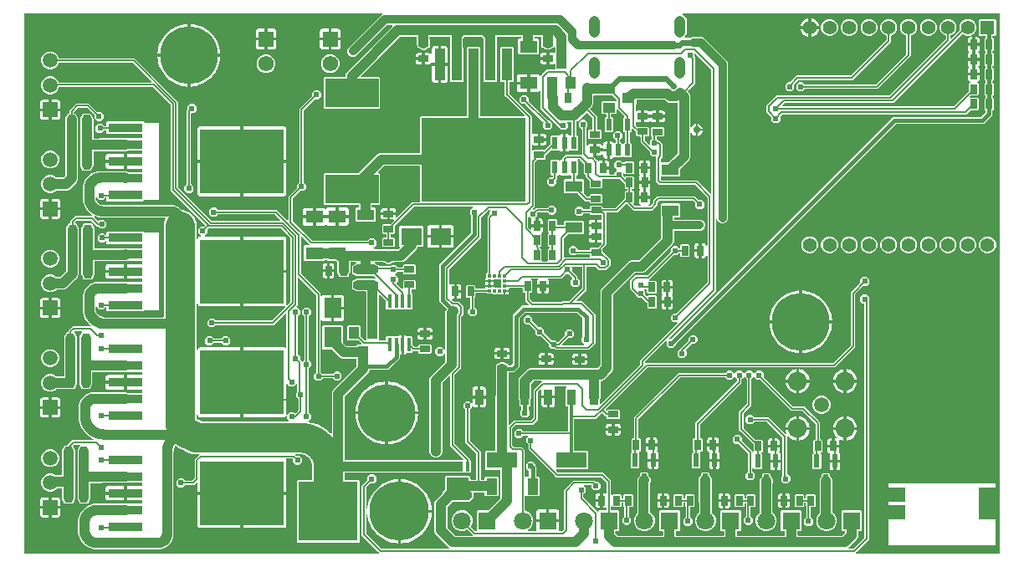
<source format=gbr>
G04 EAGLE Gerber RS-274X export*
G75*
%MOMM*%
%FSLAX34Y34*%
%LPD*%
%INBottom Copper*%
%IPPOS*%
%AMOC8*
5,1,8,0,0,1.08239X$1,22.5*%
G01*
%ADD10R,0.350000X0.300000*%
%ADD11R,0.300000X0.350000*%
%ADD12R,1.000000X0.650000*%
%ADD13R,1.800000X2.150000*%
%ADD14R,0.650000X1.000000*%
%ADD15R,1.800000X1.300000*%
%ADD16R,2.150000X1.800000*%
%ADD17R,1.720000X1.120000*%
%ADD18R,1.120000X1.720000*%
%ADD19R,1.508000X1.508000*%
%ADD20C,1.508000*%
%ADD21C,5.842000*%
%ADD22R,0.600000X1.250000*%
%ADD23R,0.450000X1.400000*%
%ADD24C,1.575000*%
%ADD25R,1.575000X1.575000*%
%ADD26R,1.800000X1.800000*%
%ADD27C,1.800000*%
%ADD28R,6.000000X6.000000*%
%ADD29C,6.000000*%
%ADD30C,1.920000*%
%ADD31R,5.400000X2.900000*%
%ADD32R,0.405000X0.990000*%
%ADD33R,0.405000X0.510000*%
%ADD34R,2.235000X1.725000*%
%ADD35R,0.200000X0.250000*%
%ADD36R,1.000000X1.270000*%
%ADD37R,1.270000X1.000000*%
%ADD38C,0.708000*%
%ADD39R,0.550000X1.200000*%
%ADD40R,0.838200X1.600200*%
%ADD41R,3.098800X1.600200*%
%ADD42R,3.505200X0.965200*%
%ADD43R,8.458200X6.553200*%
%ADD44R,0.558800X1.320800*%
%ADD45R,1.050000X3.210000*%
%ADD46R,10.530000X8.460000*%
%ADD47C,1.108000*%
%ADD48R,1.400000X1.400000*%
%ADD49C,1.400000*%
%ADD50C,0.150000*%
%ADD51C,0.606400*%
%ADD52C,1.000000*%
%ADD53C,0.406400*%
%ADD54C,0.812800*%
%ADD55C,0.609600*%
%ADD56C,0.300000*%
%ADD57C,3.000000*%
%ADD58C,0.100000*%
%ADD59C,0.152400*%

G36*
X1607776Y451503D02*
X1607776Y451503D01*
X1607800Y451501D01*
X1607895Y451523D01*
X1607992Y451539D01*
X1608014Y451551D01*
X1608038Y451556D01*
X1608121Y451608D01*
X1608207Y451654D01*
X1608224Y451672D01*
X1608245Y451685D01*
X1608307Y451761D01*
X1608374Y451832D01*
X1608384Y451854D01*
X1608400Y451873D01*
X1608435Y451965D01*
X1608475Y452054D01*
X1608477Y452079D01*
X1608486Y452102D01*
X1608501Y452249D01*
X1608501Y997751D01*
X1608497Y997776D01*
X1608499Y997800D01*
X1608477Y997895D01*
X1608461Y997992D01*
X1608449Y998014D01*
X1608444Y998038D01*
X1608392Y998121D01*
X1608346Y998207D01*
X1608328Y998224D01*
X1608315Y998245D01*
X1608239Y998307D01*
X1608168Y998374D01*
X1608146Y998384D01*
X1608127Y998400D01*
X1608035Y998435D01*
X1607946Y998475D01*
X1607921Y998477D01*
X1607898Y998486D01*
X1607751Y998501D01*
X1288025Y998501D01*
X1287929Y998485D01*
X1287832Y998475D01*
X1287809Y998465D01*
X1287785Y998461D01*
X1287698Y998415D01*
X1287609Y998375D01*
X1287591Y998358D01*
X1287569Y998346D01*
X1287503Y998275D01*
X1287431Y998208D01*
X1287420Y998186D01*
X1287403Y998168D01*
X1287362Y998079D01*
X1287316Y997993D01*
X1287312Y997968D01*
X1287302Y997946D01*
X1287292Y997848D01*
X1287276Y997752D01*
X1287280Y997728D01*
X1287278Y997703D01*
X1287300Y997608D01*
X1287316Y997511D01*
X1287327Y997489D01*
X1287333Y997465D01*
X1287385Y997382D01*
X1287431Y997296D01*
X1287449Y997279D01*
X1287462Y997258D01*
X1287537Y997196D01*
X1287608Y997129D01*
X1287637Y997113D01*
X1287650Y997103D01*
X1287673Y997094D01*
X1287739Y997059D01*
X1288587Y996708D01*
X1290568Y994727D01*
X1291639Y992140D01*
X1291639Y978260D01*
X1290568Y975673D01*
X1289721Y974826D01*
X1289679Y974767D01*
X1289628Y974713D01*
X1289608Y974668D01*
X1289579Y974628D01*
X1289558Y974558D01*
X1289528Y974491D01*
X1289523Y974442D01*
X1289508Y974395D01*
X1289511Y974321D01*
X1289504Y974248D01*
X1289515Y974200D01*
X1289516Y974151D01*
X1289542Y974082D01*
X1289559Y974010D01*
X1289585Y973968D01*
X1289602Y973922D01*
X1289649Y973866D01*
X1289688Y973803D01*
X1289726Y973772D01*
X1289757Y973734D01*
X1289819Y973695D01*
X1289876Y973648D01*
X1289922Y973631D01*
X1289964Y973605D01*
X1290036Y973588D01*
X1290104Y973562D01*
X1290177Y973555D01*
X1290202Y973549D01*
X1290218Y973551D01*
X1290251Y973547D01*
X1295369Y973547D01*
X1295466Y973563D01*
X1295562Y973573D01*
X1295585Y973583D01*
X1295610Y973587D01*
X1295696Y973633D01*
X1295785Y973673D01*
X1295810Y973694D01*
X1295825Y973702D01*
X1295832Y973710D01*
X1297893Y974563D01*
X1307107Y974563D01*
X1309151Y973716D01*
X1332716Y950151D01*
X1333563Y948107D01*
X1333563Y789893D01*
X1332716Y787849D01*
X1331151Y786284D01*
X1329107Y785437D01*
X1326893Y785437D01*
X1324849Y786284D01*
X1323284Y787849D01*
X1322691Y789280D01*
X1322639Y789363D01*
X1322593Y789449D01*
X1322575Y789466D01*
X1322562Y789487D01*
X1322486Y789549D01*
X1322415Y789616D01*
X1322393Y789626D01*
X1322373Y789642D01*
X1322282Y789676D01*
X1322193Y789717D01*
X1322168Y789719D01*
X1322145Y789728D01*
X1322047Y789731D01*
X1321950Y789741D01*
X1321926Y789735D01*
X1321901Y789736D01*
X1321808Y789708D01*
X1321712Y789686D01*
X1321691Y789673D01*
X1321668Y789665D01*
X1321588Y789609D01*
X1321505Y789557D01*
X1321489Y789538D01*
X1321469Y789523D01*
X1321412Y789444D01*
X1321350Y789368D01*
X1321341Y789345D01*
X1321327Y789325D01*
X1321298Y789232D01*
X1321264Y789140D01*
X1321261Y789108D01*
X1321256Y789092D01*
X1321257Y789067D01*
X1321249Y788993D01*
X1321249Y717068D01*
X1273991Y669810D01*
X1273949Y669751D01*
X1273898Y669697D01*
X1273878Y669652D01*
X1273849Y669612D01*
X1273828Y669542D01*
X1273798Y669475D01*
X1273793Y669426D01*
X1273778Y669379D01*
X1273781Y669305D01*
X1273773Y669232D01*
X1273785Y669184D01*
X1273786Y669135D01*
X1273812Y669066D01*
X1273829Y668994D01*
X1273855Y668952D01*
X1273872Y668906D01*
X1273919Y668849D01*
X1273957Y668787D01*
X1273996Y668756D01*
X1274027Y668718D01*
X1274089Y668679D01*
X1274146Y668632D01*
X1274192Y668615D01*
X1274234Y668589D01*
X1274305Y668572D01*
X1274374Y668546D01*
X1274447Y668539D01*
X1274472Y668533D01*
X1274488Y668535D01*
X1274521Y668531D01*
X1275227Y668531D01*
X1275323Y668547D01*
X1275420Y668557D01*
X1275443Y668567D01*
X1275468Y668571D01*
X1275554Y668617D01*
X1275642Y668657D01*
X1275668Y668678D01*
X1275683Y668686D01*
X1275700Y668704D01*
X1275757Y668751D01*
X1500537Y893531D01*
X1589227Y893531D01*
X1589323Y893547D01*
X1589420Y893557D01*
X1589443Y893567D01*
X1589468Y893571D01*
X1589554Y893617D01*
X1589642Y893657D01*
X1589668Y893678D01*
X1589683Y893686D01*
X1589700Y893704D01*
X1589757Y893751D01*
X1593999Y897993D01*
X1594056Y898073D01*
X1594118Y898148D01*
X1594127Y898171D01*
X1594141Y898192D01*
X1594170Y898285D01*
X1594204Y898376D01*
X1594207Y898409D01*
X1594212Y898425D01*
X1594211Y898450D01*
X1594219Y898523D01*
X1594219Y899451D01*
X1594203Y899547D01*
X1594193Y899644D01*
X1594183Y899667D01*
X1594179Y899691D01*
X1594133Y899777D01*
X1594093Y899866D01*
X1594072Y899892D01*
X1594064Y899907D01*
X1594046Y899924D01*
X1593999Y899980D01*
X1593001Y900979D01*
X1593001Y912221D01*
X1593999Y913220D01*
X1594056Y913299D01*
X1594118Y913374D01*
X1594127Y913398D01*
X1594141Y913418D01*
X1594170Y913511D01*
X1594204Y913602D01*
X1594207Y913635D01*
X1594212Y913651D01*
X1594211Y913676D01*
X1594219Y913749D01*
X1594219Y914451D01*
X1594203Y914547D01*
X1594193Y914644D01*
X1594183Y914667D01*
X1594179Y914691D01*
X1594133Y914777D01*
X1594093Y914866D01*
X1594072Y914892D01*
X1594064Y914907D01*
X1594046Y914924D01*
X1593999Y914980D01*
X1593001Y915979D01*
X1593001Y927221D01*
X1593999Y928220D01*
X1594056Y928299D01*
X1594118Y928374D01*
X1594127Y928398D01*
X1594141Y928418D01*
X1594170Y928511D01*
X1594204Y928602D01*
X1594207Y928635D01*
X1594212Y928651D01*
X1594211Y928676D01*
X1594219Y928749D01*
X1594219Y929651D01*
X1594203Y929747D01*
X1594193Y929844D01*
X1594183Y929867D01*
X1594179Y929891D01*
X1594133Y929977D01*
X1594093Y930066D01*
X1594072Y930092D01*
X1594064Y930107D01*
X1594046Y930124D01*
X1593999Y930180D01*
X1593001Y931179D01*
X1593001Y942421D01*
X1593999Y943420D01*
X1594056Y943499D01*
X1594118Y943574D01*
X1594127Y943598D01*
X1594141Y943618D01*
X1594170Y943711D01*
X1594204Y943802D01*
X1594207Y943835D01*
X1594212Y943851D01*
X1594211Y943876D01*
X1594219Y943949D01*
X1594219Y944651D01*
X1594203Y944747D01*
X1594193Y944844D01*
X1594183Y944867D01*
X1594179Y944891D01*
X1594133Y944977D01*
X1594093Y945066D01*
X1594072Y945092D01*
X1594064Y945107D01*
X1594046Y945124D01*
X1593999Y945180D01*
X1593001Y946179D01*
X1593001Y957421D01*
X1593999Y958420D01*
X1594056Y958499D01*
X1594118Y958574D01*
X1594127Y958598D01*
X1594141Y958618D01*
X1594170Y958711D01*
X1594204Y958802D01*
X1594207Y958835D01*
X1594212Y958851D01*
X1594211Y958876D01*
X1594219Y958949D01*
X1594219Y959651D01*
X1594203Y959747D01*
X1594193Y959844D01*
X1594183Y959867D01*
X1594179Y959891D01*
X1594133Y959977D01*
X1594093Y960066D01*
X1594072Y960092D01*
X1594064Y960107D01*
X1594046Y960124D01*
X1593999Y960180D01*
X1593001Y961179D01*
X1593001Y972421D01*
X1593999Y973420D01*
X1594056Y973499D01*
X1594118Y973574D01*
X1594127Y973598D01*
X1594141Y973618D01*
X1594170Y973711D01*
X1594204Y973802D01*
X1594207Y973835D01*
X1594212Y973851D01*
X1594211Y973876D01*
X1594219Y973949D01*
X1594219Y974751D01*
X1594215Y974776D01*
X1594217Y974800D01*
X1594195Y974895D01*
X1594179Y974992D01*
X1594167Y975014D01*
X1594162Y975038D01*
X1594110Y975121D01*
X1594064Y975207D01*
X1594046Y975224D01*
X1594033Y975245D01*
X1593957Y975307D01*
X1593886Y975374D01*
X1593864Y975384D01*
X1593845Y975400D01*
X1593753Y975435D01*
X1593664Y975475D01*
X1593639Y975477D01*
X1593616Y975486D01*
X1593469Y975501D01*
X1588679Y975501D01*
X1587801Y976379D01*
X1587801Y991621D01*
X1588679Y992499D01*
X1603921Y992499D01*
X1604799Y991621D01*
X1604799Y976379D01*
X1603921Y975501D01*
X1602031Y975501D01*
X1602006Y975497D01*
X1601982Y975499D01*
X1601887Y975477D01*
X1601790Y975461D01*
X1601768Y975449D01*
X1601744Y975444D01*
X1601661Y975392D01*
X1601575Y975346D01*
X1601558Y975328D01*
X1601537Y975315D01*
X1601475Y975239D01*
X1601408Y975168D01*
X1601398Y975146D01*
X1601382Y975127D01*
X1601347Y975035D01*
X1601307Y974946D01*
X1601305Y974921D01*
X1601296Y974898D01*
X1601281Y974751D01*
X1601281Y973949D01*
X1601297Y973853D01*
X1601307Y973756D01*
X1601317Y973733D01*
X1601321Y973709D01*
X1601367Y973623D01*
X1601407Y973534D01*
X1601428Y973508D01*
X1601436Y973493D01*
X1601454Y973476D01*
X1601501Y973420D01*
X1602499Y972421D01*
X1602499Y961179D01*
X1601501Y960180D01*
X1601444Y960101D01*
X1601382Y960026D01*
X1601373Y960002D01*
X1601359Y959982D01*
X1601330Y959889D01*
X1601296Y959798D01*
X1601293Y959765D01*
X1601288Y959749D01*
X1601289Y959724D01*
X1601281Y959651D01*
X1601281Y958949D01*
X1601297Y958853D01*
X1601307Y958756D01*
X1601317Y958733D01*
X1601321Y958709D01*
X1601367Y958623D01*
X1601407Y958534D01*
X1601428Y958508D01*
X1601436Y958493D01*
X1601454Y958476D01*
X1601501Y958420D01*
X1602499Y957421D01*
X1602499Y946179D01*
X1601501Y945180D01*
X1601444Y945101D01*
X1601382Y945026D01*
X1601373Y945002D01*
X1601359Y944982D01*
X1601330Y944889D01*
X1601296Y944798D01*
X1601293Y944765D01*
X1601288Y944749D01*
X1601289Y944724D01*
X1601281Y944651D01*
X1601281Y943949D01*
X1601297Y943853D01*
X1601307Y943756D01*
X1601317Y943733D01*
X1601321Y943709D01*
X1601367Y943623D01*
X1601407Y943534D01*
X1601428Y943508D01*
X1601436Y943493D01*
X1601454Y943476D01*
X1601501Y943420D01*
X1602499Y942421D01*
X1602499Y931179D01*
X1601501Y930180D01*
X1601444Y930101D01*
X1601382Y930026D01*
X1601373Y930002D01*
X1601359Y929982D01*
X1601330Y929889D01*
X1601296Y929798D01*
X1601293Y929765D01*
X1601288Y929749D01*
X1601289Y929724D01*
X1601281Y929651D01*
X1601281Y928749D01*
X1601284Y928734D01*
X1601283Y928723D01*
X1601292Y928682D01*
X1601297Y928653D01*
X1601307Y928556D01*
X1601317Y928533D01*
X1601321Y928509D01*
X1601367Y928423D01*
X1601407Y928334D01*
X1601428Y928308D01*
X1601436Y928293D01*
X1601454Y928276D01*
X1601501Y928220D01*
X1602499Y927221D01*
X1602499Y915979D01*
X1601501Y914980D01*
X1601444Y914901D01*
X1601382Y914826D01*
X1601373Y914802D01*
X1601359Y914782D01*
X1601330Y914689D01*
X1601296Y914598D01*
X1601293Y914565D01*
X1601288Y914549D01*
X1601289Y914524D01*
X1601281Y914451D01*
X1601281Y913749D01*
X1601283Y913739D01*
X1601283Y913738D01*
X1601284Y913733D01*
X1601297Y913653D01*
X1601307Y913556D01*
X1601317Y913533D01*
X1601321Y913509D01*
X1601367Y913423D01*
X1601407Y913334D01*
X1601428Y913308D01*
X1601436Y913293D01*
X1601454Y913276D01*
X1601501Y913220D01*
X1602499Y912221D01*
X1602499Y900979D01*
X1601501Y899980D01*
X1601444Y899901D01*
X1601382Y899826D01*
X1601373Y899802D01*
X1601359Y899782D01*
X1601330Y899689D01*
X1601296Y899598D01*
X1601293Y899565D01*
X1601288Y899549D01*
X1601289Y899524D01*
X1601281Y899451D01*
X1601281Y895287D01*
X1592463Y886469D01*
X1503773Y886469D01*
X1503677Y886453D01*
X1503580Y886443D01*
X1503557Y886433D01*
X1503532Y886429D01*
X1503446Y886383D01*
X1503358Y886343D01*
X1503332Y886322D01*
X1503317Y886314D01*
X1503300Y886296D01*
X1503243Y886249D01*
X1280751Y663757D01*
X1280694Y663677D01*
X1280632Y663602D01*
X1280623Y663579D01*
X1280609Y663558D01*
X1280580Y663465D01*
X1280546Y663374D01*
X1280543Y663341D01*
X1280538Y663325D01*
X1280539Y663300D01*
X1280531Y663227D01*
X1280531Y662123D01*
X1277877Y659469D01*
X1274123Y659469D01*
X1271469Y662123D01*
X1271469Y665479D01*
X1271457Y665551D01*
X1271454Y665625D01*
X1271437Y665671D01*
X1271429Y665720D01*
X1271394Y665784D01*
X1271368Y665853D01*
X1271337Y665891D01*
X1271314Y665935D01*
X1271260Y665985D01*
X1271214Y666042D01*
X1271172Y666068D01*
X1271136Y666102D01*
X1271069Y666132D01*
X1271007Y666171D01*
X1270959Y666182D01*
X1270914Y666202D01*
X1270841Y666210D01*
X1270769Y666226D01*
X1270720Y666222D01*
X1270671Y666227D01*
X1270599Y666210D01*
X1270526Y666203D01*
X1270481Y666182D01*
X1270433Y666171D01*
X1270371Y666132D01*
X1270304Y666102D01*
X1270247Y666056D01*
X1270226Y666043D01*
X1270215Y666030D01*
X1270190Y666009D01*
X1249709Y645528D01*
X1249667Y645469D01*
X1249616Y645415D01*
X1249596Y645370D01*
X1249567Y645330D01*
X1249546Y645260D01*
X1249516Y645193D01*
X1249511Y645144D01*
X1249496Y645097D01*
X1249499Y645023D01*
X1249491Y644950D01*
X1249503Y644902D01*
X1249504Y644853D01*
X1249530Y644784D01*
X1249547Y644712D01*
X1249573Y644670D01*
X1249590Y644624D01*
X1249637Y644567D01*
X1249675Y644505D01*
X1249714Y644474D01*
X1249745Y644436D01*
X1249807Y644397D01*
X1249864Y644350D01*
X1249910Y644333D01*
X1249952Y644307D01*
X1250023Y644290D01*
X1250092Y644264D01*
X1250165Y644257D01*
X1250190Y644251D01*
X1250206Y644253D01*
X1250239Y644249D01*
X1439758Y644249D01*
X1439854Y644265D01*
X1439951Y644275D01*
X1439974Y644285D01*
X1439999Y644289D01*
X1440085Y644335D01*
X1440174Y644375D01*
X1440199Y644396D01*
X1440214Y644404D01*
X1440231Y644422D01*
X1440288Y644469D01*
X1457531Y661712D01*
X1457588Y661792D01*
X1457650Y661867D01*
X1457659Y661890D01*
X1457673Y661911D01*
X1457702Y662004D01*
X1457736Y662095D01*
X1457739Y662128D01*
X1457744Y662144D01*
X1457743Y662169D01*
X1457751Y662242D01*
X1457751Y715932D01*
X1467249Y725430D01*
X1467306Y725510D01*
X1467368Y725585D01*
X1467377Y725608D01*
X1467391Y725629D01*
X1467420Y725722D01*
X1467454Y725813D01*
X1467457Y725846D01*
X1467462Y725862D01*
X1467461Y725887D01*
X1467469Y725960D01*
X1467469Y728877D01*
X1470123Y731531D01*
X1473877Y731531D01*
X1476531Y728877D01*
X1476531Y725123D01*
X1473877Y722469D01*
X1470960Y722469D01*
X1470864Y722453D01*
X1470767Y722443D01*
X1470744Y722433D01*
X1470719Y722429D01*
X1470633Y722383D01*
X1470544Y722343D01*
X1470519Y722322D01*
X1470504Y722314D01*
X1470487Y722296D01*
X1470430Y722249D01*
X1462469Y714288D01*
X1462412Y714208D01*
X1462350Y714133D01*
X1462341Y714110D01*
X1462327Y714089D01*
X1462298Y713996D01*
X1462264Y713905D01*
X1462261Y713872D01*
X1462256Y713856D01*
X1462257Y713831D01*
X1462249Y713758D01*
X1462249Y660068D01*
X1441932Y639751D01*
X1252424Y639751D01*
X1252328Y639735D01*
X1252231Y639725D01*
X1252208Y639715D01*
X1252183Y639711D01*
X1252097Y639665D01*
X1252008Y639625D01*
X1251983Y639604D01*
X1251968Y639596D01*
X1251951Y639578D01*
X1251894Y639531D01*
X1209873Y597510D01*
X1209859Y597491D01*
X1209840Y597475D01*
X1209788Y597392D01*
X1209731Y597312D01*
X1209724Y597289D01*
X1209711Y597268D01*
X1209689Y597172D01*
X1209660Y597079D01*
X1209661Y597054D01*
X1209656Y597030D01*
X1209665Y596933D01*
X1209668Y596835D01*
X1209677Y596812D01*
X1209679Y596787D01*
X1209720Y596698D01*
X1209754Y596606D01*
X1209770Y596587D01*
X1209780Y596565D01*
X1209873Y596451D01*
X1209972Y596352D01*
X1209992Y596338D01*
X1210008Y596319D01*
X1210091Y596267D01*
X1210171Y596210D01*
X1210194Y596203D01*
X1210215Y596190D01*
X1210310Y596168D01*
X1210404Y596139D01*
X1210429Y596140D01*
X1210452Y596134D01*
X1210550Y596144D01*
X1210648Y596147D01*
X1210671Y596156D01*
X1210695Y596158D01*
X1210784Y596198D01*
X1210876Y596233D01*
X1210895Y596248D01*
X1210918Y596258D01*
X1211032Y596352D01*
X1211879Y597199D01*
X1223121Y597199D01*
X1223999Y596321D01*
X1223999Y588579D01*
X1223121Y587701D01*
X1211879Y587701D01*
X1211001Y588579D01*
X1211001Y589451D01*
X1210997Y589476D01*
X1210999Y589500D01*
X1210977Y589595D01*
X1210961Y589692D01*
X1210949Y589714D01*
X1210944Y589738D01*
X1210892Y589821D01*
X1210846Y589907D01*
X1210828Y589924D01*
X1210815Y589945D01*
X1210739Y590007D01*
X1210668Y590074D01*
X1210646Y590084D01*
X1210627Y590100D01*
X1210535Y590135D01*
X1210446Y590175D01*
X1210421Y590177D01*
X1210398Y590186D01*
X1210251Y590201D01*
X1209762Y590201D01*
X1206692Y593270D01*
X1206672Y593284D01*
X1206657Y593303D01*
X1206574Y593355D01*
X1206494Y593412D01*
X1206471Y593419D01*
X1206450Y593432D01*
X1206354Y593454D01*
X1206261Y593483D01*
X1206236Y593482D01*
X1206212Y593488D01*
X1206115Y593478D01*
X1206017Y593475D01*
X1205994Y593466D01*
X1205969Y593464D01*
X1205880Y593424D01*
X1205788Y593389D01*
X1205769Y593374D01*
X1205747Y593364D01*
X1205633Y593270D01*
X1199968Y587605D01*
X1178549Y587605D01*
X1178524Y587601D01*
X1178500Y587604D01*
X1178405Y587581D01*
X1178308Y587565D01*
X1178286Y587554D01*
X1178262Y587548D01*
X1178179Y587497D01*
X1178093Y587450D01*
X1178076Y587433D01*
X1178055Y587420D01*
X1177993Y587344D01*
X1177926Y587272D01*
X1177916Y587250D01*
X1177900Y587231D01*
X1177865Y587139D01*
X1177825Y587050D01*
X1177823Y587026D01*
X1177814Y587003D01*
X1177799Y586856D01*
X1177799Y556346D01*
X1177803Y556321D01*
X1177801Y556297D01*
X1177823Y556202D01*
X1177839Y556105D01*
X1177851Y556083D01*
X1177856Y556059D01*
X1177908Y555976D01*
X1177954Y555890D01*
X1177972Y555873D01*
X1177985Y555852D01*
X1178061Y555790D01*
X1178132Y555723D01*
X1178154Y555713D01*
X1178173Y555697D01*
X1178265Y555662D01*
X1178354Y555622D01*
X1178379Y555620D01*
X1178402Y555611D01*
X1178549Y555596D01*
X1190915Y555596D01*
X1191793Y554718D01*
X1191793Y537474D01*
X1190915Y536596D01*
X1160394Y536596D01*
X1160322Y536584D01*
X1160248Y536581D01*
X1160202Y536564D01*
X1160153Y536556D01*
X1160089Y536521D01*
X1160020Y536495D01*
X1159982Y536464D01*
X1159938Y536441D01*
X1159888Y536387D01*
X1159831Y536341D01*
X1159805Y536299D01*
X1159771Y536263D01*
X1159741Y536196D01*
X1159702Y536134D01*
X1159691Y536086D01*
X1159671Y536041D01*
X1159663Y535968D01*
X1159647Y535896D01*
X1159651Y535847D01*
X1159646Y535798D01*
X1159663Y535726D01*
X1159670Y535653D01*
X1159691Y535608D01*
X1159702Y535560D01*
X1159741Y535498D01*
X1159771Y535431D01*
X1159817Y535374D01*
X1159830Y535353D01*
X1159843Y535342D01*
X1159864Y535317D01*
X1161712Y533469D01*
X1161792Y533412D01*
X1161867Y533350D01*
X1161890Y533341D01*
X1161911Y533327D01*
X1162004Y533298D01*
X1162095Y533264D01*
X1162128Y533261D01*
X1162144Y533256D01*
X1162169Y533257D01*
X1162242Y533249D01*
X1206932Y533249D01*
X1208469Y531712D01*
X1213712Y526469D01*
X1215249Y524932D01*
X1215249Y511479D01*
X1215261Y511406D01*
X1215264Y511333D01*
X1215281Y511287D01*
X1215289Y511238D01*
X1215324Y511173D01*
X1215350Y511104D01*
X1215381Y511066D01*
X1215404Y511023D01*
X1215458Y510972D01*
X1215504Y510915D01*
X1215546Y510889D01*
X1215582Y510856D01*
X1215649Y510825D01*
X1215711Y510787D01*
X1215759Y510775D01*
X1215804Y510755D01*
X1215878Y510748D01*
X1215949Y510731D01*
X1215998Y510736D01*
X1216047Y510731D01*
X1216119Y510747D01*
X1216192Y510755D01*
X1216237Y510775D01*
X1216285Y510786D01*
X1216347Y510825D01*
X1216414Y510855D01*
X1216471Y510902D01*
X1216492Y510915D01*
X1216503Y510928D01*
X1216528Y510949D01*
X1217179Y511599D01*
X1224921Y511599D01*
X1225799Y510721D01*
X1225799Y508099D01*
X1225803Y508074D01*
X1225801Y508050D01*
X1225823Y507955D01*
X1225839Y507858D01*
X1225851Y507836D01*
X1225856Y507812D01*
X1225908Y507729D01*
X1225954Y507643D01*
X1225972Y507626D01*
X1225985Y507605D01*
X1226061Y507543D01*
X1226132Y507476D01*
X1226154Y507466D01*
X1226173Y507450D01*
X1226265Y507415D01*
X1226354Y507375D01*
X1226379Y507373D01*
X1226402Y507364D01*
X1226549Y507349D01*
X1227151Y507349D01*
X1227176Y507353D01*
X1227200Y507351D01*
X1227295Y507373D01*
X1227392Y507389D01*
X1227414Y507401D01*
X1227438Y507406D01*
X1227521Y507458D01*
X1227607Y507504D01*
X1227624Y507522D01*
X1227645Y507535D01*
X1227707Y507611D01*
X1227774Y507682D01*
X1227784Y507704D01*
X1227800Y507723D01*
X1227835Y507815D01*
X1227875Y507904D01*
X1227877Y507929D01*
X1227886Y507952D01*
X1227901Y508099D01*
X1227901Y510721D01*
X1228779Y511599D01*
X1236521Y511599D01*
X1237399Y510721D01*
X1237399Y499479D01*
X1236521Y498601D01*
X1233999Y498601D01*
X1233974Y498597D01*
X1233950Y498599D01*
X1233855Y498577D01*
X1233758Y498561D01*
X1233736Y498549D01*
X1233712Y498544D01*
X1233629Y498492D01*
X1233543Y498446D01*
X1233526Y498428D01*
X1233505Y498415D01*
X1233443Y498339D01*
X1233376Y498268D01*
X1233366Y498246D01*
X1233350Y498227D01*
X1233315Y498135D01*
X1233275Y498046D01*
X1233273Y498021D01*
X1233264Y497998D01*
X1233249Y497851D01*
X1233249Y489469D01*
X1233265Y489373D01*
X1233275Y489276D01*
X1233285Y489253D01*
X1233289Y489229D01*
X1233335Y489142D01*
X1233375Y489054D01*
X1233396Y489028D01*
X1233404Y489013D01*
X1233422Y488996D01*
X1233469Y488939D01*
X1235531Y486877D01*
X1235531Y483123D01*
X1232877Y480469D01*
X1229123Y480469D01*
X1226469Y483123D01*
X1226469Y486877D01*
X1228531Y488939D01*
X1228588Y489019D01*
X1228650Y489094D01*
X1228659Y489117D01*
X1228673Y489138D01*
X1228702Y489231D01*
X1228736Y489322D01*
X1228739Y489355D01*
X1228744Y489371D01*
X1228743Y489396D01*
X1228751Y489469D01*
X1228751Y498319D01*
X1228735Y498415D01*
X1228725Y498512D01*
X1228715Y498535D01*
X1228711Y498559D01*
X1228665Y498645D01*
X1228625Y498734D01*
X1228604Y498760D01*
X1228596Y498775D01*
X1228578Y498792D01*
X1228531Y498848D01*
X1227901Y499479D01*
X1227901Y502101D01*
X1227897Y502126D01*
X1227899Y502150D01*
X1227877Y502245D01*
X1227861Y502342D01*
X1227849Y502364D01*
X1227844Y502388D01*
X1227792Y502471D01*
X1227746Y502557D01*
X1227728Y502574D01*
X1227715Y502595D01*
X1227639Y502657D01*
X1227568Y502724D01*
X1227546Y502734D01*
X1227527Y502750D01*
X1227435Y502785D01*
X1227346Y502825D01*
X1227321Y502827D01*
X1227298Y502836D01*
X1227151Y502851D01*
X1226549Y502851D01*
X1226524Y502847D01*
X1226500Y502849D01*
X1226405Y502827D01*
X1226308Y502811D01*
X1226286Y502799D01*
X1226262Y502794D01*
X1226179Y502742D01*
X1226093Y502696D01*
X1226076Y502678D01*
X1226055Y502665D01*
X1225993Y502589D01*
X1225926Y502518D01*
X1225916Y502496D01*
X1225900Y502477D01*
X1225865Y502385D01*
X1225825Y502296D01*
X1225823Y502271D01*
X1225814Y502248D01*
X1225799Y502101D01*
X1225799Y499479D01*
X1224921Y498601D01*
X1217179Y498601D01*
X1216528Y499251D01*
X1216469Y499294D01*
X1216415Y499344D01*
X1216370Y499365D01*
X1216330Y499393D01*
X1216260Y499415D01*
X1216193Y499445D01*
X1216144Y499450D01*
X1216097Y499464D01*
X1216023Y499462D01*
X1215950Y499469D01*
X1215902Y499458D01*
X1215853Y499456D01*
X1215784Y499431D01*
X1215712Y499414D01*
X1215670Y499388D01*
X1215624Y499371D01*
X1215568Y499324D01*
X1215505Y499285D01*
X1215474Y499247D01*
X1215436Y499216D01*
X1215397Y499153D01*
X1215350Y499097D01*
X1215333Y499051D01*
X1215307Y499009D01*
X1215290Y498937D01*
X1215264Y498868D01*
X1215257Y498795D01*
X1215251Y498771D01*
X1215253Y498755D01*
X1215249Y498721D01*
X1215249Y495949D01*
X1215253Y495924D01*
X1215251Y495900D01*
X1215273Y495805D01*
X1215289Y495708D01*
X1215301Y495686D01*
X1215306Y495662D01*
X1215358Y495579D01*
X1215404Y495493D01*
X1215422Y495476D01*
X1215435Y495455D01*
X1215511Y495393D01*
X1215582Y495326D01*
X1215604Y495316D01*
X1215623Y495300D01*
X1215715Y495265D01*
X1215804Y495225D01*
X1215829Y495223D01*
X1215852Y495214D01*
X1215999Y495199D01*
X1222621Y495199D01*
X1223499Y494321D01*
X1223499Y475079D01*
X1222621Y474201D01*
X1220249Y474201D01*
X1220224Y474197D01*
X1220200Y474199D01*
X1220105Y474177D01*
X1220008Y474161D01*
X1219986Y474149D01*
X1219962Y474144D01*
X1219879Y474092D01*
X1219793Y474046D01*
X1219776Y474028D01*
X1219755Y474015D01*
X1219693Y473939D01*
X1219626Y473868D01*
X1219616Y473846D01*
X1219600Y473827D01*
X1219565Y473735D01*
X1219525Y473646D01*
X1219523Y473621D01*
X1219514Y473598D01*
X1219499Y473451D01*
X1219499Y472002D01*
X1219515Y471906D01*
X1219525Y471809D01*
X1219535Y471786D01*
X1219539Y471762D01*
X1219585Y471676D01*
X1219625Y471587D01*
X1219646Y471561D01*
X1219654Y471546D01*
X1219672Y471529D01*
X1219719Y471473D01*
X1221473Y469719D01*
X1221552Y469662D01*
X1221627Y469600D01*
X1221651Y469591D01*
X1221671Y469577D01*
X1221764Y469548D01*
X1221855Y469514D01*
X1221888Y469511D01*
X1221904Y469506D01*
X1221929Y469507D01*
X1222002Y469499D01*
X1267051Y469499D01*
X1267076Y469503D01*
X1267100Y469501D01*
X1267195Y469523D01*
X1267292Y469539D01*
X1267314Y469551D01*
X1267338Y469556D01*
X1267421Y469608D01*
X1267507Y469654D01*
X1267524Y469672D01*
X1267545Y469685D01*
X1267607Y469761D01*
X1267674Y469832D01*
X1267684Y469854D01*
X1267700Y469873D01*
X1267735Y469965D01*
X1267775Y470054D01*
X1267777Y470079D01*
X1267786Y470102D01*
X1267801Y470249D01*
X1267801Y473451D01*
X1267797Y473476D01*
X1267799Y473500D01*
X1267777Y473595D01*
X1267761Y473692D01*
X1267749Y473714D01*
X1267744Y473738D01*
X1267692Y473821D01*
X1267646Y473907D01*
X1267628Y473924D01*
X1267615Y473945D01*
X1267539Y474007D01*
X1267468Y474074D01*
X1267446Y474084D01*
X1267427Y474100D01*
X1267335Y474135D01*
X1267246Y474175D01*
X1267221Y474177D01*
X1267198Y474186D01*
X1267051Y474201D01*
X1264679Y474201D01*
X1263801Y475079D01*
X1263801Y494321D01*
X1264679Y495199D01*
X1283921Y495199D01*
X1284799Y494321D01*
X1284799Y475079D01*
X1283921Y474201D01*
X1281549Y474201D01*
X1281524Y474197D01*
X1281500Y474199D01*
X1281405Y474177D01*
X1281308Y474161D01*
X1281286Y474149D01*
X1281262Y474144D01*
X1281179Y474092D01*
X1281093Y474046D01*
X1281076Y474028D01*
X1281055Y474015D01*
X1280993Y473939D01*
X1280926Y473868D01*
X1280916Y473846D01*
X1280900Y473827D01*
X1280865Y473735D01*
X1280825Y473646D01*
X1280823Y473621D01*
X1280814Y473598D01*
X1280799Y473451D01*
X1280799Y470249D01*
X1280803Y470224D01*
X1280801Y470200D01*
X1280823Y470105D01*
X1280839Y470008D01*
X1280851Y469986D01*
X1280856Y469962D01*
X1280908Y469879D01*
X1280954Y469793D01*
X1280972Y469776D01*
X1280985Y469755D01*
X1281061Y469693D01*
X1281132Y469626D01*
X1281154Y469616D01*
X1281173Y469600D01*
X1281265Y469565D01*
X1281354Y469525D01*
X1281379Y469523D01*
X1281402Y469514D01*
X1281549Y469499D01*
X1328951Y469499D01*
X1328976Y469503D01*
X1329000Y469501D01*
X1329095Y469523D01*
X1329192Y469539D01*
X1329214Y469551D01*
X1329238Y469556D01*
X1329321Y469608D01*
X1329407Y469654D01*
X1329424Y469672D01*
X1329445Y469685D01*
X1329507Y469761D01*
X1329574Y469832D01*
X1329584Y469854D01*
X1329600Y469873D01*
X1329635Y469965D01*
X1329675Y470054D01*
X1329677Y470079D01*
X1329686Y470102D01*
X1329701Y470249D01*
X1329701Y473451D01*
X1329697Y473476D01*
X1329699Y473500D01*
X1329677Y473595D01*
X1329661Y473692D01*
X1329649Y473714D01*
X1329644Y473738D01*
X1329592Y473821D01*
X1329546Y473907D01*
X1329528Y473924D01*
X1329515Y473945D01*
X1329439Y474007D01*
X1329368Y474074D01*
X1329346Y474084D01*
X1329327Y474100D01*
X1329235Y474135D01*
X1329146Y474175D01*
X1329121Y474177D01*
X1329098Y474186D01*
X1328951Y474201D01*
X1326579Y474201D01*
X1325701Y475079D01*
X1325701Y494321D01*
X1326579Y495199D01*
X1345821Y495199D01*
X1346699Y494321D01*
X1346699Y475079D01*
X1345821Y474201D01*
X1343449Y474201D01*
X1343424Y474197D01*
X1343400Y474199D01*
X1343305Y474177D01*
X1343208Y474161D01*
X1343186Y474149D01*
X1343162Y474144D01*
X1343079Y474092D01*
X1342993Y474046D01*
X1342976Y474028D01*
X1342955Y474015D01*
X1342893Y473939D01*
X1342826Y473868D01*
X1342816Y473846D01*
X1342800Y473827D01*
X1342765Y473735D01*
X1342725Y473646D01*
X1342723Y473621D01*
X1342714Y473598D01*
X1342699Y473451D01*
X1342699Y470249D01*
X1342703Y470224D01*
X1342701Y470200D01*
X1342723Y470105D01*
X1342739Y470008D01*
X1342751Y469986D01*
X1342756Y469962D01*
X1342808Y469879D01*
X1342854Y469793D01*
X1342872Y469776D01*
X1342885Y469755D01*
X1342961Y469693D01*
X1343032Y469626D01*
X1343054Y469616D01*
X1343073Y469600D01*
X1343165Y469565D01*
X1343254Y469525D01*
X1343279Y469523D01*
X1343302Y469514D01*
X1343449Y469499D01*
X1390251Y469499D01*
X1390276Y469503D01*
X1390300Y469501D01*
X1390395Y469523D01*
X1390492Y469539D01*
X1390514Y469551D01*
X1390538Y469556D01*
X1390621Y469608D01*
X1390707Y469654D01*
X1390724Y469672D01*
X1390745Y469685D01*
X1390807Y469761D01*
X1390874Y469832D01*
X1390884Y469854D01*
X1390900Y469873D01*
X1390935Y469965D01*
X1390975Y470054D01*
X1390977Y470079D01*
X1390986Y470102D01*
X1391001Y470249D01*
X1391001Y473451D01*
X1390997Y473476D01*
X1390999Y473500D01*
X1390977Y473595D01*
X1390961Y473692D01*
X1390949Y473714D01*
X1390944Y473738D01*
X1390892Y473821D01*
X1390846Y473907D01*
X1390828Y473924D01*
X1390815Y473945D01*
X1390739Y474007D01*
X1390668Y474074D01*
X1390646Y474084D01*
X1390627Y474100D01*
X1390535Y474135D01*
X1390446Y474175D01*
X1390421Y474177D01*
X1390398Y474186D01*
X1390251Y474201D01*
X1387879Y474201D01*
X1387001Y475079D01*
X1387001Y494321D01*
X1387879Y495199D01*
X1407121Y495199D01*
X1407999Y494321D01*
X1407999Y475079D01*
X1407121Y474201D01*
X1404749Y474201D01*
X1404724Y474197D01*
X1404700Y474199D01*
X1404605Y474177D01*
X1404508Y474161D01*
X1404486Y474149D01*
X1404462Y474144D01*
X1404379Y474092D01*
X1404293Y474046D01*
X1404276Y474028D01*
X1404255Y474015D01*
X1404193Y473939D01*
X1404126Y473868D01*
X1404116Y473846D01*
X1404100Y473827D01*
X1404065Y473735D01*
X1404025Y473646D01*
X1404023Y473621D01*
X1404014Y473598D01*
X1403999Y473451D01*
X1403999Y470249D01*
X1404003Y470224D01*
X1404001Y470200D01*
X1404023Y470105D01*
X1404039Y470008D01*
X1404051Y469986D01*
X1404056Y469962D01*
X1404108Y469879D01*
X1404154Y469793D01*
X1404172Y469776D01*
X1404185Y469755D01*
X1404261Y469693D01*
X1404332Y469626D01*
X1404354Y469616D01*
X1404373Y469600D01*
X1404465Y469565D01*
X1404554Y469525D01*
X1404579Y469523D01*
X1404602Y469514D01*
X1404749Y469499D01*
X1448998Y469499D01*
X1449094Y469515D01*
X1449191Y469525D01*
X1449214Y469535D01*
X1449238Y469539D01*
X1449324Y469585D01*
X1449413Y469625D01*
X1449439Y469646D01*
X1449454Y469654D01*
X1449471Y469672D01*
X1449527Y469719D01*
X1451981Y472173D01*
X1452038Y472252D01*
X1452100Y472327D01*
X1452109Y472351D01*
X1452123Y472371D01*
X1452152Y472464D01*
X1452186Y472555D01*
X1452189Y472588D01*
X1452194Y472604D01*
X1452193Y472629D01*
X1452201Y472702D01*
X1452201Y473451D01*
X1452197Y473476D01*
X1452199Y473500D01*
X1452177Y473595D01*
X1452161Y473692D01*
X1452149Y473714D01*
X1452144Y473738D01*
X1452092Y473821D01*
X1452046Y473907D01*
X1452028Y473924D01*
X1452015Y473945D01*
X1451939Y474007D01*
X1451868Y474074D01*
X1451846Y474084D01*
X1451827Y474100D01*
X1451735Y474135D01*
X1451646Y474175D01*
X1451621Y474177D01*
X1451598Y474186D01*
X1451451Y474201D01*
X1449079Y474201D01*
X1448201Y475079D01*
X1448201Y494321D01*
X1449079Y495199D01*
X1468321Y495199D01*
X1469199Y494321D01*
X1469199Y475079D01*
X1468321Y474201D01*
X1465949Y474201D01*
X1465924Y474197D01*
X1465900Y474199D01*
X1465805Y474177D01*
X1465708Y474161D01*
X1465686Y474149D01*
X1465662Y474144D01*
X1465579Y474092D01*
X1465493Y474046D01*
X1465476Y474028D01*
X1465455Y474015D01*
X1465393Y473939D01*
X1465326Y473868D01*
X1465316Y473846D01*
X1465300Y473827D01*
X1465265Y473735D01*
X1465225Y473646D01*
X1465223Y473621D01*
X1465214Y473598D01*
X1465199Y473451D01*
X1465199Y468407D01*
X1464210Y466018D01*
X1455720Y457528D01*
X1455677Y457469D01*
X1455627Y457415D01*
X1455606Y457370D01*
X1455578Y457330D01*
X1455556Y457260D01*
X1455526Y457193D01*
X1455521Y457144D01*
X1455507Y457097D01*
X1455509Y457023D01*
X1455502Y456950D01*
X1455513Y456902D01*
X1455515Y456853D01*
X1455540Y456784D01*
X1455557Y456712D01*
X1455583Y456670D01*
X1455601Y456624D01*
X1455647Y456567D01*
X1455686Y456505D01*
X1455724Y456474D01*
X1455755Y456436D01*
X1455818Y456397D01*
X1455874Y456350D01*
X1455920Y456333D01*
X1455962Y456307D01*
X1456034Y456290D01*
X1456103Y456264D01*
X1456176Y456257D01*
X1456200Y456251D01*
X1456217Y456253D01*
X1456250Y456249D01*
X1459758Y456249D01*
X1459854Y456265D01*
X1459951Y456275D01*
X1459974Y456285D01*
X1459999Y456289D01*
X1460085Y456335D01*
X1460174Y456375D01*
X1460199Y456396D01*
X1460214Y456404D01*
X1460231Y456422D01*
X1460288Y456469D01*
X1471531Y467712D01*
X1471588Y467792D01*
X1471650Y467867D01*
X1471659Y467890D01*
X1471673Y467911D01*
X1471702Y468004D01*
X1471736Y468095D01*
X1471739Y468128D01*
X1471744Y468144D01*
X1471743Y468169D01*
X1471751Y468242D01*
X1471751Y703719D01*
X1471747Y703744D01*
X1471749Y703768D01*
X1471727Y703863D01*
X1471711Y703960D01*
X1471699Y703982D01*
X1471694Y704006D01*
X1471642Y704089D01*
X1471596Y704175D01*
X1471578Y704192D01*
X1471565Y704213D01*
X1471489Y704275D01*
X1471418Y704342D01*
X1471396Y704352D01*
X1471377Y704368D01*
X1471285Y704403D01*
X1471196Y704443D01*
X1471171Y704445D01*
X1471148Y704454D01*
X1471001Y704469D01*
X1470123Y704469D01*
X1467469Y707123D01*
X1467469Y710877D01*
X1470123Y713531D01*
X1473877Y713531D01*
X1476531Y710877D01*
X1476531Y707123D01*
X1476469Y707061D01*
X1476412Y706981D01*
X1476350Y706906D01*
X1476341Y706883D01*
X1476327Y706862D01*
X1476298Y706769D01*
X1476264Y706678D01*
X1476261Y706645D01*
X1476256Y706629D01*
X1476257Y706604D01*
X1476249Y706531D01*
X1476249Y466068D01*
X1463469Y453288D01*
X1462959Y452778D01*
X1462917Y452719D01*
X1462866Y452665D01*
X1462846Y452620D01*
X1462817Y452580D01*
X1462796Y452510D01*
X1462766Y452443D01*
X1462761Y452394D01*
X1462746Y452347D01*
X1462749Y452273D01*
X1462741Y452200D01*
X1462753Y452152D01*
X1462754Y452103D01*
X1462780Y452034D01*
X1462797Y451962D01*
X1462823Y451920D01*
X1462840Y451874D01*
X1462887Y451818D01*
X1462925Y451755D01*
X1462964Y451724D01*
X1462995Y451686D01*
X1463057Y451647D01*
X1463114Y451600D01*
X1463160Y451583D01*
X1463202Y451557D01*
X1463273Y451540D01*
X1463342Y451514D01*
X1463415Y451507D01*
X1463440Y451501D01*
X1463456Y451503D01*
X1463489Y451499D01*
X1607751Y451499D01*
X1607776Y451503D01*
G37*
G36*
X979583Y451511D02*
X979583Y451511D01*
X979657Y451514D01*
X979703Y451531D01*
X979752Y451539D01*
X979816Y451574D01*
X979885Y451600D01*
X979923Y451631D01*
X979967Y451654D01*
X980017Y451708D01*
X980074Y451754D01*
X980100Y451796D01*
X980134Y451832D01*
X980164Y451899D01*
X980203Y451961D01*
X980214Y452009D01*
X980234Y452054D01*
X980242Y452128D01*
X980258Y452199D01*
X980254Y452248D01*
X980259Y452297D01*
X980242Y452369D01*
X980235Y452442D01*
X980214Y452487D01*
X980203Y452535D01*
X980165Y452597D01*
X980134Y452664D01*
X980088Y452721D01*
X980075Y452742D01*
X980062Y452753D01*
X980041Y452778D01*
X979531Y453288D01*
X962751Y470068D01*
X962751Y519932D01*
X968249Y525430D01*
X968306Y525510D01*
X968368Y525585D01*
X968377Y525608D01*
X968391Y525629D01*
X968420Y525722D01*
X968454Y525813D01*
X968457Y525846D01*
X968462Y525862D01*
X968461Y525887D01*
X968469Y525960D01*
X968469Y528877D01*
X971123Y531531D01*
X974877Y531531D01*
X977531Y528877D01*
X977531Y525123D01*
X974877Y522469D01*
X971960Y522469D01*
X971864Y522453D01*
X971767Y522443D01*
X971744Y522433D01*
X971719Y522429D01*
X971633Y522383D01*
X971544Y522343D01*
X971519Y522322D01*
X971504Y522314D01*
X971487Y522296D01*
X971430Y522249D01*
X967469Y518288D01*
X967412Y518208D01*
X967350Y518133D01*
X967341Y518110D01*
X967327Y518089D01*
X967298Y517996D01*
X967264Y517905D01*
X967261Y517872D01*
X967256Y517856D01*
X967257Y517831D01*
X967249Y517758D01*
X967249Y497750D01*
X967263Y497665D01*
X967269Y497580D01*
X967283Y497546D01*
X967289Y497509D01*
X967330Y497433D01*
X967362Y497354D01*
X967387Y497327D01*
X967404Y497294D01*
X967467Y497235D01*
X967523Y497171D01*
X967555Y497152D01*
X967582Y497127D01*
X967660Y497092D01*
X967734Y497049D01*
X967771Y497042D01*
X967804Y497026D01*
X967890Y497018D01*
X967974Y497001D01*
X968010Y497006D01*
X968047Y497002D01*
X968131Y497022D01*
X968216Y497033D01*
X968249Y497049D01*
X968285Y497057D01*
X968358Y497103D01*
X968434Y497140D01*
X968461Y497167D01*
X968492Y497186D01*
X968547Y497252D01*
X968607Y497313D01*
X968624Y497346D01*
X968647Y497375D01*
X968677Y497455D01*
X968715Y497532D01*
X968725Y497582D01*
X968733Y497603D01*
X968737Y497640D01*
X968744Y497676D01*
X968873Y498981D01*
X969496Y502116D01*
X970425Y505176D01*
X971648Y508130D01*
X973155Y510950D01*
X973204Y511023D01*
X974205Y512521D01*
X974206Y512521D01*
X974706Y513270D01*
X974706Y513271D01*
X974931Y513608D01*
X976960Y516079D01*
X979221Y518340D01*
X981692Y520369D01*
X984350Y522145D01*
X987170Y523652D01*
X990124Y524875D01*
X993184Y525804D01*
X996319Y526427D01*
X999501Y526741D01*
X999601Y526741D01*
X999601Y494950D01*
X999604Y494928D01*
X999602Y494907D01*
X999603Y494906D01*
X999602Y494902D01*
X999625Y494806D01*
X999640Y494709D01*
X999652Y494688D01*
X999658Y494664D01*
X999709Y494581D01*
X999755Y494494D01*
X999773Y494477D01*
X999786Y494457D01*
X999862Y494394D01*
X999934Y494327D01*
X999956Y494317D01*
X999975Y494302D01*
X1000066Y494267D01*
X1000156Y494227D01*
X1000180Y494224D01*
X1000203Y494215D01*
X1000350Y494201D01*
X1001101Y494201D01*
X1001101Y494199D01*
X1000350Y494199D01*
X1000326Y494195D01*
X1000301Y494198D01*
X1000206Y494175D01*
X1000109Y494159D01*
X1000088Y494148D01*
X1000064Y494142D01*
X999980Y494091D01*
X999894Y494044D01*
X999877Y494027D01*
X999856Y494014D01*
X999794Y493938D01*
X999727Y493866D01*
X999717Y493844D01*
X999702Y493825D01*
X999667Y493733D01*
X999626Y493644D01*
X999624Y493620D01*
X999615Y493597D01*
X999601Y493450D01*
X999601Y461659D01*
X999501Y461659D01*
X996319Y461973D01*
X993184Y462596D01*
X990124Y463525D01*
X987170Y464748D01*
X984350Y466255D01*
X981692Y468031D01*
X979221Y470060D01*
X976960Y472321D01*
X974931Y474792D01*
X973155Y477450D01*
X971648Y480270D01*
X970425Y483224D01*
X969496Y486284D01*
X968873Y489419D01*
X968744Y490724D01*
X968722Y490806D01*
X968708Y490891D01*
X968691Y490924D01*
X968681Y490959D01*
X968634Y491030D01*
X968593Y491106D01*
X968566Y491131D01*
X968546Y491162D01*
X968478Y491214D01*
X968415Y491273D01*
X968381Y491288D01*
X968352Y491311D01*
X968271Y491338D01*
X968193Y491374D01*
X968156Y491377D01*
X968121Y491389D01*
X968035Y491389D01*
X967950Y491398D01*
X967914Y491389D01*
X967877Y491389D01*
X967796Y491362D01*
X967712Y491343D01*
X967681Y491323D01*
X967646Y491311D01*
X967578Y491259D01*
X967505Y491214D01*
X967482Y491185D01*
X967452Y491163D01*
X967404Y491092D01*
X967350Y491025D01*
X967337Y490991D01*
X967316Y490960D01*
X967294Y490877D01*
X967264Y490797D01*
X967259Y490746D01*
X967253Y490724D01*
X967253Y490687D01*
X967249Y490650D01*
X967249Y472242D01*
X967265Y472146D01*
X967275Y472049D01*
X967285Y472026D01*
X967289Y472001D01*
X967335Y471915D01*
X967375Y471826D01*
X967396Y471801D01*
X967404Y471786D01*
X967422Y471769D01*
X967469Y471712D01*
X982712Y456469D01*
X982792Y456412D01*
X982867Y456350D01*
X982890Y456341D01*
X982911Y456327D01*
X983004Y456298D01*
X983095Y456264D01*
X983128Y456261D01*
X983144Y456256D01*
X983169Y456257D01*
X983242Y456249D01*
X1050750Y456249D01*
X1050823Y456261D01*
X1050896Y456264D01*
X1050942Y456281D01*
X1050991Y456289D01*
X1051056Y456324D01*
X1051125Y456350D01*
X1051163Y456381D01*
X1051206Y456404D01*
X1051257Y456458D01*
X1051313Y456504D01*
X1051340Y456546D01*
X1051373Y456582D01*
X1051404Y456649D01*
X1051442Y456711D01*
X1051454Y456759D01*
X1051474Y456804D01*
X1051481Y456877D01*
X1051498Y456949D01*
X1051493Y456998D01*
X1051498Y457047D01*
X1051481Y457119D01*
X1051474Y457192D01*
X1051454Y457237D01*
X1051443Y457285D01*
X1051404Y457347D01*
X1051374Y457414D01*
X1051327Y457471D01*
X1051314Y457492D01*
X1051301Y457503D01*
X1051280Y457528D01*
X1037490Y471318D01*
X1036501Y473707D01*
X1036501Y502563D01*
X1037490Y504952D01*
X1044473Y511935D01*
X1044530Y512014D01*
X1044592Y512089D01*
X1044601Y512113D01*
X1044615Y512133D01*
X1044644Y512226D01*
X1044678Y512317D01*
X1044681Y512350D01*
X1044686Y512366D01*
X1044685Y512391D01*
X1044693Y512464D01*
X1044693Y514234D01*
X1047286Y516827D01*
X1047343Y516906D01*
X1047405Y516982D01*
X1047414Y517005D01*
X1047428Y517025D01*
X1047457Y517119D01*
X1047491Y517210D01*
X1047494Y517243D01*
X1047499Y517259D01*
X1047498Y517284D01*
X1047506Y517357D01*
X1047506Y528966D01*
X1048384Y529844D01*
X1071976Y529844D01*
X1072854Y528966D01*
X1072854Y526969D01*
X1072858Y526944D01*
X1072856Y526920D01*
X1072878Y526825D01*
X1072894Y526728D01*
X1072906Y526706D01*
X1072911Y526682D01*
X1072963Y526599D01*
X1073009Y526513D01*
X1073027Y526496D01*
X1073040Y526475D01*
X1073116Y526413D01*
X1073187Y526346D01*
X1073209Y526336D01*
X1073228Y526320D01*
X1073320Y526285D01*
X1073409Y526245D01*
X1073434Y526243D01*
X1073457Y526234D01*
X1073604Y526219D01*
X1078001Y526219D01*
X1078026Y526223D01*
X1078050Y526221D01*
X1078145Y526243D01*
X1078242Y526259D01*
X1078264Y526271D01*
X1078288Y526276D01*
X1078371Y526328D01*
X1078457Y526374D01*
X1078474Y526392D01*
X1078495Y526405D01*
X1078557Y526481D01*
X1078624Y526552D01*
X1078634Y526574D01*
X1078650Y526593D01*
X1078685Y526685D01*
X1078725Y526774D01*
X1078727Y526799D01*
X1078736Y526822D01*
X1078751Y526969D01*
X1078751Y552758D01*
X1078735Y552854D01*
X1078725Y552951D01*
X1078715Y552974D01*
X1078711Y552999D01*
X1078665Y553085D01*
X1078625Y553174D01*
X1078604Y553199D01*
X1078596Y553214D01*
X1078578Y553231D01*
X1078531Y553288D01*
X1067751Y564068D01*
X1067751Y596531D01*
X1067735Y596627D01*
X1067725Y596724D01*
X1067715Y596747D01*
X1067711Y596771D01*
X1067665Y596858D01*
X1067625Y596946D01*
X1067604Y596972D01*
X1067596Y596987D01*
X1067578Y597004D01*
X1067531Y597061D01*
X1065469Y599123D01*
X1065469Y602877D01*
X1068123Y605531D01*
X1071877Y605531D01*
X1073675Y603733D01*
X1073735Y603690D01*
X1073789Y603640D01*
X1073833Y603620D01*
X1073874Y603591D01*
X1073944Y603570D01*
X1074011Y603539D01*
X1074060Y603534D01*
X1074107Y603520D01*
X1074180Y603522D01*
X1074254Y603515D01*
X1074302Y603526D01*
X1074351Y603528D01*
X1074420Y603554D01*
X1074491Y603570D01*
X1074533Y603596D01*
X1074579Y603614D01*
X1074636Y603660D01*
X1074699Y603699D01*
X1074730Y603737D01*
X1074768Y603768D01*
X1074807Y603831D01*
X1074854Y603888D01*
X1074871Y603934D01*
X1074897Y603976D01*
X1074914Y604047D01*
X1074940Y604116D01*
X1074947Y604189D01*
X1074953Y604213D01*
X1074951Y604230D01*
X1074954Y604263D01*
X1074954Y608405D01*
X1080187Y608405D01*
X1080187Y599362D01*
X1077161Y599362D01*
X1076514Y599535D01*
X1075935Y599870D01*
X1075810Y599994D01*
X1075751Y600037D01*
X1075697Y600088D01*
X1075652Y600108D01*
X1075612Y600137D01*
X1075542Y600158D01*
X1075475Y600188D01*
X1075426Y600193D01*
X1075379Y600208D01*
X1075305Y600205D01*
X1075232Y600212D01*
X1075184Y600201D01*
X1075135Y600200D01*
X1075066Y600174D01*
X1074994Y600157D01*
X1074952Y600131D01*
X1074906Y600114D01*
X1074850Y600067D01*
X1074787Y600028D01*
X1074756Y599990D01*
X1074718Y599959D01*
X1074679Y599897D01*
X1074632Y599840D01*
X1074615Y599794D01*
X1074589Y599752D01*
X1074572Y599680D01*
X1074546Y599612D01*
X1074539Y599539D01*
X1074533Y599514D01*
X1074535Y599498D01*
X1074531Y599465D01*
X1074531Y599123D01*
X1072469Y597061D01*
X1072412Y596981D01*
X1072350Y596906D01*
X1072341Y596883D01*
X1072327Y596862D01*
X1072298Y596769D01*
X1072264Y596678D01*
X1072261Y596645D01*
X1072256Y596629D01*
X1072257Y596604D01*
X1072249Y596531D01*
X1072249Y566242D01*
X1072265Y566146D01*
X1072275Y566049D01*
X1072285Y566026D01*
X1072289Y566001D01*
X1072335Y565915D01*
X1072375Y565826D01*
X1072396Y565801D01*
X1072404Y565786D01*
X1072422Y565769D01*
X1072469Y565712D01*
X1083249Y554932D01*
X1083249Y526969D01*
X1083253Y526944D01*
X1083251Y526920D01*
X1083273Y526825D01*
X1083289Y526728D01*
X1083301Y526706D01*
X1083306Y526682D01*
X1083358Y526599D01*
X1083404Y526513D01*
X1083422Y526496D01*
X1083435Y526475D01*
X1083511Y526413D01*
X1083582Y526346D01*
X1083604Y526336D01*
X1083623Y526320D01*
X1083715Y526285D01*
X1083804Y526245D01*
X1083829Y526243D01*
X1083852Y526234D01*
X1083999Y526219D01*
X1086401Y526219D01*
X1086426Y526223D01*
X1086450Y526221D01*
X1086545Y526243D01*
X1086642Y526259D01*
X1086664Y526271D01*
X1086688Y526276D01*
X1086771Y526328D01*
X1086857Y526374D01*
X1086874Y526392D01*
X1086895Y526405D01*
X1086957Y526481D01*
X1087024Y526552D01*
X1087034Y526574D01*
X1087050Y526593D01*
X1087085Y526685D01*
X1087125Y526774D01*
X1087127Y526799D01*
X1087136Y526822D01*
X1087151Y526969D01*
X1087151Y528721D01*
X1088029Y529599D01*
X1100471Y529599D01*
X1101349Y528721D01*
X1101349Y510279D01*
X1100471Y509401D01*
X1088029Y509401D01*
X1087151Y510279D01*
X1087151Y512471D01*
X1087147Y512496D01*
X1087149Y512520D01*
X1087127Y512615D01*
X1087111Y512712D01*
X1087099Y512734D01*
X1087094Y512758D01*
X1087042Y512841D01*
X1086996Y512927D01*
X1086978Y512944D01*
X1086965Y512965D01*
X1086889Y513027D01*
X1086818Y513094D01*
X1086796Y513104D01*
X1086777Y513120D01*
X1086685Y513155D01*
X1086596Y513195D01*
X1086571Y513197D01*
X1086548Y513206D01*
X1086401Y513221D01*
X1076457Y513221D01*
X1076432Y513217D01*
X1076408Y513219D01*
X1076313Y513197D01*
X1076216Y513181D01*
X1076194Y513169D01*
X1076170Y513164D01*
X1076087Y513112D01*
X1076001Y513066D01*
X1075984Y513048D01*
X1075963Y513035D01*
X1075901Y512959D01*
X1075834Y512888D01*
X1075824Y512866D01*
X1075808Y512847D01*
X1075773Y512755D01*
X1075733Y512666D01*
X1075731Y512641D01*
X1075722Y512618D01*
X1075707Y512471D01*
X1075707Y507746D01*
X1073824Y505863D01*
X1073767Y505783D01*
X1073705Y505708D01*
X1073696Y505685D01*
X1073682Y505665D01*
X1073653Y505571D01*
X1073619Y505480D01*
X1073616Y505447D01*
X1073611Y505431D01*
X1073612Y505406D01*
X1073609Y505384D01*
X1072717Y504492D01*
X1072676Y504485D01*
X1072579Y504475D01*
X1072556Y504465D01*
X1072531Y504461D01*
X1072445Y504415D01*
X1072356Y504375D01*
X1072331Y504354D01*
X1072316Y504346D01*
X1072299Y504328D01*
X1072242Y504281D01*
X1071964Y504003D01*
X1055234Y504003D01*
X1055138Y503987D01*
X1055041Y503977D01*
X1055018Y503967D01*
X1054994Y503963D01*
X1054908Y503917D01*
X1054819Y503877D01*
X1054793Y503856D01*
X1054778Y503848D01*
X1054761Y503830D01*
X1054705Y503783D01*
X1049719Y498797D01*
X1049662Y498718D01*
X1049600Y498643D01*
X1049591Y498619D01*
X1049577Y498599D01*
X1049548Y498506D01*
X1049514Y498415D01*
X1049511Y498382D01*
X1049506Y498366D01*
X1049507Y498341D01*
X1049499Y498268D01*
X1049499Y478002D01*
X1049515Y477906D01*
X1049525Y477809D01*
X1049535Y477786D01*
X1049539Y477762D01*
X1049585Y477676D01*
X1049625Y477587D01*
X1049646Y477561D01*
X1049654Y477546D01*
X1049672Y477529D01*
X1049719Y477473D01*
X1057473Y469719D01*
X1057552Y469662D01*
X1057627Y469600D01*
X1057651Y469591D01*
X1057671Y469577D01*
X1057764Y469548D01*
X1057855Y469514D01*
X1057888Y469511D01*
X1057904Y469506D01*
X1057929Y469507D01*
X1058002Y469499D01*
X1074494Y469499D01*
X1074566Y469511D01*
X1074640Y469514D01*
X1074686Y469531D01*
X1074735Y469539D01*
X1074799Y469574D01*
X1074868Y469600D01*
X1074906Y469631D01*
X1074950Y469654D01*
X1075000Y469708D01*
X1075057Y469754D01*
X1075083Y469796D01*
X1075117Y469832D01*
X1075147Y469899D01*
X1075186Y469961D01*
X1075197Y470009D01*
X1075217Y470054D01*
X1075225Y470128D01*
X1075241Y470199D01*
X1075237Y470248D01*
X1075242Y470297D01*
X1075225Y470369D01*
X1075218Y470442D01*
X1075197Y470487D01*
X1075186Y470535D01*
X1075148Y470597D01*
X1075117Y470664D01*
X1075071Y470721D01*
X1075058Y470742D01*
X1075045Y470753D01*
X1075024Y470778D01*
X1074519Y471283D01*
X1070429Y475374D01*
X1070318Y475453D01*
X1070231Y475515D01*
X1070230Y475515D01*
X1070230Y475516D01*
X1070120Y475549D01*
X1069997Y475586D01*
X1069997Y475587D01*
X1069872Y475582D01*
X1069753Y475579D01*
X1069752Y475578D01*
X1069612Y475536D01*
X1066388Y474201D01*
X1062212Y474201D01*
X1058353Y475799D01*
X1055399Y478753D01*
X1053801Y482612D01*
X1053801Y486788D01*
X1055399Y490647D01*
X1058353Y493601D01*
X1062212Y495199D01*
X1066388Y495199D01*
X1070247Y493601D01*
X1073201Y490647D01*
X1074799Y486788D01*
X1074799Y482612D01*
X1073464Y479388D01*
X1073433Y479253D01*
X1073409Y479151D01*
X1073409Y479150D01*
X1073423Y479000D01*
X1073432Y478908D01*
X1073433Y478908D01*
X1073486Y478789D01*
X1073533Y478686D01*
X1073533Y478685D01*
X1073534Y478685D01*
X1073626Y478571D01*
X1077717Y474481D01*
X1077797Y474424D01*
X1077872Y474362D01*
X1077895Y474353D01*
X1077916Y474339D01*
X1078009Y474310D01*
X1078100Y474276D01*
X1078133Y474273D01*
X1078149Y474268D01*
X1078174Y474269D01*
X1078247Y474261D01*
X1078451Y474261D01*
X1078476Y474265D01*
X1078500Y474263D01*
X1078595Y474285D01*
X1078692Y474301D01*
X1078714Y474313D01*
X1078738Y474318D01*
X1078821Y474370D01*
X1078907Y474416D01*
X1078924Y474434D01*
X1078945Y474447D01*
X1079007Y474523D01*
X1079074Y474594D01*
X1079084Y474616D01*
X1079100Y474635D01*
X1079135Y474727D01*
X1079175Y474816D01*
X1079177Y474841D01*
X1079186Y474864D01*
X1079201Y475011D01*
X1079201Y494321D01*
X1080079Y495199D01*
X1090698Y495199D01*
X1090794Y495215D01*
X1090891Y495225D01*
X1090914Y495235D01*
X1090938Y495239D01*
X1091024Y495285D01*
X1091113Y495325D01*
X1091139Y495346D01*
X1091154Y495354D01*
X1091171Y495372D01*
X1091227Y495419D01*
X1103281Y507473D01*
X1103338Y507552D01*
X1103400Y507627D01*
X1103409Y507651D01*
X1103423Y507671D01*
X1103452Y507764D01*
X1103486Y507855D01*
X1103489Y507888D01*
X1103494Y507904D01*
X1103493Y507929D01*
X1103501Y508002D01*
X1103501Y535646D01*
X1103497Y535671D01*
X1103499Y535695D01*
X1103477Y535790D01*
X1103461Y535887D01*
X1103449Y535909D01*
X1103444Y535933D01*
X1103392Y536016D01*
X1103346Y536102D01*
X1103328Y536119D01*
X1103315Y536140D01*
X1103239Y536202D01*
X1103168Y536269D01*
X1103146Y536279D01*
X1103127Y536295D01*
X1103035Y536330D01*
X1102946Y536370D01*
X1102921Y536372D01*
X1102898Y536381D01*
X1102751Y536396D01*
X1088685Y536396D01*
X1087807Y537274D01*
X1087807Y554518D01*
X1088685Y555396D01*
X1097551Y555396D01*
X1097576Y555400D01*
X1097600Y555398D01*
X1097695Y555420D01*
X1097792Y555436D01*
X1097814Y555448D01*
X1097838Y555453D01*
X1097921Y555505D01*
X1098007Y555551D01*
X1098024Y555569D01*
X1098045Y555582D01*
X1098107Y555658D01*
X1098174Y555729D01*
X1098184Y555751D01*
X1098200Y555770D01*
X1098235Y555862D01*
X1098275Y555951D01*
X1098277Y555976D01*
X1098286Y555999D01*
X1098301Y556146D01*
X1098301Y611197D01*
X1098444Y611542D01*
X1098460Y611611D01*
X1098475Y611645D01*
X1098476Y611655D01*
X1098486Y611682D01*
X1098493Y611755D01*
X1098499Y611780D01*
X1098497Y611796D01*
X1098501Y611829D01*
X1098501Y642421D01*
X1099379Y643299D01*
X1100248Y643299D01*
X1100344Y643315D01*
X1100441Y643325D01*
X1100464Y643335D01*
X1100488Y643339D01*
X1100574Y643385D01*
X1100663Y643425D01*
X1100689Y643446D01*
X1100704Y643454D01*
X1100710Y643461D01*
X1100711Y643462D01*
X1100723Y643474D01*
X1100777Y643519D01*
X1101318Y644060D01*
X1103707Y645049D01*
X1106293Y645049D01*
X1108682Y644060D01*
X1109223Y643519D01*
X1109302Y643462D01*
X1109377Y643400D01*
X1109401Y643391D01*
X1109421Y643377D01*
X1109514Y643348D01*
X1109605Y643314D01*
X1109638Y643311D01*
X1109654Y643306D01*
X1109679Y643307D01*
X1109752Y643299D01*
X1110621Y643299D01*
X1111620Y642301D01*
X1111699Y642244D01*
X1111774Y642182D01*
X1111798Y642173D01*
X1111818Y642159D01*
X1111911Y642130D01*
X1112002Y642096D01*
X1112035Y642093D01*
X1112051Y642088D01*
X1112076Y642089D01*
X1112149Y642081D01*
X1113777Y642081D01*
X1113873Y642097D01*
X1113970Y642107D01*
X1113993Y642117D01*
X1114018Y642121D01*
X1114104Y642167D01*
X1114192Y642207D01*
X1114218Y642228D01*
X1114233Y642236D01*
X1114250Y642254D01*
X1114307Y642301D01*
X1115249Y643243D01*
X1115306Y643323D01*
X1115368Y643398D01*
X1115377Y643421D01*
X1115391Y643442D01*
X1115420Y643535D01*
X1115454Y643626D01*
X1115457Y643659D01*
X1115462Y643675D01*
X1115461Y643700D01*
X1115469Y643773D01*
X1115469Y692463D01*
X1125537Y702531D01*
X1131462Y702531D01*
X1131534Y702543D01*
X1131608Y702546D01*
X1131654Y702563D01*
X1131703Y702571D01*
X1131767Y702606D01*
X1131836Y702632D01*
X1131874Y702663D01*
X1131918Y702686D01*
X1131968Y702740D01*
X1132025Y702786D01*
X1132051Y702828D01*
X1132085Y702864D01*
X1132115Y702931D01*
X1132154Y702993D01*
X1132165Y703041D01*
X1132185Y703086D01*
X1132193Y703159D01*
X1132209Y703231D01*
X1132205Y703280D01*
X1132210Y703329D01*
X1132193Y703401D01*
X1132186Y703474D01*
X1132165Y703519D01*
X1132154Y703567D01*
X1132115Y703629D01*
X1132085Y703696D01*
X1132039Y703753D01*
X1132026Y703774D01*
X1132013Y703785D01*
X1131992Y703810D01*
X1128489Y707313D01*
X1128489Y714951D01*
X1128485Y714976D01*
X1128487Y715000D01*
X1128465Y715095D01*
X1128449Y715192D01*
X1128437Y715214D01*
X1128432Y715238D01*
X1128380Y715321D01*
X1128334Y715407D01*
X1128316Y715424D01*
X1128303Y715445D01*
X1128227Y715507D01*
X1128156Y715574D01*
X1128134Y715584D01*
X1128115Y715600D01*
X1128023Y715635D01*
X1127934Y715675D01*
X1127909Y715677D01*
X1127886Y715686D01*
X1127739Y715701D01*
X1126879Y715701D01*
X1126001Y716579D01*
X1126001Y719501D01*
X1125997Y719526D01*
X1125999Y719550D01*
X1125977Y719645D01*
X1125961Y719742D01*
X1125949Y719764D01*
X1125944Y719788D01*
X1125892Y719871D01*
X1125846Y719957D01*
X1125828Y719974D01*
X1125815Y719995D01*
X1125739Y720057D01*
X1125668Y720124D01*
X1125646Y720134D01*
X1125627Y720150D01*
X1125535Y720185D01*
X1125446Y720225D01*
X1125421Y720227D01*
X1125398Y720236D01*
X1125251Y720251D01*
X1112642Y720251D01*
X1112523Y720231D01*
X1112401Y720211D01*
X1112284Y720148D01*
X1112186Y720096D01*
X1112101Y720005D01*
X1112019Y719918D01*
X1111968Y719806D01*
X1111918Y719696D01*
X1111899Y719499D01*
X1111894Y719453D01*
X1111894Y719452D01*
X1111911Y719351D01*
X1111911Y718249D01*
X1107620Y718249D01*
X1107596Y718245D01*
X1107572Y718248D01*
X1107476Y718226D01*
X1107380Y718210D01*
X1107358Y718198D01*
X1107334Y718193D01*
X1107251Y718141D01*
X1107164Y718095D01*
X1107164Y718094D01*
X1107147Y718077D01*
X1107127Y718064D01*
X1107126Y718063D01*
X1107064Y717988D01*
X1106997Y717916D01*
X1106987Y717894D01*
X1106971Y717875D01*
X1106937Y717783D01*
X1106896Y717694D01*
X1106894Y717670D01*
X1106885Y717647D01*
X1106871Y717500D01*
X1106871Y713459D01*
X1105536Y713459D01*
X1104889Y713632D01*
X1104310Y713967D01*
X1104246Y714031D01*
X1104166Y714088D01*
X1104091Y714150D01*
X1104068Y714159D01*
X1104047Y714173D01*
X1103954Y714202D01*
X1103863Y714236D01*
X1103830Y714239D01*
X1103814Y714244D01*
X1103789Y714243D01*
X1103716Y714251D01*
X1100306Y714251D01*
X1100287Y714262D01*
X1100192Y714284D01*
X1100098Y714313D01*
X1100074Y714312D01*
X1100050Y714318D01*
X1099952Y714308D01*
X1099854Y714305D01*
X1099831Y714296D01*
X1099807Y714294D01*
X1099717Y714254D01*
X1099710Y714251D01*
X1095379Y714251D01*
X1095348Y714281D01*
X1095269Y714338D01*
X1095194Y714400D01*
X1095170Y714409D01*
X1095150Y714423D01*
X1095057Y714452D01*
X1094966Y714486D01*
X1094933Y714489D01*
X1094917Y714494D01*
X1094892Y714493D01*
X1094819Y714501D01*
X1090009Y714501D01*
X1089478Y715031D01*
X1089399Y715088D01*
X1089324Y715150D01*
X1089300Y715159D01*
X1089280Y715173D01*
X1089187Y715202D01*
X1089096Y715236D01*
X1089063Y715239D01*
X1089047Y715244D01*
X1089022Y715243D01*
X1088949Y715251D01*
X1078649Y715251D01*
X1078624Y715247D01*
X1078600Y715249D01*
X1078505Y715227D01*
X1078408Y715211D01*
X1078386Y715199D01*
X1078362Y715194D01*
X1078279Y715142D01*
X1078193Y715096D01*
X1078176Y715078D01*
X1078155Y715065D01*
X1078093Y714989D01*
X1078026Y714918D01*
X1078016Y714896D01*
X1078000Y714877D01*
X1077965Y714785D01*
X1077925Y714696D01*
X1077923Y714671D01*
X1077914Y714648D01*
X1077899Y714501D01*
X1077899Y711179D01*
X1077469Y710748D01*
X1077412Y710669D01*
X1077350Y710594D01*
X1077341Y710570D01*
X1077327Y710550D01*
X1077298Y710457D01*
X1077264Y710366D01*
X1077261Y710333D01*
X1077256Y710317D01*
X1077257Y710292D01*
X1077249Y710219D01*
X1077249Y700469D01*
X1077265Y700373D01*
X1077275Y700276D01*
X1077285Y700253D01*
X1077289Y700229D01*
X1077335Y700142D01*
X1077375Y700054D01*
X1077396Y700028D01*
X1077404Y700013D01*
X1077422Y699996D01*
X1077469Y699939D01*
X1079531Y697877D01*
X1079531Y694123D01*
X1076877Y691469D01*
X1073123Y691469D01*
X1070469Y694123D01*
X1070469Y697877D01*
X1072531Y699939D01*
X1072588Y700019D01*
X1072650Y700094D01*
X1072659Y700117D01*
X1072673Y700138D01*
X1072702Y700231D01*
X1072736Y700322D01*
X1072739Y700355D01*
X1072744Y700371D01*
X1072743Y700396D01*
X1072751Y700469D01*
X1072751Y709551D01*
X1072747Y709576D01*
X1072749Y709600D01*
X1072727Y709695D01*
X1072711Y709792D01*
X1072699Y709814D01*
X1072694Y709838D01*
X1072642Y709921D01*
X1072596Y710007D01*
X1072578Y710024D01*
X1072565Y710045D01*
X1072489Y710107D01*
X1072418Y710174D01*
X1072396Y710184D01*
X1072377Y710200D01*
X1072285Y710235D01*
X1072196Y710275D01*
X1072171Y710277D01*
X1072148Y710286D01*
X1072001Y710301D01*
X1069279Y710301D01*
X1068401Y711179D01*
X1068401Y722421D01*
X1069279Y723299D01*
X1077021Y723299D01*
X1077899Y722421D01*
X1077899Y720499D01*
X1077903Y720474D01*
X1077901Y720450D01*
X1077923Y720355D01*
X1077939Y720258D01*
X1077951Y720236D01*
X1077956Y720212D01*
X1078008Y720129D01*
X1078054Y720043D01*
X1078072Y720026D01*
X1078085Y720005D01*
X1078161Y719943D01*
X1078232Y719876D01*
X1078254Y719866D01*
X1078273Y719850D01*
X1078365Y719815D01*
X1078454Y719775D01*
X1078479Y719773D01*
X1078502Y719764D01*
X1078649Y719749D01*
X1087358Y719749D01*
X1087462Y719766D01*
X1087599Y719789D01*
X1087667Y719825D01*
X1087814Y719904D01*
X1087878Y719972D01*
X1087981Y720082D01*
X1088029Y720187D01*
X1088082Y720304D01*
X1088095Y720440D01*
X1088106Y720547D01*
X1088106Y720548D01*
X1088089Y720649D01*
X1088089Y721751D01*
X1092380Y721751D01*
X1096671Y721751D01*
X1096671Y721499D01*
X1096675Y721474D01*
X1096672Y721450D01*
X1096694Y721355D01*
X1096710Y721258D01*
X1096722Y721236D01*
X1096728Y721212D01*
X1096779Y721129D01*
X1096825Y721043D01*
X1096843Y721026D01*
X1096856Y721005D01*
X1096932Y720943D01*
X1097003Y720876D01*
X1097026Y720866D01*
X1097045Y720850D01*
X1097136Y720815D01*
X1097226Y720775D01*
X1097250Y720773D01*
X1097273Y720764D01*
X1097420Y720749D01*
X1099695Y720749D01*
X1099713Y720738D01*
X1099808Y720716D01*
X1099902Y720687D01*
X1099927Y720688D01*
X1099951Y720682D01*
X1100048Y720692D01*
X1100146Y720695D01*
X1100169Y720704D01*
X1100193Y720706D01*
X1100283Y720746D01*
X1100290Y720749D01*
X1103621Y720749D01*
X1103646Y720753D01*
X1103670Y720751D01*
X1103765Y720773D01*
X1103862Y720789D01*
X1103884Y720801D01*
X1103908Y720806D01*
X1103991Y720858D01*
X1104077Y720904D01*
X1104094Y720922D01*
X1104115Y720935D01*
X1104177Y721011D01*
X1104244Y721082D01*
X1104254Y721104D01*
X1104270Y721123D01*
X1104304Y721215D01*
X1104345Y721304D01*
X1104347Y721329D01*
X1104356Y721352D01*
X1104371Y721499D01*
X1104371Y724695D01*
X1104382Y724713D01*
X1104404Y724808D01*
X1104433Y724902D01*
X1104432Y724927D01*
X1104438Y724951D01*
X1104428Y725048D01*
X1104425Y725146D01*
X1104416Y725169D01*
X1104414Y725193D01*
X1104374Y725283D01*
X1104371Y725290D01*
X1104371Y728501D01*
X1104367Y728526D01*
X1104369Y728550D01*
X1104347Y728645D01*
X1104331Y728742D01*
X1104319Y728764D01*
X1104314Y728788D01*
X1104262Y728871D01*
X1104216Y728957D01*
X1104198Y728974D01*
X1104185Y728995D01*
X1104109Y729057D01*
X1104038Y729124D01*
X1104016Y729134D01*
X1103997Y729150D01*
X1103905Y729185D01*
X1103816Y729225D01*
X1103791Y729227D01*
X1103768Y729236D01*
X1103621Y729251D01*
X1100305Y729251D01*
X1100287Y729262D01*
X1100192Y729284D01*
X1100098Y729313D01*
X1100073Y729312D01*
X1100049Y729318D01*
X1099952Y729308D01*
X1099854Y729305D01*
X1099831Y729296D01*
X1099807Y729294D01*
X1099717Y729254D01*
X1099710Y729251D01*
X1097420Y729251D01*
X1097396Y729247D01*
X1097371Y729249D01*
X1097276Y729227D01*
X1097179Y729211D01*
X1097158Y729199D01*
X1097134Y729194D01*
X1097050Y729142D01*
X1096964Y729096D01*
X1096947Y729078D01*
X1096926Y729065D01*
X1096864Y728989D01*
X1096797Y728918D01*
X1096787Y728896D01*
X1096771Y728877D01*
X1096737Y728785D01*
X1096696Y728696D01*
X1096694Y728671D01*
X1096685Y728648D01*
X1096671Y728501D01*
X1096671Y728249D01*
X1092380Y728249D01*
X1088089Y728249D01*
X1088089Y729334D01*
X1088262Y729981D01*
X1088597Y730560D01*
X1088911Y730874D01*
X1088968Y730954D01*
X1089030Y731029D01*
X1089039Y731052D01*
X1089053Y731073D01*
X1089082Y731166D01*
X1089116Y731257D01*
X1089119Y731290D01*
X1089124Y731306D01*
X1089123Y731331D01*
X1089131Y731404D01*
X1089131Y734621D01*
X1089911Y735402D01*
X1089968Y735481D01*
X1090030Y735556D01*
X1090039Y735580D01*
X1090053Y735600D01*
X1090082Y735693D01*
X1090116Y735784D01*
X1090119Y735817D01*
X1090124Y735833D01*
X1090123Y735858D01*
X1090131Y735931D01*
X1090131Y792312D01*
X1091668Y793849D01*
X1092249Y794430D01*
X1092306Y794510D01*
X1092368Y794585D01*
X1092377Y794608D01*
X1092391Y794629D01*
X1092420Y794722D01*
X1092454Y794813D01*
X1092457Y794846D01*
X1092462Y794862D01*
X1092461Y794887D01*
X1092469Y794960D01*
X1092469Y797877D01*
X1093065Y798473D01*
X1093108Y798533D01*
X1093158Y798586D01*
X1093178Y798631D01*
X1093207Y798671D01*
X1093228Y798742D01*
X1093259Y798809D01*
X1093263Y798858D01*
X1093278Y798905D01*
X1093275Y798978D01*
X1093283Y799051D01*
X1093271Y799099D01*
X1093270Y799149D01*
X1093244Y799217D01*
X1093227Y799289D01*
X1093201Y799331D01*
X1093184Y799377D01*
X1093138Y799434D01*
X1093099Y799496D01*
X1093061Y799528D01*
X1093029Y799566D01*
X1092967Y799605D01*
X1092910Y799651D01*
X1092864Y799669D01*
X1092822Y799695D01*
X1092751Y799712D01*
X1092682Y799737D01*
X1092609Y799745D01*
X1092585Y799750D01*
X1092568Y799749D01*
X1092535Y799752D01*
X1092243Y799752D01*
X1092147Y799736D01*
X1092050Y799727D01*
X1092027Y799716D01*
X1092003Y799712D01*
X1091917Y799666D01*
X1091828Y799626D01*
X1091802Y799605D01*
X1091787Y799597D01*
X1091770Y799579D01*
X1091714Y799533D01*
X1083749Y791568D01*
X1083692Y791489D01*
X1083631Y791414D01*
X1083622Y791390D01*
X1083607Y791370D01*
X1083579Y791277D01*
X1083545Y791186D01*
X1083541Y791153D01*
X1083536Y791137D01*
X1083537Y791112D01*
X1083530Y791039D01*
X1083530Y771349D01*
X1051749Y739568D01*
X1051692Y739489D01*
X1051631Y739414D01*
X1051622Y739390D01*
X1051607Y739370D01*
X1051579Y739277D01*
X1051545Y739186D01*
X1051541Y739153D01*
X1051536Y739137D01*
X1051537Y739112D01*
X1051530Y739039D01*
X1051530Y724332D01*
X1051542Y724259D01*
X1051544Y724186D01*
X1051562Y724140D01*
X1051570Y724091D01*
X1051604Y724026D01*
X1051630Y723958D01*
X1051661Y723919D01*
X1051685Y723876D01*
X1051738Y723826D01*
X1051785Y723769D01*
X1051827Y723743D01*
X1051863Y723709D01*
X1051930Y723679D01*
X1051992Y723640D01*
X1052040Y723629D01*
X1052085Y723608D01*
X1052158Y723601D01*
X1052230Y723584D01*
X1052279Y723589D01*
X1052328Y723584D01*
X1052399Y723601D01*
X1052473Y723608D01*
X1052517Y723628D01*
X1052565Y723639D01*
X1052628Y723678D01*
X1052695Y723709D01*
X1052752Y723755D01*
X1052773Y723768D01*
X1052783Y723781D01*
X1052809Y723802D01*
X1052840Y723833D01*
X1053419Y724168D01*
X1054066Y724341D01*
X1056151Y724341D01*
X1056151Y717550D01*
X1056155Y717526D01*
X1056152Y717502D01*
X1056175Y717406D01*
X1056191Y717309D01*
X1056202Y717288D01*
X1056208Y717264D01*
X1056259Y717181D01*
X1056306Y717094D01*
X1056323Y717077D01*
X1056336Y717057D01*
X1056412Y716994D01*
X1056484Y716927D01*
X1056506Y716917D01*
X1056525Y716902D01*
X1056616Y716867D01*
X1056706Y716826D01*
X1056730Y716824D01*
X1056753Y716815D01*
X1056900Y716801D01*
X1057651Y716801D01*
X1057651Y716799D01*
X1056900Y716799D01*
X1056876Y716795D01*
X1056852Y716798D01*
X1056756Y716775D01*
X1056659Y716759D01*
X1056638Y716748D01*
X1056614Y716742D01*
X1056530Y716691D01*
X1056444Y716644D01*
X1056427Y716627D01*
X1056407Y716614D01*
X1056344Y716538D01*
X1056277Y716466D01*
X1056267Y716444D01*
X1056252Y716425D01*
X1056217Y716334D01*
X1056176Y716244D01*
X1056174Y716220D01*
X1056165Y716197D01*
X1056151Y716050D01*
X1056151Y709259D01*
X1054784Y709259D01*
X1054712Y709247D01*
X1054638Y709245D01*
X1054592Y709228D01*
X1054544Y709220D01*
X1054479Y709185D01*
X1054410Y709159D01*
X1054372Y709128D01*
X1054328Y709105D01*
X1054278Y709051D01*
X1054221Y709004D01*
X1054195Y708962D01*
X1054162Y708927D01*
X1054131Y708860D01*
X1054092Y708797D01*
X1054081Y708749D01*
X1054061Y708704D01*
X1054053Y708631D01*
X1054037Y708560D01*
X1054042Y708511D01*
X1054037Y708461D01*
X1054053Y708390D01*
X1054060Y708317D01*
X1054081Y708272D01*
X1054092Y708224D01*
X1054131Y708161D01*
X1054161Y708094D01*
X1054207Y708038D01*
X1054221Y708016D01*
X1054234Y708006D01*
X1054236Y708003D01*
X1054239Y707999D01*
X1054242Y707996D01*
X1054255Y707980D01*
X1055517Y706717D01*
X1055597Y706661D01*
X1055672Y706599D01*
X1055695Y706590D01*
X1055716Y706575D01*
X1055809Y706547D01*
X1055900Y706513D01*
X1055933Y706509D01*
X1055949Y706504D01*
X1055974Y706505D01*
X1056047Y706498D01*
X1060683Y706498D01*
X1065498Y701683D01*
X1065498Y693066D01*
X1063717Y691285D01*
X1063660Y691206D01*
X1063599Y691131D01*
X1063590Y691107D01*
X1063575Y691087D01*
X1063547Y690994D01*
X1063513Y690902D01*
X1063509Y690869D01*
X1063504Y690853D01*
X1063505Y690829D01*
X1063498Y690755D01*
X1063498Y639066D01*
X1057094Y632662D01*
X1057037Y632583D01*
X1056976Y632508D01*
X1056967Y632484D01*
X1056952Y632464D01*
X1056924Y632371D01*
X1056889Y632279D01*
X1056886Y632246D01*
X1056881Y632230D01*
X1056882Y632205D01*
X1056875Y632132D01*
X1056875Y562616D01*
X1056891Y562520D01*
X1056900Y562423D01*
X1056911Y562400D01*
X1056915Y562376D01*
X1056961Y562290D01*
X1057001Y562201D01*
X1057022Y562175D01*
X1057030Y562161D01*
X1057048Y562144D01*
X1057094Y562087D01*
X1070792Y548389D01*
X1072329Y546852D01*
X1072329Y546806D01*
X1072345Y546710D01*
X1072355Y546613D01*
X1072365Y546590D01*
X1072369Y546566D01*
X1072415Y546480D01*
X1072455Y546391D01*
X1072476Y546365D01*
X1072484Y546350D01*
X1072502Y546333D01*
X1072549Y546277D01*
X1073604Y545221D01*
X1073604Y534079D01*
X1072726Y533201D01*
X1067434Y533201D01*
X1067310Y533325D01*
X1067290Y533339D01*
X1067274Y533358D01*
X1067191Y533410D01*
X1067111Y533467D01*
X1067088Y533474D01*
X1067067Y533487D01*
X1066972Y533509D01*
X1066878Y533538D01*
X1066853Y533537D01*
X1066830Y533543D01*
X1066732Y533533D01*
X1066634Y533530D01*
X1066611Y533521D01*
X1066587Y533519D01*
X1066498Y533479D01*
X1066406Y533444D01*
X1066387Y533429D01*
X1066364Y533418D01*
X1066250Y533325D01*
X1066126Y533201D01*
X1065073Y533201D01*
X1064997Y533188D01*
X1064921Y533185D01*
X1064856Y533165D01*
X1064840Y533162D01*
X1063537Y533151D01*
X1060180Y533122D01*
X1056886Y533150D01*
X1056882Y533150D01*
X1056873Y533150D01*
X1053580Y533122D01*
X1050256Y533151D01*
X1050253Y533150D01*
X1050249Y533151D01*
X946349Y533151D01*
X946324Y533147D01*
X946300Y533149D01*
X946205Y533127D01*
X946108Y533111D01*
X946086Y533099D01*
X946062Y533094D01*
X945979Y533042D01*
X945893Y532996D01*
X945876Y532978D01*
X945855Y532965D01*
X945793Y532889D01*
X945726Y532818D01*
X945716Y532796D01*
X945700Y532777D01*
X945665Y532685D01*
X945625Y532596D01*
X945623Y532571D01*
X945614Y532548D01*
X945599Y532401D01*
X945599Y526449D01*
X945603Y526424D01*
X945601Y526400D01*
X945623Y526305D01*
X945639Y526208D01*
X945651Y526186D01*
X945656Y526162D01*
X945708Y526079D01*
X945754Y525993D01*
X945772Y525976D01*
X945785Y525955D01*
X945861Y525893D01*
X945932Y525826D01*
X945954Y525816D01*
X945973Y525800D01*
X946065Y525765D01*
X946154Y525725D01*
X946179Y525723D01*
X946202Y525714D01*
X946349Y525699D01*
X959721Y525699D01*
X960599Y524821D01*
X960599Y463579D01*
X959721Y462701D01*
X898479Y462701D01*
X897601Y463579D01*
X897601Y524821D01*
X898479Y525699D01*
X911851Y525699D01*
X911876Y525703D01*
X911900Y525701D01*
X911995Y525723D01*
X912092Y525739D01*
X912114Y525751D01*
X912138Y525756D01*
X912221Y525808D01*
X912307Y525854D01*
X912324Y525872D01*
X912345Y525885D01*
X912407Y525961D01*
X912474Y526032D01*
X912484Y526054D01*
X912500Y526073D01*
X912535Y526165D01*
X912575Y526254D01*
X912577Y526279D01*
X912586Y526302D01*
X912601Y526449D01*
X912601Y539900D01*
X912598Y539916D01*
X912599Y539949D01*
X912498Y541496D01*
X912497Y541497D01*
X912474Y541641D01*
X911673Y544629D01*
X911663Y544651D01*
X911659Y544675D01*
X911598Y544810D01*
X910051Y547489D01*
X910036Y547508D01*
X910026Y547530D01*
X909932Y547644D01*
X907744Y549832D01*
X907725Y549846D01*
X907709Y549865D01*
X907589Y549951D01*
X904910Y551498D01*
X904887Y551507D01*
X904867Y551521D01*
X904729Y551573D01*
X901741Y552374D01*
X901740Y552374D01*
X901596Y552398D01*
X900049Y552499D01*
X900033Y552497D01*
X900000Y552501D01*
X896489Y552501D01*
X896417Y552489D01*
X896343Y552486D01*
X896297Y552469D01*
X896248Y552461D01*
X896184Y552426D01*
X896115Y552400D01*
X896077Y552369D01*
X896033Y552346D01*
X895983Y552292D01*
X895926Y552246D01*
X895900Y552204D01*
X895866Y552168D01*
X895836Y552101D01*
X895797Y552039D01*
X895786Y551991D01*
X895766Y551946D01*
X895758Y551873D01*
X895742Y551801D01*
X895746Y551752D01*
X895741Y551703D01*
X895758Y551631D01*
X895765Y551558D01*
X895786Y551513D01*
X895797Y551465D01*
X895836Y551403D01*
X895866Y551336D01*
X895912Y551279D01*
X895925Y551258D01*
X895938Y551247D01*
X895959Y551222D01*
X896430Y550751D01*
X896510Y550694D01*
X896585Y550632D01*
X896608Y550623D01*
X896629Y550609D01*
X896722Y550580D01*
X896813Y550546D01*
X896846Y550543D01*
X896862Y550538D01*
X896887Y550539D01*
X896960Y550531D01*
X899877Y550531D01*
X902531Y547877D01*
X902531Y544123D01*
X899877Y541469D01*
X896123Y541469D01*
X893469Y544123D01*
X893469Y547001D01*
X893465Y547026D01*
X893467Y547050D01*
X893445Y547145D01*
X893429Y547242D01*
X893417Y547264D01*
X893412Y547288D01*
X893360Y547371D01*
X893314Y547457D01*
X893296Y547474D01*
X893283Y547495D01*
X893208Y547557D01*
X893136Y547624D01*
X893114Y547634D01*
X893095Y547650D01*
X893003Y547685D01*
X892914Y547725D01*
X892889Y547727D01*
X892866Y547736D01*
X892719Y547751D01*
X886820Y547751D01*
X886723Y547735D01*
X886626Y547725D01*
X886604Y547715D01*
X886579Y547711D01*
X886493Y547665D01*
X886404Y547625D01*
X886386Y547608D01*
X886364Y547596D01*
X886297Y547525D01*
X886226Y547458D01*
X886214Y547436D01*
X886197Y547418D01*
X886157Y547329D01*
X886111Y547243D01*
X886107Y547218D01*
X886096Y547196D01*
X886087Y547098D01*
X886071Y547002D01*
X886075Y546978D01*
X886072Y546953D01*
X886094Y546858D01*
X886110Y546761D01*
X886124Y546731D01*
X886128Y546715D01*
X886141Y546694D01*
X886171Y546627D01*
X886391Y546247D01*
X886564Y545600D01*
X886564Y513999D01*
X842482Y513999D01*
X842458Y513995D01*
X842434Y513998D01*
X842338Y513975D01*
X842241Y513959D01*
X842220Y513948D01*
X842196Y513942D01*
X842113Y513891D01*
X842026Y513844D01*
X842009Y513827D01*
X841989Y513814D01*
X841926Y513738D01*
X841859Y513666D01*
X841849Y513644D01*
X841834Y513625D01*
X841799Y513534D01*
X841758Y513444D01*
X841756Y513420D01*
X841747Y513397D01*
X841733Y513250D01*
X841733Y512499D01*
X841731Y512499D01*
X841731Y513250D01*
X841727Y513274D01*
X841730Y513298D01*
X841707Y513394D01*
X841691Y513491D01*
X841680Y513512D01*
X841674Y513536D01*
X841623Y513619D01*
X841576Y513706D01*
X841559Y513723D01*
X841546Y513743D01*
X841470Y513806D01*
X841398Y513873D01*
X841376Y513883D01*
X841357Y513898D01*
X841266Y513933D01*
X841176Y513974D01*
X841152Y513976D01*
X841129Y513985D01*
X840982Y513999D01*
X796900Y513999D01*
X796900Y522910D01*
X796888Y522983D01*
X796886Y523056D01*
X796869Y523102D01*
X796861Y523151D01*
X796826Y523216D01*
X796800Y523285D01*
X796769Y523323D01*
X796746Y523366D01*
X796692Y523417D01*
X796645Y523473D01*
X796604Y523499D01*
X796568Y523533D01*
X796501Y523564D01*
X796438Y523602D01*
X796390Y523614D01*
X796345Y523634D01*
X796272Y523641D01*
X796201Y523658D01*
X796152Y523653D01*
X796102Y523658D01*
X796031Y523641D01*
X795958Y523634D01*
X795913Y523614D01*
X795865Y523603D01*
X795802Y523564D01*
X795735Y523534D01*
X795679Y523487D01*
X795657Y523474D01*
X795647Y523461D01*
X795621Y523440D01*
X792932Y520751D01*
X784469Y520751D01*
X784373Y520735D01*
X784276Y520725D01*
X784253Y520715D01*
X784229Y520711D01*
X784142Y520665D01*
X784054Y520625D01*
X784028Y520604D01*
X784013Y520596D01*
X783996Y520578D01*
X783939Y520531D01*
X781877Y518469D01*
X778123Y518469D01*
X775469Y521123D01*
X775469Y524877D01*
X778123Y527531D01*
X781877Y527531D01*
X783939Y525469D01*
X784019Y525412D01*
X784094Y525350D01*
X784117Y525341D01*
X784138Y525327D01*
X784231Y525298D01*
X784322Y525264D01*
X784355Y525261D01*
X784371Y525256D01*
X784396Y525257D01*
X784469Y525249D01*
X790758Y525249D01*
X790854Y525265D01*
X790951Y525275D01*
X790974Y525285D01*
X790999Y525289D01*
X791085Y525335D01*
X791174Y525375D01*
X791199Y525396D01*
X791214Y525404D01*
X791231Y525422D01*
X791288Y525469D01*
X793531Y527712D01*
X793588Y527792D01*
X793650Y527867D01*
X793659Y527890D01*
X793673Y527911D01*
X793702Y528004D01*
X793736Y528095D01*
X793739Y528128D01*
X793744Y528144D01*
X793743Y528169D01*
X793751Y528242D01*
X793751Y546932D01*
X798041Y551222D01*
X798083Y551281D01*
X798134Y551335D01*
X798154Y551380D01*
X798183Y551420D01*
X798204Y551490D01*
X798234Y551557D01*
X798239Y551606D01*
X798254Y551653D01*
X798251Y551727D01*
X798259Y551800D01*
X798247Y551848D01*
X798246Y551897D01*
X798220Y551966D01*
X798203Y552038D01*
X798177Y552080D01*
X798160Y552126D01*
X798113Y552183D01*
X798075Y552245D01*
X798036Y552276D01*
X798005Y552314D01*
X797943Y552353D01*
X797886Y552400D01*
X797840Y552417D01*
X797798Y552443D01*
X797727Y552460D01*
X797658Y552486D01*
X797585Y552493D01*
X797560Y552499D01*
X797544Y552497D01*
X797511Y552501D01*
X790718Y552501D01*
X784654Y555013D01*
X783176Y556490D01*
X783093Y556550D01*
X783013Y556614D01*
X782989Y556624D01*
X782978Y556632D01*
X782954Y556640D01*
X782878Y556673D01*
X777900Y558290D01*
X775011Y560390D01*
X774989Y560401D01*
X774971Y560417D01*
X774880Y560455D01*
X774793Y560499D01*
X774768Y560502D01*
X774746Y560512D01*
X774648Y560519D01*
X774551Y560533D01*
X774527Y560528D01*
X774502Y560530D01*
X774408Y560505D01*
X774311Y560487D01*
X774290Y560475D01*
X774266Y560468D01*
X774184Y560414D01*
X774099Y560366D01*
X774083Y560348D01*
X774062Y560334D01*
X773964Y560224D01*
X773705Y559867D01*
X773686Y559828D01*
X773658Y559794D01*
X773599Y559659D01*
X772656Y556757D01*
X772654Y556743D01*
X772648Y556730D01*
X772622Y556584D01*
X772502Y555059D01*
X772503Y555040D01*
X772499Y555000D01*
X772499Y468718D01*
X769987Y462654D01*
X765346Y458013D01*
X759282Y455501D01*
X691922Y455501D01*
X684388Y458621D01*
X678622Y464388D01*
X675501Y471922D01*
X675501Y485978D01*
X678545Y493329D01*
X684171Y498955D01*
X691522Y501999D01*
X700429Y501999D01*
X700438Y501996D01*
X700512Y501989D01*
X700536Y501983D01*
X700553Y501985D01*
X700585Y501981D01*
X725042Y501981D01*
X725324Y501864D01*
X725395Y501848D01*
X725464Y501822D01*
X725538Y501815D01*
X725562Y501809D01*
X725578Y501811D01*
X725611Y501807D01*
X740398Y501807D01*
X740422Y501811D01*
X740447Y501809D01*
X740542Y501831D01*
X740639Y501847D01*
X740660Y501859D01*
X740684Y501864D01*
X740768Y501916D01*
X740854Y501962D01*
X740871Y501980D01*
X740892Y501993D01*
X740954Y502069D01*
X741021Y502140D01*
X741031Y502162D01*
X741047Y502181D01*
X741081Y502273D01*
X741122Y502362D01*
X741124Y502387D01*
X741133Y502410D01*
X741147Y502557D01*
X741147Y504384D01*
X741143Y504408D01*
X741146Y504433D01*
X741124Y504528D01*
X741108Y504625D01*
X741096Y504646D01*
X741090Y504670D01*
X741039Y504754D01*
X740993Y504840D01*
X740975Y504857D01*
X740962Y504878D01*
X740886Y504940D01*
X740815Y505007D01*
X740792Y505017D01*
X740773Y505033D01*
X740682Y505067D01*
X740592Y505108D01*
X740568Y505110D01*
X740545Y505119D01*
X740398Y505133D01*
X725248Y505133D01*
X725248Y511750D01*
X725244Y511774D01*
X725247Y511798D01*
X725224Y511894D01*
X725208Y511991D01*
X725197Y512012D01*
X725191Y512036D01*
X725140Y512119D01*
X725093Y512206D01*
X725076Y512223D01*
X725063Y512243D01*
X724987Y512306D01*
X724915Y512373D01*
X724893Y512383D01*
X724874Y512398D01*
X724783Y512433D01*
X724693Y512474D01*
X724669Y512476D01*
X724646Y512485D01*
X724499Y512499D01*
X723748Y512499D01*
X723748Y512501D01*
X724499Y512501D01*
X724523Y512505D01*
X724547Y512502D01*
X724643Y512525D01*
X724740Y512541D01*
X724761Y512552D01*
X724785Y512558D01*
X724868Y512609D01*
X724955Y512656D01*
X724972Y512673D01*
X724992Y512686D01*
X725055Y512762D01*
X725122Y512834D01*
X725132Y512856D01*
X725147Y512875D01*
X725182Y512966D01*
X725223Y513056D01*
X725225Y513080D01*
X725234Y513103D01*
X725248Y513250D01*
X725248Y519867D01*
X740398Y519867D01*
X740422Y519871D01*
X740447Y519868D01*
X740542Y519890D01*
X740639Y519906D01*
X740660Y519918D01*
X740684Y519924D01*
X740768Y519975D01*
X740854Y520021D01*
X740871Y520039D01*
X740892Y520052D01*
X740954Y520128D01*
X741021Y520199D01*
X741031Y520222D01*
X741047Y520241D01*
X741081Y520332D01*
X741122Y520422D01*
X741124Y520446D01*
X741133Y520469D01*
X741147Y520616D01*
X741147Y522443D01*
X741143Y522468D01*
X741146Y522492D01*
X741124Y522587D01*
X741108Y522684D01*
X741096Y522706D01*
X741090Y522730D01*
X741039Y522813D01*
X740993Y522899D01*
X740975Y522916D01*
X740962Y522937D01*
X740886Y522999D01*
X740815Y523066D01*
X740792Y523076D01*
X740773Y523092D01*
X740682Y523127D01*
X740592Y523167D01*
X740568Y523169D01*
X740545Y523178D01*
X740398Y523193D01*
X725611Y523193D01*
X725539Y523181D01*
X725466Y523178D01*
X725395Y523157D01*
X725370Y523153D01*
X725356Y523145D01*
X725324Y523136D01*
X725042Y523019D01*
X700692Y523019D01*
X700620Y523007D01*
X700547Y523004D01*
X700476Y522983D01*
X700452Y522979D01*
X700437Y522971D01*
X700406Y522962D01*
X699293Y522501D01*
X688999Y522501D01*
X688974Y522497D01*
X688950Y522499D01*
X688855Y522477D01*
X688758Y522461D01*
X688736Y522449D01*
X688712Y522444D01*
X688629Y522392D01*
X688543Y522346D01*
X688526Y522328D01*
X688505Y522315D01*
X688443Y522239D01*
X688376Y522168D01*
X688366Y522146D01*
X688350Y522127D01*
X688315Y522035D01*
X688275Y521946D01*
X688273Y521921D01*
X688264Y521898D01*
X688249Y521751D01*
X688249Y507007D01*
X687260Y504618D01*
X686719Y504077D01*
X686662Y503998D01*
X686600Y503923D01*
X686591Y503899D01*
X686577Y503879D01*
X686548Y503786D01*
X686514Y503695D01*
X686511Y503662D01*
X686506Y503646D01*
X686507Y503621D01*
X686499Y503548D01*
X686499Y502679D01*
X685621Y501801D01*
X677879Y501801D01*
X677001Y502679D01*
X677001Y503548D01*
X676985Y503644D01*
X676975Y503741D01*
X676965Y503764D01*
X676961Y503788D01*
X676915Y503874D01*
X676875Y503963D01*
X676854Y503989D01*
X676846Y504004D01*
X676828Y504021D01*
X676781Y504077D01*
X676240Y504618D01*
X675251Y507007D01*
X675251Y555593D01*
X676240Y557982D01*
X676781Y558523D01*
X676838Y558602D01*
X676900Y558677D01*
X676909Y558701D01*
X676923Y558721D01*
X676952Y558814D01*
X676986Y558905D01*
X676989Y558938D01*
X676994Y558954D01*
X676993Y558979D01*
X677001Y559052D01*
X677001Y559921D01*
X677551Y560472D01*
X677594Y560531D01*
X677644Y560585D01*
X677665Y560630D01*
X677693Y560670D01*
X677715Y560740D01*
X677745Y560807D01*
X677750Y560856D01*
X677764Y560903D01*
X677762Y560977D01*
X677769Y561050D01*
X677758Y561098D01*
X677756Y561147D01*
X677731Y561216D01*
X677714Y561288D01*
X677688Y561330D01*
X677671Y561376D01*
X677624Y561432D01*
X677585Y561495D01*
X677547Y561526D01*
X677516Y561564D01*
X677453Y561603D01*
X677397Y561650D01*
X677351Y561667D01*
X677309Y561693D01*
X677237Y561710D01*
X677168Y561736D01*
X677095Y561743D01*
X677071Y561749D01*
X677055Y561747D01*
X677021Y561751D01*
X672242Y561751D01*
X672146Y561735D01*
X672049Y561725D01*
X672026Y561715D01*
X672001Y561711D01*
X671915Y561665D01*
X671826Y561625D01*
X671801Y561604D01*
X671786Y561596D01*
X671769Y561578D01*
X671712Y561531D01*
X671080Y560899D01*
X671066Y560879D01*
X671047Y560864D01*
X670995Y560781D01*
X670938Y560701D01*
X670931Y560678D01*
X670918Y560657D01*
X670896Y560562D01*
X670867Y560468D01*
X670868Y560443D01*
X670863Y560419D01*
X670872Y560322D01*
X670875Y560224D01*
X670884Y560201D01*
X670886Y560176D01*
X670927Y560087D01*
X670961Y559995D01*
X670977Y559976D01*
X670987Y559954D01*
X670999Y559939D01*
X670999Y559052D01*
X671015Y558956D01*
X671025Y558859D01*
X671035Y558836D01*
X671039Y558812D01*
X671085Y558726D01*
X671125Y558637D01*
X671146Y558611D01*
X671154Y558596D01*
X671172Y558579D01*
X671219Y558523D01*
X671760Y557982D01*
X672749Y555593D01*
X672749Y507007D01*
X671760Y504618D01*
X671219Y504077D01*
X671162Y503998D01*
X671100Y503923D01*
X671091Y503899D01*
X671077Y503879D01*
X671048Y503786D01*
X671014Y503695D01*
X671011Y503662D01*
X671006Y503646D01*
X671007Y503621D01*
X670999Y503548D01*
X670999Y502679D01*
X670121Y501801D01*
X662379Y501801D01*
X661501Y502679D01*
X661501Y503548D01*
X661485Y503644D01*
X661475Y503741D01*
X661465Y503764D01*
X661461Y503788D01*
X661415Y503874D01*
X661375Y503963D01*
X661354Y503989D01*
X661346Y504004D01*
X661328Y504021D01*
X661281Y504077D01*
X660740Y504618D01*
X659751Y507007D01*
X659751Y517051D01*
X659747Y517076D01*
X659749Y517100D01*
X659727Y517195D01*
X659711Y517292D01*
X659699Y517314D01*
X659694Y517338D01*
X659642Y517421D01*
X659596Y517507D01*
X659578Y517524D01*
X659565Y517545D01*
X659489Y517607D01*
X659418Y517674D01*
X659396Y517684D01*
X659377Y517700D01*
X659285Y517735D01*
X659196Y517775D01*
X659171Y517777D01*
X659148Y517786D01*
X659001Y517801D01*
X655295Y517801D01*
X655198Y517785D01*
X655101Y517775D01*
X655079Y517765D01*
X655054Y517761D01*
X654968Y517715D01*
X654879Y517675D01*
X654853Y517654D01*
X654839Y517646D01*
X654822Y517628D01*
X654765Y517581D01*
X652720Y515537D01*
X649398Y514161D01*
X645802Y514161D01*
X642480Y515537D01*
X639937Y518080D01*
X638561Y521402D01*
X638561Y524998D01*
X639937Y528320D01*
X642480Y530863D01*
X645802Y532239D01*
X649398Y532239D01*
X652737Y530856D01*
X652808Y530840D01*
X652877Y530814D01*
X652950Y530807D01*
X652974Y530801D01*
X652991Y530803D01*
X653024Y530799D01*
X659001Y530799D01*
X659026Y530803D01*
X659050Y530801D01*
X659145Y530823D01*
X659242Y530839D01*
X659264Y530851D01*
X659288Y530856D01*
X659371Y530908D01*
X659457Y530954D01*
X659474Y530972D01*
X659495Y530985D01*
X659557Y531061D01*
X659624Y531132D01*
X659634Y531154D01*
X659650Y531173D01*
X659685Y531265D01*
X659725Y531354D01*
X659727Y531379D01*
X659736Y531402D01*
X659751Y531549D01*
X659751Y555593D01*
X660740Y557982D01*
X661281Y558523D01*
X661338Y558602D01*
X661400Y558677D01*
X661409Y558701D01*
X661423Y558721D01*
X661452Y558814D01*
X661486Y558905D01*
X661489Y558938D01*
X661494Y558954D01*
X661493Y558979D01*
X661501Y559052D01*
X661501Y559921D01*
X662379Y560799D01*
X664308Y560799D01*
X664404Y560815D01*
X664501Y560825D01*
X664524Y560835D01*
X664549Y560839D01*
X664635Y560885D01*
X664724Y560925D01*
X664749Y560946D01*
X664764Y560954D01*
X664781Y560972D01*
X664838Y561019D01*
X670068Y566249D01*
X690927Y566249D01*
X690932Y566250D01*
X690936Y566249D01*
X691052Y566270D01*
X691167Y566289D01*
X691172Y566291D01*
X691177Y566292D01*
X691279Y566349D01*
X691383Y566404D01*
X691386Y566408D01*
X691390Y566410D01*
X691470Y566497D01*
X691550Y566582D01*
X691552Y566587D01*
X691555Y566590D01*
X691602Y566697D01*
X691650Y566804D01*
X691651Y566809D01*
X691653Y566814D01*
X691663Y566930D01*
X691674Y567047D01*
X691673Y567052D01*
X691674Y567057D01*
X691646Y567170D01*
X691619Y567285D01*
X691617Y567289D01*
X691615Y567294D01*
X691553Y567392D01*
X691490Y567492D01*
X691487Y567495D01*
X691484Y567499D01*
X691393Y567573D01*
X691302Y567647D01*
X691297Y567649D01*
X691294Y567652D01*
X691158Y567711D01*
X690279Y567997D01*
X683744Y572744D01*
X678997Y579279D01*
X676501Y586961D01*
X676501Y602083D01*
X678860Y607780D01*
X683220Y612140D01*
X688917Y614499D01*
X724824Y614499D01*
X725632Y614164D01*
X725704Y614148D01*
X725772Y614122D01*
X725846Y614115D01*
X725870Y614109D01*
X725887Y614111D01*
X725919Y614107D01*
X740398Y614107D01*
X740422Y614111D01*
X740447Y614109D01*
X740542Y614131D01*
X740639Y614147D01*
X740660Y614159D01*
X740684Y614164D01*
X740768Y614216D01*
X740854Y614262D01*
X740871Y614280D01*
X740892Y614293D01*
X740954Y614369D01*
X741021Y614440D01*
X741031Y614462D01*
X741047Y614481D01*
X741081Y614573D01*
X741122Y614662D01*
X741124Y614687D01*
X741133Y614710D01*
X741147Y614857D01*
X741147Y616684D01*
X741143Y616708D01*
X741146Y616733D01*
X741124Y616828D01*
X741108Y616925D01*
X741096Y616946D01*
X741090Y616970D01*
X741039Y617054D01*
X740993Y617140D01*
X740975Y617157D01*
X740962Y617178D01*
X740886Y617240D01*
X740815Y617307D01*
X740792Y617317D01*
X740773Y617333D01*
X740682Y617367D01*
X740592Y617408D01*
X740568Y617410D01*
X740545Y617419D01*
X740398Y617433D01*
X725248Y617433D01*
X725248Y624050D01*
X725244Y624074D01*
X725247Y624098D01*
X725224Y624194D01*
X725208Y624291D01*
X725197Y624312D01*
X725191Y624336D01*
X725140Y624419D01*
X725093Y624506D01*
X725076Y624523D01*
X725063Y624543D01*
X724987Y624606D01*
X724915Y624673D01*
X724893Y624683D01*
X724874Y624698D01*
X724783Y624733D01*
X724693Y624774D01*
X724669Y624776D01*
X724646Y624785D01*
X724499Y624799D01*
X723748Y624799D01*
X723748Y624801D01*
X724499Y624801D01*
X724523Y624805D01*
X724547Y624802D01*
X724643Y624825D01*
X724740Y624841D01*
X724761Y624852D01*
X724785Y624858D01*
X724868Y624909D01*
X724955Y624956D01*
X724972Y624973D01*
X724992Y624986D01*
X725055Y625062D01*
X725122Y625134D01*
X725132Y625156D01*
X725147Y625175D01*
X725182Y625266D01*
X725223Y625356D01*
X725225Y625380D01*
X725234Y625403D01*
X725248Y625550D01*
X725248Y632167D01*
X740398Y632167D01*
X740422Y632171D01*
X740447Y632168D01*
X740542Y632190D01*
X740639Y632206D01*
X740660Y632218D01*
X740684Y632224D01*
X740768Y632275D01*
X740854Y632321D01*
X740871Y632339D01*
X740892Y632352D01*
X740954Y632428D01*
X741021Y632499D01*
X741031Y632522D01*
X741047Y632541D01*
X741081Y632632D01*
X741122Y632722D01*
X741124Y632746D01*
X741133Y632769D01*
X741147Y632916D01*
X741147Y634743D01*
X741143Y634768D01*
X741146Y634792D01*
X741124Y634887D01*
X741108Y634984D01*
X741096Y635006D01*
X741090Y635030D01*
X741039Y635113D01*
X740993Y635199D01*
X740975Y635216D01*
X740962Y635237D01*
X740886Y635299D01*
X740815Y635366D01*
X740792Y635376D01*
X740773Y635392D01*
X740682Y635427D01*
X740592Y635467D01*
X740568Y635469D01*
X740545Y635478D01*
X740398Y635493D01*
X725611Y635493D01*
X725539Y635481D01*
X725466Y635478D01*
X725395Y635457D01*
X725370Y635453D01*
X725356Y635445D01*
X725324Y635436D01*
X725042Y635319D01*
X722456Y635319D01*
X722174Y635436D01*
X722102Y635452D01*
X722034Y635478D01*
X721960Y635485D01*
X721936Y635491D01*
X721920Y635489D01*
X721887Y635493D01*
X705387Y635493D01*
X705382Y635494D01*
X705357Y635493D01*
X705284Y635501D01*
X690999Y635501D01*
X690974Y635497D01*
X690950Y635499D01*
X690855Y635477D01*
X690758Y635461D01*
X690736Y635449D01*
X690712Y635444D01*
X690629Y635392D01*
X690543Y635346D01*
X690526Y635328D01*
X690505Y635315D01*
X690443Y635239D01*
X690376Y635168D01*
X690366Y635146D01*
X690350Y635127D01*
X690315Y635035D01*
X690275Y634946D01*
X690273Y634921D01*
X690264Y634898D01*
X690249Y634751D01*
X690249Y623007D01*
X689260Y620618D01*
X688719Y620077D01*
X688662Y619998D01*
X688600Y619923D01*
X688591Y619899D01*
X688577Y619879D01*
X688548Y619786D01*
X688514Y619695D01*
X688511Y619662D01*
X688506Y619646D01*
X688507Y619621D01*
X688499Y619548D01*
X688499Y618679D01*
X687621Y617801D01*
X679879Y617801D01*
X679001Y618679D01*
X679001Y619548D01*
X678985Y619644D01*
X678975Y619741D01*
X678965Y619764D01*
X678961Y619788D01*
X678915Y619874D01*
X678875Y619963D01*
X678854Y619989D01*
X678846Y620004D01*
X678828Y620021D01*
X678781Y620077D01*
X678240Y620618D01*
X677251Y623007D01*
X677251Y670593D01*
X678240Y672982D01*
X678781Y673523D01*
X678829Y673590D01*
X678848Y673610D01*
X678853Y673620D01*
X678900Y673677D01*
X678909Y673701D01*
X678923Y673721D01*
X678952Y673814D01*
X678986Y673905D01*
X678989Y673938D01*
X678994Y673954D01*
X678993Y673979D01*
X679001Y674052D01*
X679001Y674921D01*
X679551Y675472D01*
X679594Y675531D01*
X679644Y675585D01*
X679665Y675630D01*
X679693Y675670D01*
X679715Y675740D01*
X679745Y675807D01*
X679750Y675856D01*
X679764Y675903D01*
X679762Y675977D01*
X679769Y676050D01*
X679758Y676098D01*
X679756Y676147D01*
X679731Y676216D01*
X679714Y676288D01*
X679688Y676330D01*
X679671Y676376D01*
X679624Y676432D01*
X679585Y676495D01*
X679547Y676526D01*
X679516Y676564D01*
X679453Y676603D01*
X679397Y676650D01*
X679351Y676667D01*
X679309Y676693D01*
X679237Y676710D01*
X679168Y676736D01*
X679095Y676743D01*
X679071Y676749D01*
X679055Y676747D01*
X679021Y676751D01*
X672979Y676751D01*
X672906Y676739D01*
X672833Y676736D01*
X672787Y676719D01*
X672738Y676711D01*
X672673Y676676D01*
X672604Y676650D01*
X672566Y676619D01*
X672523Y676596D01*
X672472Y676542D01*
X672415Y676496D01*
X672389Y676454D01*
X672356Y676418D01*
X672325Y676351D01*
X672287Y676289D01*
X672275Y676241D01*
X672255Y676196D01*
X672248Y676122D01*
X672231Y676051D01*
X672236Y676002D01*
X672231Y675953D01*
X672247Y675881D01*
X672255Y675808D01*
X672275Y675763D01*
X672286Y675715D01*
X672325Y675653D01*
X672355Y675586D01*
X672402Y675529D01*
X672415Y675508D01*
X672428Y675497D01*
X672449Y675472D01*
X672999Y674921D01*
X672999Y674052D01*
X673015Y673956D01*
X673025Y673859D01*
X673035Y673836D01*
X673039Y673812D01*
X673085Y673726D01*
X673125Y673637D01*
X673146Y673611D01*
X673154Y673596D01*
X673172Y673579D01*
X673219Y673523D01*
X673760Y672982D01*
X674749Y670593D01*
X674749Y623007D01*
X673760Y620618D01*
X673219Y620077D01*
X673162Y619998D01*
X673100Y619923D01*
X673091Y619899D01*
X673077Y619879D01*
X673048Y619786D01*
X673014Y619695D01*
X673011Y619662D01*
X673006Y619646D01*
X673007Y619621D01*
X672999Y619548D01*
X672999Y618679D01*
X672121Y617801D01*
X654195Y617801D01*
X654098Y617785D01*
X654001Y617775D01*
X653979Y617765D01*
X653954Y617761D01*
X653868Y617715D01*
X653779Y617675D01*
X653753Y617654D01*
X653739Y617646D01*
X653722Y617628D01*
X653665Y617581D01*
X652720Y616637D01*
X649398Y615261D01*
X645802Y615261D01*
X642480Y616637D01*
X639937Y619180D01*
X638561Y622502D01*
X638561Y626098D01*
X639937Y629420D01*
X642480Y631963D01*
X645802Y633339D01*
X649398Y633339D01*
X652720Y631963D01*
X653665Y631019D01*
X653744Y630962D01*
X653819Y630900D01*
X653843Y630891D01*
X653863Y630877D01*
X653956Y630848D01*
X654048Y630814D01*
X654081Y630811D01*
X654097Y630806D01*
X654121Y630807D01*
X654195Y630799D01*
X661001Y630799D01*
X661026Y630803D01*
X661050Y630801D01*
X661145Y630823D01*
X661242Y630839D01*
X661264Y630851D01*
X661288Y630856D01*
X661371Y630908D01*
X661457Y630954D01*
X661474Y630972D01*
X661495Y630985D01*
X661557Y631061D01*
X661624Y631132D01*
X661634Y631154D01*
X661650Y631173D01*
X661685Y631265D01*
X661725Y631354D01*
X661727Y631379D01*
X661736Y631402D01*
X661751Y631549D01*
X661751Y670593D01*
X662740Y672982D01*
X663281Y673523D01*
X663329Y673590D01*
X663348Y673610D01*
X663353Y673620D01*
X663400Y673677D01*
X663409Y673701D01*
X663423Y673721D01*
X663452Y673814D01*
X663486Y673905D01*
X663489Y673938D01*
X663494Y673954D01*
X663493Y673979D01*
X663501Y674052D01*
X663501Y674921D01*
X664379Y675799D01*
X665251Y675799D01*
X665276Y675803D01*
X665300Y675801D01*
X665395Y675823D01*
X665492Y675839D01*
X665514Y675851D01*
X665538Y675856D01*
X665621Y675908D01*
X665707Y675954D01*
X665724Y675972D01*
X665745Y675985D01*
X665807Y676061D01*
X665874Y676132D01*
X665884Y676154D01*
X665900Y676173D01*
X665935Y676265D01*
X665975Y676354D01*
X665977Y676379D01*
X665986Y676402D01*
X666001Y676549D01*
X666001Y677182D01*
X670068Y681249D01*
X688224Y681249D01*
X688234Y681251D01*
X688243Y681250D01*
X688354Y681271D01*
X688465Y681289D01*
X688473Y681294D01*
X688483Y681296D01*
X688580Y681351D01*
X688680Y681404D01*
X688687Y681411D01*
X688695Y681416D01*
X688770Y681500D01*
X688847Y681582D01*
X688851Y681591D01*
X688857Y681598D01*
X688901Y681701D01*
X688948Y681804D01*
X688949Y681814D01*
X688952Y681823D01*
X688961Y681935D01*
X688972Y682047D01*
X688969Y682057D01*
X688970Y682066D01*
X688942Y682175D01*
X688916Y682285D01*
X688911Y682293D01*
X688909Y682303D01*
X688847Y682396D01*
X688788Y682492D01*
X688780Y682498D01*
X688775Y682507D01*
X688664Y682605D01*
X686892Y683892D01*
X682703Y689658D01*
X680501Y696436D01*
X680501Y713282D01*
X683013Y719346D01*
X687654Y723987D01*
X693718Y726499D01*
X722109Y726499D01*
X722181Y726511D01*
X722255Y726514D01*
X722325Y726535D01*
X722350Y726539D01*
X722365Y726547D01*
X722396Y726556D01*
X722456Y726581D01*
X725042Y726581D01*
X725324Y726464D01*
X725395Y726448D01*
X725464Y726422D01*
X725538Y726415D01*
X725562Y726409D01*
X725578Y726411D01*
X725611Y726407D01*
X740398Y726407D01*
X740422Y726411D01*
X740447Y726409D01*
X740542Y726431D01*
X740639Y726447D01*
X740660Y726459D01*
X740684Y726464D01*
X740768Y726516D01*
X740854Y726562D01*
X740871Y726580D01*
X740892Y726593D01*
X740954Y726669D01*
X741021Y726740D01*
X741031Y726762D01*
X741047Y726781D01*
X741081Y726873D01*
X741122Y726962D01*
X741124Y726987D01*
X741133Y727010D01*
X741147Y727157D01*
X741147Y728984D01*
X741143Y729008D01*
X741146Y729033D01*
X741124Y729128D01*
X741108Y729225D01*
X741096Y729246D01*
X741090Y729270D01*
X741039Y729354D01*
X740993Y729440D01*
X740975Y729457D01*
X740962Y729478D01*
X740886Y729540D01*
X740815Y729607D01*
X740792Y729617D01*
X740773Y729633D01*
X740682Y729667D01*
X740592Y729708D01*
X740568Y729710D01*
X740545Y729719D01*
X740398Y729733D01*
X725248Y729733D01*
X725248Y736350D01*
X725244Y736374D01*
X725247Y736398D01*
X725224Y736494D01*
X725208Y736591D01*
X725197Y736612D01*
X725191Y736636D01*
X725140Y736719D01*
X725093Y736806D01*
X725076Y736823D01*
X725063Y736843D01*
X724987Y736906D01*
X724915Y736973D01*
X724893Y736983D01*
X724874Y736998D01*
X724783Y737033D01*
X724693Y737074D01*
X724669Y737076D01*
X724646Y737085D01*
X724499Y737099D01*
X723748Y737099D01*
X723748Y737101D01*
X724499Y737101D01*
X724523Y737105D01*
X724547Y737102D01*
X724643Y737125D01*
X724740Y737141D01*
X724761Y737152D01*
X724785Y737158D01*
X724868Y737209D01*
X724955Y737256D01*
X724972Y737273D01*
X724992Y737286D01*
X725055Y737362D01*
X725122Y737434D01*
X725132Y737456D01*
X725147Y737475D01*
X725182Y737566D01*
X725223Y737656D01*
X725225Y737680D01*
X725234Y737703D01*
X725248Y737850D01*
X725248Y744467D01*
X740398Y744467D01*
X740422Y744471D01*
X740447Y744468D01*
X740542Y744490D01*
X740639Y744506D01*
X740660Y744518D01*
X740684Y744524D01*
X740768Y744575D01*
X740854Y744621D01*
X740871Y744639D01*
X740892Y744652D01*
X740954Y744728D01*
X741021Y744799D01*
X741031Y744822D01*
X741047Y744841D01*
X741081Y744932D01*
X741122Y745022D01*
X741124Y745046D01*
X741133Y745069D01*
X741147Y745216D01*
X741147Y747043D01*
X741143Y747068D01*
X741146Y747092D01*
X741124Y747187D01*
X741108Y747284D01*
X741096Y747306D01*
X741090Y747330D01*
X741039Y747413D01*
X740993Y747499D01*
X740975Y747516D01*
X740962Y747537D01*
X740886Y747599D01*
X740815Y747666D01*
X740792Y747676D01*
X740773Y747692D01*
X740682Y747727D01*
X740592Y747767D01*
X740568Y747769D01*
X740545Y747778D01*
X740398Y747793D01*
X725778Y747793D01*
X725705Y747781D01*
X725632Y747778D01*
X725562Y747757D01*
X725537Y747753D01*
X725522Y747745D01*
X725491Y747736D01*
X724924Y747501D01*
X692999Y747501D01*
X692974Y747497D01*
X692950Y747499D01*
X692855Y747477D01*
X692758Y747461D01*
X692736Y747449D01*
X692712Y747444D01*
X692629Y747392D01*
X692543Y747346D01*
X692526Y747328D01*
X692505Y747315D01*
X692443Y747239D01*
X692376Y747168D01*
X692366Y747146D01*
X692350Y747127D01*
X692315Y747035D01*
X692275Y746946D01*
X692273Y746921D01*
X692264Y746898D01*
X692249Y746751D01*
X692249Y734007D01*
X691260Y731618D01*
X690719Y731077D01*
X690662Y730998D01*
X690600Y730923D01*
X690591Y730899D01*
X690577Y730879D01*
X690548Y730786D01*
X690514Y730695D01*
X690511Y730662D01*
X690506Y730646D01*
X690507Y730621D01*
X690499Y730548D01*
X690499Y729679D01*
X689621Y728801D01*
X681879Y728801D01*
X681001Y729679D01*
X681001Y730548D01*
X680985Y730644D01*
X680975Y730741D01*
X680965Y730764D01*
X680961Y730788D01*
X680915Y730874D01*
X680875Y730963D01*
X680854Y730989D01*
X680846Y731004D01*
X680828Y731021D01*
X680781Y731077D01*
X680240Y731618D01*
X679251Y734007D01*
X679251Y780593D01*
X680240Y782982D01*
X680781Y783523D01*
X680838Y783602D01*
X680900Y783677D01*
X680909Y783701D01*
X680923Y783721D01*
X680952Y783814D01*
X680986Y783905D01*
X680989Y783938D01*
X680994Y783954D01*
X680993Y783979D01*
X681001Y784052D01*
X681001Y784921D01*
X681879Y785799D01*
X689621Y785799D01*
X690499Y784921D01*
X690499Y784052D01*
X690515Y783956D01*
X690525Y783859D01*
X690535Y783836D01*
X690539Y783812D01*
X690585Y783726D01*
X690625Y783637D01*
X690646Y783611D01*
X690654Y783596D01*
X690672Y783579D01*
X690719Y783523D01*
X691260Y782982D01*
X692249Y780593D01*
X692249Y761249D01*
X692253Y761224D01*
X692251Y761200D01*
X692273Y761105D01*
X692289Y761008D01*
X692301Y760986D01*
X692306Y760962D01*
X692358Y760879D01*
X692404Y760793D01*
X692422Y760776D01*
X692435Y760755D01*
X692511Y760693D01*
X692582Y760626D01*
X692604Y760616D01*
X692623Y760600D01*
X692715Y760565D01*
X692804Y760525D01*
X692829Y760523D01*
X692852Y760514D01*
X692999Y760499D01*
X722022Y760499D01*
X722095Y760511D01*
X722168Y760514D01*
X722238Y760535D01*
X722263Y760539D01*
X722278Y760547D01*
X722309Y760556D01*
X722456Y760617D01*
X725042Y760617D01*
X725324Y760500D01*
X725395Y760484D01*
X725464Y760458D01*
X725538Y760451D01*
X725562Y760445D01*
X725578Y760447D01*
X725611Y760443D01*
X740398Y760443D01*
X740422Y760447D01*
X740447Y760445D01*
X740542Y760467D01*
X740639Y760483D01*
X740660Y760495D01*
X740684Y760500D01*
X740768Y760552D01*
X740854Y760598D01*
X740871Y760616D01*
X740892Y760629D01*
X740954Y760705D01*
X741021Y760776D01*
X741031Y760798D01*
X741047Y760817D01*
X741081Y760909D01*
X741122Y760998D01*
X741124Y761023D01*
X741133Y761046D01*
X741147Y761193D01*
X741147Y764061D01*
X741143Y764086D01*
X741146Y764110D01*
X741124Y764205D01*
X741108Y764302D01*
X741096Y764324D01*
X741090Y764348D01*
X741039Y764431D01*
X740993Y764517D01*
X740975Y764534D01*
X740962Y764555D01*
X740886Y764617D01*
X740815Y764684D01*
X740792Y764694D01*
X740773Y764710D01*
X740682Y764745D01*
X740592Y764785D01*
X740568Y764787D01*
X740545Y764796D01*
X740398Y764811D01*
X705602Y764811D01*
X704724Y765689D01*
X704724Y767507D01*
X704712Y767579D01*
X704709Y767652D01*
X704692Y767699D01*
X704684Y767747D01*
X704649Y767812D01*
X704623Y767881D01*
X704592Y767919D01*
X704569Y767963D01*
X704515Y768013D01*
X704469Y768070D01*
X704427Y768096D01*
X704391Y768129D01*
X704324Y768160D01*
X704262Y768199D01*
X704214Y768210D01*
X704169Y768230D01*
X704095Y768237D01*
X704024Y768254D01*
X703975Y768249D01*
X703926Y768254D01*
X703854Y768238D01*
X703781Y768230D01*
X703736Y768210D01*
X703688Y768199D01*
X703626Y768160D01*
X703559Y768130D01*
X703502Y768083D01*
X703481Y768070D01*
X703470Y768057D01*
X703445Y768036D01*
X701877Y766469D01*
X698123Y766469D01*
X695469Y769123D01*
X695469Y772877D01*
X698123Y775531D01*
X701877Y775531D01*
X703445Y773964D01*
X703504Y773921D01*
X703558Y773871D01*
X703603Y773850D01*
X703643Y773821D01*
X703713Y773800D01*
X703780Y773770D01*
X703829Y773765D01*
X703876Y773751D01*
X703950Y773753D01*
X704023Y773746D01*
X704071Y773757D01*
X704120Y773759D01*
X704189Y773784D01*
X704261Y773801D01*
X704303Y773827D01*
X704349Y773844D01*
X704406Y773891D01*
X704468Y773930D01*
X704499Y773968D01*
X704537Y773999D01*
X704576Y774061D01*
X704623Y774118D01*
X704640Y774164D01*
X704666Y774206D01*
X704683Y774278D01*
X704709Y774346D01*
X704716Y774420D01*
X704722Y774444D01*
X704720Y774460D01*
X704724Y774493D01*
X704724Y776583D01*
X705602Y777461D01*
X741896Y777461D01*
X742875Y776483D01*
X742883Y776469D01*
X742929Y776383D01*
X742947Y776366D01*
X742960Y776345D01*
X743036Y776283D01*
X743107Y776216D01*
X743129Y776206D01*
X743148Y776190D01*
X743240Y776156D01*
X743329Y776115D01*
X743354Y776113D01*
X743377Y776104D01*
X743524Y776090D01*
X757584Y776090D01*
X757659Y776015D01*
X757659Y698185D01*
X757584Y698110D01*
X743524Y698110D01*
X743499Y698106D01*
X743475Y698109D01*
X743380Y698087D01*
X743283Y698071D01*
X743261Y698059D01*
X743237Y698053D01*
X743154Y698002D01*
X743068Y697956D01*
X743051Y697938D01*
X743030Y697925D01*
X742968Y697849D01*
X742901Y697778D01*
X742891Y697755D01*
X742875Y697736D01*
X742864Y697706D01*
X741896Y696739D01*
X705602Y696739D01*
X704724Y697617D01*
X704724Y700065D01*
X704720Y700090D01*
X704722Y700114D01*
X704700Y700209D01*
X704684Y700306D01*
X704672Y700328D01*
X704667Y700352D01*
X704615Y700435D01*
X704569Y700521D01*
X704551Y700538D01*
X704538Y700559D01*
X704462Y700621D01*
X704391Y700688D01*
X704369Y700698D01*
X704350Y700714D01*
X704258Y700749D01*
X704169Y700789D01*
X704144Y700791D01*
X704121Y700800D01*
X703974Y700815D01*
X703533Y700815D01*
X703437Y700799D01*
X703340Y700789D01*
X703317Y700779D01*
X703293Y700775D01*
X703206Y700729D01*
X703118Y700689D01*
X703092Y700668D01*
X703077Y700660D01*
X703060Y700642D01*
X703003Y700595D01*
X700877Y698469D01*
X697123Y698469D01*
X694778Y700813D01*
X694719Y700856D01*
X694665Y700906D01*
X694620Y700927D01*
X694580Y700956D01*
X694510Y700977D01*
X694443Y701007D01*
X694394Y701012D01*
X694347Y701026D01*
X694273Y701024D01*
X694200Y701031D01*
X694152Y701020D01*
X694103Y701018D01*
X694034Y700993D01*
X693962Y700976D01*
X693920Y700950D01*
X693874Y700933D01*
X693817Y700886D01*
X693755Y700847D01*
X693724Y700809D01*
X693686Y700778D01*
X693647Y700716D01*
X693600Y700659D01*
X693583Y700613D01*
X693557Y700571D01*
X693540Y700499D01*
X693514Y700431D01*
X693507Y700357D01*
X693501Y700333D01*
X693503Y700317D01*
X693499Y700284D01*
X693499Y700000D01*
X693502Y699981D01*
X693502Y699941D01*
X693609Y698572D01*
X693613Y698558D01*
X693612Y698544D01*
X693644Y698399D01*
X694490Y695795D01*
X694510Y695756D01*
X694522Y695714D01*
X694596Y695587D01*
X696206Y693371D01*
X696237Y693341D01*
X696261Y693304D01*
X696371Y693206D01*
X698587Y691596D01*
X698626Y691577D01*
X698660Y691549D01*
X698795Y691490D01*
X701399Y690644D01*
X701414Y690642D01*
X701427Y690635D01*
X701572Y690609D01*
X702941Y690502D01*
X702960Y690503D01*
X703000Y690499D01*
X761751Y690499D01*
X761776Y690503D01*
X761800Y690501D01*
X761895Y690523D01*
X761992Y690539D01*
X762014Y690551D01*
X762038Y690556D01*
X762121Y690608D01*
X762207Y690654D01*
X762224Y690672D01*
X762245Y690685D01*
X762307Y690761D01*
X762374Y690832D01*
X762384Y690854D01*
X762400Y690873D01*
X762435Y690965D01*
X762475Y691054D01*
X762477Y691079D01*
X762486Y691102D01*
X762501Y691249D01*
X762501Y786282D01*
X764233Y790465D01*
X764244Y790512D01*
X764265Y790557D01*
X764272Y790631D01*
X764289Y790702D01*
X764284Y790751D01*
X764289Y790800D01*
X764272Y790872D01*
X764265Y790945D01*
X764245Y790990D01*
X764233Y791038D01*
X764195Y791100D01*
X764164Y791167D01*
X764131Y791203D01*
X764105Y791245D01*
X764048Y791292D01*
X763997Y791346D01*
X763954Y791369D01*
X763916Y791400D01*
X763847Y791426D01*
X763782Y791461D01*
X763734Y791469D01*
X763688Y791486D01*
X763542Y791501D01*
X763541Y791501D01*
X696922Y791501D01*
X693161Y793059D01*
X693065Y793081D01*
X692972Y793109D01*
X692947Y793109D01*
X692923Y793114D01*
X692826Y793105D01*
X692728Y793102D01*
X692705Y793093D01*
X692680Y793090D01*
X692591Y793050D01*
X692500Y793016D01*
X692480Y793000D01*
X692458Y792990D01*
X692387Y792923D01*
X692311Y792861D01*
X692298Y792840D01*
X692280Y792823D01*
X692234Y792737D01*
X692182Y792654D01*
X692176Y792630D01*
X692165Y792608D01*
X692149Y792511D01*
X692126Y792416D01*
X692129Y792392D01*
X692125Y792367D01*
X692141Y792271D01*
X692150Y792173D01*
X692160Y792151D01*
X692164Y792126D01*
X692210Y792040D01*
X692251Y791951D01*
X692271Y791926D01*
X692279Y791911D01*
X692297Y791894D01*
X692344Y791837D01*
X695857Y788324D01*
X695876Y788310D01*
X695892Y788291D01*
X695975Y788239D01*
X696055Y788182D01*
X696078Y788175D01*
X696099Y788162D01*
X696195Y788140D01*
X696288Y788111D01*
X696313Y788112D01*
X696337Y788107D01*
X696434Y788116D01*
X696532Y788119D01*
X696555Y788128D01*
X696580Y788130D01*
X696669Y788171D01*
X696761Y788205D01*
X696780Y788221D01*
X696802Y788231D01*
X696916Y788324D01*
X698123Y789531D01*
X701877Y789531D01*
X704531Y786877D01*
X704531Y783123D01*
X701877Y780469D01*
X698123Y780469D01*
X696061Y782531D01*
X695981Y782588D01*
X695906Y782650D01*
X695883Y782659D01*
X695862Y782673D01*
X695769Y782702D01*
X695678Y782736D01*
X695645Y782739D01*
X695629Y782744D01*
X695604Y782743D01*
X695531Y782751D01*
X695068Y782751D01*
X689288Y788531D01*
X689208Y788588D01*
X689133Y788650D01*
X689110Y788659D01*
X689089Y788673D01*
X688996Y788702D01*
X688905Y788736D01*
X688872Y788739D01*
X688856Y788744D01*
X688831Y788743D01*
X688758Y788751D01*
X675242Y788751D01*
X675146Y788735D01*
X675049Y788725D01*
X675026Y788715D01*
X675001Y788711D01*
X674915Y788665D01*
X674826Y788625D01*
X674801Y788604D01*
X674786Y788596D01*
X674769Y788578D01*
X674712Y788531D01*
X673259Y787078D01*
X673217Y787019D01*
X673166Y786965D01*
X673146Y786920D01*
X673117Y786880D01*
X673096Y786810D01*
X673066Y786743D01*
X673061Y786694D01*
X673046Y786647D01*
X673049Y786573D01*
X673041Y786500D01*
X673053Y786452D01*
X673054Y786403D01*
X673080Y786334D01*
X673097Y786262D01*
X673123Y786220D01*
X673140Y786174D01*
X673187Y786117D01*
X673225Y786055D01*
X673264Y786024D01*
X673295Y785986D01*
X673357Y785947D01*
X673414Y785900D01*
X673460Y785883D01*
X673502Y785857D01*
X673573Y785840D01*
X673642Y785814D01*
X673715Y785807D01*
X673740Y785801D01*
X673756Y785803D01*
X673789Y785799D01*
X674121Y785799D01*
X674999Y784921D01*
X674999Y784052D01*
X675015Y783956D01*
X675025Y783859D01*
X675035Y783836D01*
X675039Y783812D01*
X675085Y783726D01*
X675125Y783637D01*
X675146Y783611D01*
X675154Y783596D01*
X675172Y783579D01*
X675219Y783523D01*
X675760Y782982D01*
X676749Y780593D01*
X676749Y734007D01*
X675760Y731618D01*
X675219Y731077D01*
X675162Y730998D01*
X675100Y730923D01*
X675091Y730899D01*
X675077Y730879D01*
X675048Y730786D01*
X675014Y730695D01*
X675011Y730662D01*
X675006Y730646D01*
X675007Y730621D01*
X674999Y730548D01*
X674999Y729679D01*
X674121Y728801D01*
X673252Y728801D01*
X673156Y728785D01*
X673059Y728775D01*
X673036Y728765D01*
X673012Y728761D01*
X672926Y728715D01*
X672837Y728675D01*
X672811Y728654D01*
X672796Y728646D01*
X672779Y728628D01*
X672723Y728581D01*
X663632Y719490D01*
X661243Y718501D01*
X654195Y718501D01*
X654098Y718485D01*
X654001Y718475D01*
X653979Y718465D01*
X653954Y718461D01*
X653868Y718415D01*
X653779Y718375D01*
X653753Y718354D01*
X653739Y718346D01*
X653722Y718328D01*
X653665Y718281D01*
X652720Y717337D01*
X649398Y715961D01*
X645802Y715961D01*
X642480Y717337D01*
X639937Y719880D01*
X638561Y723202D01*
X638561Y726798D01*
X639937Y730120D01*
X642480Y732663D01*
X645802Y734039D01*
X649398Y734039D01*
X652720Y732663D01*
X653665Y731719D01*
X653744Y731662D01*
X653819Y731600D01*
X653843Y731591D01*
X653863Y731577D01*
X653956Y731548D01*
X654048Y731514D01*
X654081Y731511D01*
X654097Y731506D01*
X654121Y731507D01*
X654195Y731499D01*
X656948Y731499D01*
X657044Y731515D01*
X657141Y731525D01*
X657164Y731535D01*
X657188Y731539D01*
X657274Y731585D01*
X657363Y731625D01*
X657389Y731646D01*
X657404Y731654D01*
X657421Y731672D01*
X657477Y731719D01*
X663531Y737773D01*
X663588Y737852D01*
X663650Y737927D01*
X663659Y737951D01*
X663673Y737971D01*
X663702Y738064D01*
X663736Y738155D01*
X663739Y738188D01*
X663744Y738204D01*
X663743Y738229D01*
X663751Y738302D01*
X663751Y780593D01*
X664740Y782982D01*
X665281Y783523D01*
X665338Y783602D01*
X665400Y783677D01*
X665409Y783701D01*
X665423Y783721D01*
X665452Y783814D01*
X665486Y783905D01*
X665489Y783938D01*
X665494Y783954D01*
X665493Y783979D01*
X665501Y784052D01*
X665501Y784921D01*
X666379Y785799D01*
X667251Y785799D01*
X667276Y785803D01*
X667300Y785801D01*
X667395Y785823D01*
X667492Y785839D01*
X667514Y785851D01*
X667538Y785856D01*
X667621Y785908D01*
X667707Y785954D01*
X667724Y785972D01*
X667745Y785985D01*
X667807Y786061D01*
X667874Y786132D01*
X667884Y786154D01*
X667900Y786173D01*
X667935Y786265D01*
X667975Y786354D01*
X667977Y786379D01*
X667986Y786402D01*
X668001Y786549D01*
X668001Y788182D01*
X673068Y793249D01*
X688951Y793249D01*
X689024Y793261D01*
X689097Y793264D01*
X689143Y793281D01*
X689192Y793289D01*
X689257Y793324D01*
X689326Y793350D01*
X689364Y793381D01*
X689407Y793404D01*
X689458Y793458D01*
X689514Y793504D01*
X689540Y793546D01*
X689574Y793582D01*
X689605Y793649D01*
X689643Y793711D01*
X689655Y793759D01*
X689675Y793804D01*
X689682Y793877D01*
X689699Y793949D01*
X689694Y793998D01*
X689699Y794047D01*
X689682Y794119D01*
X689675Y794192D01*
X689655Y794237D01*
X689644Y794285D01*
X689605Y794347D01*
X689575Y794414D01*
X689528Y794471D01*
X689515Y794492D01*
X689502Y794503D01*
X689481Y794528D01*
X683622Y800388D01*
X680501Y807922D01*
X680501Y823680D01*
X683317Y830479D01*
X688521Y835683D01*
X695320Y838499D01*
X724524Y838499D01*
X726057Y837864D01*
X726128Y837848D01*
X726196Y837822D01*
X726270Y837815D01*
X726294Y837809D01*
X726311Y837811D01*
X726343Y837807D01*
X740398Y837807D01*
X740422Y837811D01*
X740447Y837809D01*
X740542Y837831D01*
X740639Y837847D01*
X740660Y837859D01*
X740684Y837864D01*
X740768Y837916D01*
X740854Y837962D01*
X740871Y837980D01*
X740892Y837993D01*
X740954Y838069D01*
X741021Y838140D01*
X741031Y838162D01*
X741047Y838181D01*
X741081Y838273D01*
X741122Y838362D01*
X741124Y838387D01*
X741133Y838410D01*
X741147Y838557D01*
X741147Y840384D01*
X741145Y840399D01*
X741146Y840409D01*
X741144Y840416D01*
X741146Y840433D01*
X741124Y840528D01*
X741108Y840625D01*
X741096Y840646D01*
X741090Y840670D01*
X741039Y840754D01*
X740993Y840840D01*
X740975Y840857D01*
X740962Y840878D01*
X740886Y840940D01*
X740815Y841007D01*
X740792Y841017D01*
X740773Y841033D01*
X740682Y841067D01*
X740592Y841108D01*
X740568Y841110D01*
X740545Y841119D01*
X740398Y841133D01*
X725248Y841133D01*
X725248Y847750D01*
X725244Y847774D01*
X725247Y847798D01*
X725224Y847894D01*
X725208Y847991D01*
X725197Y848012D01*
X725191Y848036D01*
X725140Y848119D01*
X725093Y848206D01*
X725076Y848223D01*
X725063Y848243D01*
X724987Y848306D01*
X724915Y848373D01*
X724893Y848383D01*
X724874Y848398D01*
X724783Y848433D01*
X724693Y848474D01*
X724669Y848476D01*
X724646Y848485D01*
X724499Y848499D01*
X723748Y848499D01*
X723748Y848501D01*
X724499Y848501D01*
X724523Y848505D01*
X724547Y848502D01*
X724643Y848525D01*
X724740Y848541D01*
X724761Y848552D01*
X724785Y848558D01*
X724868Y848609D01*
X724955Y848656D01*
X724972Y848673D01*
X724992Y848686D01*
X725055Y848762D01*
X725122Y848834D01*
X725132Y848856D01*
X725147Y848875D01*
X725182Y848966D01*
X725223Y849056D01*
X725225Y849080D01*
X725234Y849103D01*
X725248Y849250D01*
X725248Y855867D01*
X740398Y855867D01*
X740422Y855871D01*
X740447Y855868D01*
X740542Y855890D01*
X740639Y855906D01*
X740660Y855918D01*
X740684Y855924D01*
X740768Y855975D01*
X740854Y856021D01*
X740871Y856039D01*
X740892Y856052D01*
X740954Y856128D01*
X741021Y856199D01*
X741031Y856222D01*
X741047Y856241D01*
X741081Y856332D01*
X741122Y856422D01*
X741124Y856446D01*
X741133Y856469D01*
X741147Y856616D01*
X741147Y858443D01*
X741143Y858468D01*
X741146Y858492D01*
X741124Y858587D01*
X741108Y858684D01*
X741096Y858706D01*
X741090Y858730D01*
X741039Y858813D01*
X740993Y858899D01*
X740975Y858916D01*
X740962Y858937D01*
X740886Y858999D01*
X740815Y859066D01*
X740792Y859076D01*
X740773Y859092D01*
X740682Y859127D01*
X740592Y859167D01*
X740568Y859169D01*
X740545Y859178D01*
X740398Y859193D01*
X725611Y859193D01*
X725539Y859181D01*
X725466Y859178D01*
X725395Y859157D01*
X725370Y859153D01*
X725356Y859145D01*
X725324Y859136D01*
X725042Y859019D01*
X701692Y859019D01*
X701620Y859007D01*
X701547Y859004D01*
X701476Y858983D01*
X701452Y858979D01*
X701437Y858971D01*
X701406Y858962D01*
X700293Y858501D01*
X691999Y858501D01*
X691974Y858497D01*
X691950Y858499D01*
X691855Y858477D01*
X691758Y858461D01*
X691736Y858449D01*
X691712Y858444D01*
X691629Y858392D01*
X691543Y858346D01*
X691526Y858328D01*
X691505Y858315D01*
X691443Y858239D01*
X691376Y858168D01*
X691366Y858146D01*
X691350Y858127D01*
X691315Y858035D01*
X691275Y857946D01*
X691273Y857921D01*
X691264Y857898D01*
X691249Y857751D01*
X691249Y844007D01*
X690260Y841618D01*
X689719Y841077D01*
X689662Y840998D01*
X689600Y840923D01*
X689591Y840899D01*
X689577Y840879D01*
X689548Y840786D01*
X689514Y840695D01*
X689511Y840662D01*
X689506Y840646D01*
X689507Y840621D01*
X689499Y840548D01*
X689499Y839679D01*
X688621Y838801D01*
X680879Y838801D01*
X680001Y839679D01*
X680001Y840548D01*
X679985Y840644D01*
X679975Y840741D01*
X679965Y840764D01*
X679961Y840788D01*
X679915Y840874D01*
X679875Y840963D01*
X679854Y840989D01*
X679846Y841004D01*
X679828Y841021D01*
X679781Y841077D01*
X679240Y841618D01*
X678251Y844007D01*
X678251Y891693D01*
X679240Y894082D01*
X679781Y894623D01*
X679838Y894702D01*
X679900Y894777D01*
X679909Y894801D01*
X679923Y894821D01*
X679952Y894914D01*
X679986Y895005D01*
X679989Y895038D01*
X679994Y895054D01*
X679993Y895079D01*
X680001Y895152D01*
X680001Y896021D01*
X680879Y896899D01*
X688621Y896899D01*
X689499Y896021D01*
X689499Y895152D01*
X689515Y895056D01*
X689525Y894959D01*
X689535Y894936D01*
X689539Y894912D01*
X689585Y894826D01*
X689625Y894737D01*
X689646Y894711D01*
X689654Y894696D01*
X689672Y894679D01*
X689719Y894623D01*
X690260Y894082D01*
X691027Y892229D01*
X691079Y892146D01*
X691125Y892060D01*
X691143Y892043D01*
X691156Y892022D01*
X691232Y891960D01*
X691303Y891893D01*
X691325Y891883D01*
X691337Y891873D01*
X691333Y891863D01*
X691307Y891821D01*
X691290Y891749D01*
X691264Y891681D01*
X691257Y891607D01*
X691251Y891583D01*
X691253Y891567D01*
X691249Y891534D01*
X691249Y872249D01*
X691253Y872224D01*
X691251Y872200D01*
X691273Y872105D01*
X691289Y872008D01*
X691301Y871986D01*
X691306Y871962D01*
X691358Y871879D01*
X691404Y871793D01*
X691422Y871776D01*
X691435Y871755D01*
X691511Y871693D01*
X691582Y871626D01*
X691604Y871616D01*
X691623Y871600D01*
X691715Y871565D01*
X691804Y871525D01*
X691829Y871523D01*
X691852Y871514D01*
X691999Y871499D01*
X696826Y871499D01*
X696898Y871511D01*
X696971Y871514D01*
X697042Y871535D01*
X697066Y871539D01*
X697081Y871547D01*
X697112Y871556D01*
X698225Y872017D01*
X725042Y872017D01*
X725324Y871900D01*
X725395Y871884D01*
X725464Y871858D01*
X725538Y871851D01*
X725562Y871845D01*
X725578Y871847D01*
X725611Y871843D01*
X740398Y871843D01*
X740422Y871847D01*
X740447Y871845D01*
X740542Y871867D01*
X740639Y871883D01*
X740660Y871895D01*
X740684Y871900D01*
X740768Y871952D01*
X740854Y871998D01*
X740871Y872016D01*
X740892Y872029D01*
X740954Y872105D01*
X741021Y872176D01*
X741031Y872198D01*
X741047Y872217D01*
X741081Y872309D01*
X741122Y872398D01*
X741124Y872423D01*
X741133Y872446D01*
X741147Y872593D01*
X741147Y875461D01*
X741143Y875486D01*
X741146Y875510D01*
X741124Y875605D01*
X741108Y875702D01*
X741096Y875724D01*
X741090Y875748D01*
X741039Y875831D01*
X740993Y875917D01*
X740975Y875934D01*
X740962Y875955D01*
X740886Y876017D01*
X740815Y876084D01*
X740792Y876094D01*
X740773Y876110D01*
X740682Y876145D01*
X740592Y876185D01*
X740568Y876187D01*
X740545Y876196D01*
X740398Y876211D01*
X705602Y876211D01*
X704724Y877089D01*
X704724Y879001D01*
X704720Y879026D01*
X704722Y879050D01*
X704700Y879145D01*
X704684Y879242D01*
X704672Y879264D01*
X704667Y879288D01*
X704615Y879371D01*
X704569Y879457D01*
X704551Y879474D01*
X704538Y879495D01*
X704462Y879557D01*
X704391Y879624D01*
X704369Y879634D01*
X704350Y879650D01*
X704258Y879685D01*
X704169Y879725D01*
X704144Y879727D01*
X704121Y879736D01*
X703974Y879751D01*
X702469Y879751D01*
X702373Y879735D01*
X702276Y879725D01*
X702253Y879715D01*
X702229Y879711D01*
X702142Y879665D01*
X702054Y879625D01*
X702028Y879604D01*
X702013Y879596D01*
X701996Y879578D01*
X701939Y879531D01*
X699877Y877469D01*
X696123Y877469D01*
X693469Y880123D01*
X693469Y883877D01*
X696123Y886531D01*
X699877Y886531D01*
X701939Y884469D01*
X702019Y884412D01*
X702094Y884350D01*
X702117Y884341D01*
X702138Y884327D01*
X702231Y884298D01*
X702322Y884264D01*
X702355Y884261D01*
X702371Y884256D01*
X702396Y884257D01*
X702469Y884249D01*
X703974Y884249D01*
X703999Y884253D01*
X704023Y884251D01*
X704118Y884273D01*
X704215Y884289D01*
X704237Y884301D01*
X704261Y884306D01*
X704344Y884358D01*
X704430Y884404D01*
X704447Y884422D01*
X704468Y884435D01*
X704530Y884511D01*
X704597Y884582D01*
X704607Y884604D01*
X704623Y884623D01*
X704658Y884715D01*
X704698Y884804D01*
X704700Y884829D01*
X704709Y884852D01*
X704724Y884999D01*
X704724Y887983D01*
X705602Y888861D01*
X741896Y888861D01*
X742875Y887883D01*
X742883Y887869D01*
X742929Y887783D01*
X742947Y887766D01*
X742960Y887745D01*
X743036Y887683D01*
X743107Y887616D01*
X743129Y887606D01*
X743148Y887590D01*
X743240Y887556D01*
X743329Y887515D01*
X743354Y887513D01*
X743377Y887504D01*
X743524Y887490D01*
X757584Y887490D01*
X757659Y887415D01*
X757659Y809585D01*
X757584Y809510D01*
X743524Y809510D01*
X743499Y809506D01*
X743475Y809509D01*
X743380Y809487D01*
X743283Y809471D01*
X743261Y809459D01*
X743237Y809453D01*
X743154Y809402D01*
X743068Y809356D01*
X743051Y809338D01*
X743030Y809325D01*
X742968Y809249D01*
X742901Y809178D01*
X742891Y809155D01*
X742875Y809136D01*
X742864Y809106D01*
X741896Y808139D01*
X705602Y808139D01*
X704724Y809017D01*
X704724Y811001D01*
X704720Y811026D01*
X704722Y811050D01*
X704700Y811145D01*
X704684Y811242D01*
X704672Y811264D01*
X704667Y811288D01*
X704615Y811371D01*
X704569Y811457D01*
X704551Y811474D01*
X704538Y811495D01*
X704462Y811557D01*
X704391Y811624D01*
X704369Y811634D01*
X704350Y811650D01*
X704258Y811685D01*
X704169Y811725D01*
X704144Y811727D01*
X704121Y811736D01*
X703974Y811751D01*
X703469Y811751D01*
X703373Y811735D01*
X703276Y811725D01*
X703253Y811715D01*
X703229Y811711D01*
X703142Y811665D01*
X703054Y811625D01*
X703028Y811604D01*
X703013Y811596D01*
X702996Y811578D01*
X702939Y811531D01*
X700877Y809469D01*
X697123Y809469D01*
X694857Y811735D01*
X694767Y811799D01*
X694680Y811866D01*
X694668Y811870D01*
X694658Y811877D01*
X694553Y811909D01*
X694449Y811944D01*
X694437Y811944D01*
X694425Y811948D01*
X694315Y811945D01*
X694205Y811945D01*
X694193Y811941D01*
X694181Y811940D01*
X694078Y811902D01*
X693974Y811866D01*
X693964Y811859D01*
X693953Y811854D01*
X693867Y811785D01*
X693780Y811718D01*
X693773Y811708D01*
X693764Y811700D01*
X693706Y811606D01*
X693645Y811515D01*
X693641Y811503D01*
X693635Y811493D01*
X693610Y811386D01*
X693581Y811280D01*
X693581Y811264D01*
X693579Y811255D01*
X693581Y811234D01*
X693581Y811132D01*
X693633Y810609D01*
X693642Y810574D01*
X693643Y810538D01*
X693686Y810396D01*
X694694Y807962D01*
X694733Y807900D01*
X694763Y807834D01*
X694810Y807776D01*
X694823Y807755D01*
X694836Y807745D01*
X694857Y807719D01*
X696719Y805857D01*
X696779Y805814D01*
X696832Y805764D01*
X696897Y805729D01*
X696918Y805714D01*
X696933Y805710D01*
X696962Y805694D01*
X699396Y804686D01*
X699432Y804678D01*
X699465Y804662D01*
X699609Y804633D01*
X700927Y804503D01*
X700949Y804504D01*
X701000Y804499D01*
X772282Y804499D01*
X778346Y801987D01*
X780615Y799719D01*
X780694Y799662D01*
X780769Y799600D01*
X780793Y799591D01*
X780813Y799577D01*
X780906Y799548D01*
X780998Y799514D01*
X781031Y799511D01*
X781047Y799506D01*
X781071Y799507D01*
X781145Y799499D01*
X782282Y799499D01*
X788346Y796987D01*
X792987Y792346D01*
X795499Y786282D01*
X795499Y770663D01*
X795502Y770645D01*
X795501Y770631D01*
X795502Y770626D01*
X795501Y770614D01*
X795523Y770519D01*
X795539Y770422D01*
X795551Y770401D01*
X795556Y770377D01*
X795608Y770294D01*
X795654Y770207D01*
X795672Y770190D01*
X795685Y770169D01*
X795761Y770107D01*
X795832Y770040D01*
X795855Y770030D01*
X795874Y770014D01*
X795965Y769980D01*
X796054Y769940D01*
X796079Y769937D01*
X796102Y769928D01*
X796200Y769925D01*
X796297Y769915D01*
X796321Y769921D01*
X796346Y769920D01*
X796439Y769949D01*
X796535Y769971D01*
X796556Y769984D01*
X796579Y769991D01*
X796659Y770048D01*
X796742Y770099D01*
X796758Y770118D01*
X796778Y770133D01*
X796835Y770212D01*
X796897Y770288D01*
X796906Y770311D01*
X796920Y770331D01*
X796972Y770469D01*
X797073Y770847D01*
X797408Y771426D01*
X797881Y771899D01*
X798460Y772234D01*
X799107Y772407D01*
X799376Y772407D01*
X799449Y772419D01*
X799522Y772421D01*
X799568Y772438D01*
X799617Y772446D01*
X799682Y772481D01*
X799750Y772507D01*
X799789Y772538D01*
X799832Y772561D01*
X799882Y772615D01*
X799939Y772662D01*
X799965Y772704D01*
X799999Y772739D01*
X800029Y772806D01*
X800068Y772869D01*
X800079Y772917D01*
X800100Y772962D01*
X800107Y773035D01*
X800124Y773106D01*
X800119Y773155D01*
X800124Y773205D01*
X800107Y773276D01*
X800100Y773349D01*
X800080Y773394D01*
X800069Y773442D01*
X800030Y773505D01*
X800000Y773572D01*
X799953Y773628D01*
X799940Y773650D01*
X799927Y773660D01*
X799906Y773686D01*
X797469Y776123D01*
X797469Y779877D01*
X800123Y782531D01*
X803040Y782531D01*
X803136Y782547D01*
X803233Y782557D01*
X803256Y782567D01*
X803281Y782571D01*
X803367Y782617D01*
X803456Y782657D01*
X803481Y782678D01*
X803496Y782686D01*
X803513Y782704D01*
X803570Y782751D01*
X804169Y783350D01*
X804183Y783370D01*
X804202Y783385D01*
X804254Y783468D01*
X804311Y783548D01*
X804318Y783572D01*
X804331Y783592D01*
X804353Y783688D01*
X804382Y783782D01*
X804381Y783806D01*
X804387Y783830D01*
X804377Y783928D01*
X804374Y784026D01*
X804365Y784049D01*
X804363Y784073D01*
X804323Y784162D01*
X804288Y784254D01*
X804273Y784273D01*
X804262Y784295D01*
X804169Y784409D01*
X771289Y817289D01*
X769752Y818826D01*
X769752Y905516D01*
X769736Y905612D01*
X769727Y905709D01*
X769716Y905732D01*
X769712Y905757D01*
X769666Y905843D01*
X769626Y905931D01*
X769605Y905957D01*
X769597Y905972D01*
X769579Y905989D01*
X769533Y906046D01*
X752048Y923530D01*
X751969Y923587D01*
X751894Y923649D01*
X751871Y923657D01*
X751850Y923672D01*
X751757Y923700D01*
X751666Y923735D01*
X751633Y923738D01*
X751617Y923743D01*
X751592Y923742D01*
X751519Y923749D01*
X657118Y923749D01*
X656980Y923727D01*
X656878Y923710D01*
X656877Y923710D01*
X656755Y923644D01*
X656663Y923595D01*
X656662Y923595D01*
X656579Y923506D01*
X656496Y923417D01*
X656495Y923417D01*
X656495Y923416D01*
X656426Y923287D01*
X655263Y920480D01*
X652720Y917937D01*
X649398Y916561D01*
X645802Y916561D01*
X642480Y917937D01*
X639937Y920480D01*
X638561Y923802D01*
X638561Y927398D01*
X639937Y930720D01*
X642480Y933263D01*
X645802Y934639D01*
X649398Y934639D01*
X652720Y933263D01*
X655263Y930720D01*
X656096Y928710D01*
X656162Y928605D01*
X656224Y928504D01*
X656224Y928503D01*
X656225Y928503D01*
X656328Y928418D01*
X656413Y928349D01*
X656413Y928348D01*
X656556Y928295D01*
X656641Y928263D01*
X656641Y928262D01*
X656643Y928262D01*
X656788Y928248D01*
X749762Y928248D01*
X749835Y928260D01*
X749908Y928262D01*
X749954Y928280D01*
X750003Y928288D01*
X750068Y928322D01*
X750137Y928348D01*
X750175Y928379D01*
X750218Y928403D01*
X750268Y928456D01*
X750325Y928503D01*
X750351Y928545D01*
X750385Y928581D01*
X750415Y928648D01*
X750454Y928710D01*
X750465Y928758D01*
X750486Y928803D01*
X750493Y928876D01*
X750510Y928948D01*
X750505Y928997D01*
X750510Y929046D01*
X750493Y929117D01*
X750486Y929190D01*
X750466Y929235D01*
X750455Y929283D01*
X750416Y929346D01*
X750386Y929413D01*
X750339Y929470D01*
X750326Y929491D01*
X750313Y929501D01*
X750292Y929527D01*
X731688Y948131D01*
X731608Y948188D01*
X731533Y948250D01*
X731510Y948259D01*
X731489Y948273D01*
X731396Y948302D01*
X731305Y948336D01*
X731272Y948339D01*
X731256Y948344D01*
X731231Y948343D01*
X731158Y948351D01*
X656953Y948351D01*
X656823Y948329D01*
X656713Y948311D01*
X656712Y948311D01*
X656602Y948252D01*
X656497Y948196D01*
X656419Y948112D01*
X656330Y948018D01*
X656330Y948017D01*
X656261Y947888D01*
X655263Y945480D01*
X652720Y942937D01*
X649398Y941561D01*
X645802Y941561D01*
X642480Y942937D01*
X639937Y945480D01*
X638561Y948802D01*
X638561Y952398D01*
X639937Y955720D01*
X642480Y958263D01*
X645802Y959639D01*
X649398Y959639D01*
X652720Y958263D01*
X655263Y955720D01*
X656261Y953312D01*
X656330Y953200D01*
X656389Y953105D01*
X656390Y953105D01*
X656488Y953023D01*
X656578Y952950D01*
X656711Y952900D01*
X656806Y952864D01*
X656807Y952864D01*
X656808Y952864D01*
X656953Y952849D01*
X733332Y952849D01*
X734869Y951312D01*
X775712Y910469D01*
X777249Y908932D01*
X777249Y822242D01*
X777265Y822146D01*
X777275Y822049D01*
X777285Y822026D01*
X777289Y822001D01*
X777335Y821915D01*
X777375Y821826D01*
X777396Y821801D01*
X777404Y821786D01*
X777422Y821769D01*
X777469Y821712D01*
X810712Y788469D01*
X810792Y788412D01*
X810867Y788350D01*
X810890Y788341D01*
X810911Y788327D01*
X811004Y788298D01*
X811095Y788264D01*
X811128Y788261D01*
X811144Y788256D01*
X811169Y788257D01*
X811242Y788249D01*
X880002Y788249D01*
X880074Y788261D01*
X880147Y788264D01*
X880194Y788281D01*
X880242Y788289D01*
X880307Y788324D01*
X880376Y788350D01*
X880414Y788381D01*
X880457Y788404D01*
X880508Y788458D01*
X880565Y788504D01*
X880591Y788546D01*
X880624Y788582D01*
X880655Y788649D01*
X880694Y788711D01*
X880705Y788759D01*
X880725Y788804D01*
X880732Y788877D01*
X880749Y788949D01*
X880744Y788998D01*
X880749Y789047D01*
X880733Y789119D01*
X880725Y789192D01*
X880705Y789237D01*
X880694Y789285D01*
X880655Y789347D01*
X880625Y789414D01*
X880578Y789471D01*
X880565Y789492D01*
X880552Y789503D01*
X880531Y789528D01*
X875528Y794531D01*
X875449Y794588D01*
X875374Y794650D01*
X875350Y794659D01*
X875330Y794673D01*
X875237Y794702D01*
X875146Y794736D01*
X875113Y794739D01*
X875097Y794744D01*
X875072Y794743D01*
X874999Y794751D01*
X817469Y794751D01*
X817373Y794735D01*
X817276Y794725D01*
X817253Y794715D01*
X817229Y794711D01*
X817142Y794665D01*
X817054Y794625D01*
X817028Y794604D01*
X817013Y794596D01*
X816996Y794578D01*
X816939Y794531D01*
X814877Y792469D01*
X811123Y792469D01*
X808469Y795123D01*
X808469Y798877D01*
X811123Y801531D01*
X814877Y801531D01*
X816939Y799469D01*
X817019Y799412D01*
X817094Y799350D01*
X817117Y799341D01*
X817138Y799327D01*
X817231Y799298D01*
X817322Y799264D01*
X817355Y799261D01*
X817371Y799256D01*
X817396Y799257D01*
X817469Y799249D01*
X877172Y799249D01*
X887472Y788950D01*
X887531Y788907D01*
X887585Y788857D01*
X887630Y788837D01*
X887670Y788808D01*
X887740Y788787D01*
X887807Y788756D01*
X887856Y788751D01*
X887903Y788737D01*
X887977Y788739D01*
X888050Y788732D01*
X888098Y788743D01*
X888147Y788745D01*
X888216Y788771D01*
X888288Y788787D01*
X888330Y788813D01*
X888376Y788831D01*
X888433Y788877D01*
X888495Y788916D01*
X888526Y788954D01*
X888564Y788985D01*
X888603Y789048D01*
X888650Y789105D01*
X888667Y789151D01*
X888693Y789193D01*
X888710Y789264D01*
X888736Y789333D01*
X888743Y789406D01*
X888749Y789430D01*
X888747Y789447D01*
X888751Y789480D01*
X888751Y812932D01*
X897249Y821430D01*
X897306Y821510D01*
X897368Y821585D01*
X897377Y821608D01*
X897391Y821629D01*
X897420Y821722D01*
X897454Y821813D01*
X897457Y821846D01*
X897462Y821862D01*
X897461Y821887D01*
X897469Y821960D01*
X897469Y824877D01*
X899531Y826939D01*
X899588Y827019D01*
X899650Y827094D01*
X899659Y827117D01*
X899673Y827138D01*
X899702Y827231D01*
X899736Y827322D01*
X899739Y827355D01*
X899744Y827371D01*
X899743Y827396D01*
X899751Y827469D01*
X899751Y901932D01*
X912249Y914430D01*
X912306Y914510D01*
X912368Y914585D01*
X912377Y914608D01*
X912391Y914629D01*
X912420Y914722D01*
X912454Y914813D01*
X912457Y914846D01*
X912462Y914862D01*
X912461Y914887D01*
X912469Y914960D01*
X912469Y917877D01*
X915123Y920531D01*
X918877Y920531D01*
X921531Y917877D01*
X921531Y914123D01*
X918877Y911469D01*
X915960Y911469D01*
X915864Y911453D01*
X915767Y911443D01*
X915744Y911433D01*
X915719Y911429D01*
X915633Y911383D01*
X915544Y911343D01*
X915519Y911322D01*
X915504Y911314D01*
X915487Y911296D01*
X915430Y911249D01*
X904469Y900288D01*
X904412Y900208D01*
X904350Y900133D01*
X904341Y900110D01*
X904327Y900089D01*
X904298Y899996D01*
X904264Y899905D01*
X904261Y899872D01*
X904256Y899856D01*
X904257Y899831D01*
X904249Y899758D01*
X904249Y827469D01*
X904265Y827373D01*
X904275Y827276D01*
X904285Y827253D01*
X904289Y827229D01*
X904335Y827142D01*
X904375Y827054D01*
X904396Y827028D01*
X904404Y827013D01*
X904422Y826996D01*
X904469Y826939D01*
X906531Y824877D01*
X906531Y821123D01*
X903877Y818469D01*
X900960Y818469D01*
X900864Y818453D01*
X900767Y818443D01*
X900744Y818433D01*
X900719Y818429D01*
X900633Y818383D01*
X900544Y818343D01*
X900519Y818322D01*
X900504Y818314D01*
X900487Y818296D01*
X900430Y818249D01*
X893469Y811288D01*
X893412Y811208D01*
X893350Y811133D01*
X893341Y811110D01*
X893327Y811089D01*
X893298Y810996D01*
X893264Y810905D01*
X893261Y810872D01*
X893256Y810856D01*
X893257Y810831D01*
X893249Y810758D01*
X893249Y788242D01*
X893265Y788146D01*
X893275Y788049D01*
X893285Y788026D01*
X893289Y788001D01*
X893335Y787915D01*
X893375Y787826D01*
X893396Y787801D01*
X893404Y787786D01*
X893422Y787769D01*
X893469Y787712D01*
X912712Y768469D01*
X912792Y768412D01*
X912867Y768350D01*
X912890Y768341D01*
X912911Y768327D01*
X913004Y768298D01*
X913095Y768264D01*
X913128Y768261D01*
X913144Y768256D01*
X913169Y768257D01*
X913242Y768249D01*
X968531Y768249D01*
X968627Y768265D01*
X968724Y768275D01*
X968747Y768285D01*
X968771Y768289D01*
X968858Y768335D01*
X968946Y768375D01*
X968972Y768396D01*
X968987Y768404D01*
X969004Y768422D01*
X969061Y768469D01*
X971123Y770531D01*
X974877Y770531D01*
X977531Y767877D01*
X977531Y764123D01*
X974937Y761528D01*
X974894Y761469D01*
X974844Y761415D01*
X974823Y761370D01*
X974794Y761330D01*
X974773Y761260D01*
X974743Y761193D01*
X974738Y761144D01*
X974724Y761097D01*
X974726Y761023D01*
X974719Y760950D01*
X974730Y760902D01*
X974732Y760853D01*
X974757Y760784D01*
X974774Y760712D01*
X974800Y760670D01*
X974817Y760624D01*
X974864Y760567D01*
X974903Y760505D01*
X974941Y760474D01*
X974972Y760436D01*
X975034Y760397D01*
X975091Y760350D01*
X975137Y760333D01*
X975179Y760307D01*
X975251Y760290D01*
X975319Y760264D01*
X975393Y760257D01*
X975417Y760251D01*
X975433Y760253D01*
X975466Y760249D01*
X975721Y760249D01*
X976102Y759869D01*
X976181Y759812D01*
X976256Y759750D01*
X976279Y759741D01*
X976300Y759727D01*
X976393Y759698D01*
X976484Y759664D01*
X976517Y759661D01*
X976533Y759656D01*
X976558Y759657D01*
X976631Y759649D01*
X989293Y759649D01*
X989713Y759475D01*
X989808Y759453D01*
X989901Y759425D01*
X989927Y759425D01*
X989951Y759420D01*
X990048Y759429D01*
X990145Y759432D01*
X990177Y759442D01*
X990194Y759444D01*
X990216Y759454D01*
X990287Y759475D01*
X990707Y759649D01*
X999698Y759649D01*
X999794Y759665D01*
X999891Y759675D01*
X999914Y759685D01*
X999938Y759689D01*
X1000024Y759735D01*
X1000113Y759775D01*
X1000139Y759796D01*
X1000154Y759804D01*
X1000171Y759822D01*
X1000227Y759869D01*
X1001589Y761231D01*
X1001604Y761251D01*
X1001623Y761266D01*
X1001674Y761349D01*
X1001731Y761429D01*
X1001739Y761453D01*
X1001752Y761473D01*
X1001774Y761569D01*
X1001802Y761663D01*
X1001802Y761687D01*
X1001807Y761711D01*
X1001798Y761808D01*
X1001794Y761906D01*
X1001786Y761929D01*
X1001783Y761954D01*
X1001743Y762043D01*
X1001709Y762135D01*
X1001693Y762154D01*
X1001683Y762176D01*
X1001589Y762290D01*
X1000901Y762979D01*
X1000901Y782221D01*
X1001779Y783099D01*
X1024521Y783099D01*
X1025399Y782221D01*
X1025399Y762979D01*
X1024521Y762101D01*
X1020064Y762101D01*
X1019927Y762078D01*
X1019824Y762061D01*
X1019706Y761998D01*
X1019609Y761946D01*
X1019608Y761946D01*
X1019515Y761846D01*
X1019442Y761768D01*
X1019441Y761767D01*
X1019372Y761638D01*
X1018660Y759918D01*
X1006382Y747640D01*
X1003993Y746651D01*
X996181Y746651D01*
X996085Y746635D01*
X995988Y746625D01*
X995965Y746615D01*
X995941Y746611D01*
X995855Y746565D01*
X995766Y746525D01*
X995740Y746504D01*
X995725Y746496D01*
X995708Y746478D01*
X995652Y746431D01*
X995621Y746401D01*
X994752Y746401D01*
X994656Y746385D01*
X994559Y746375D01*
X994536Y746365D01*
X994512Y746361D01*
X994426Y746315D01*
X994337Y746275D01*
X994311Y746254D01*
X994296Y746246D01*
X994279Y746228D01*
X994223Y746181D01*
X993682Y745640D01*
X991293Y744651D01*
X988707Y744651D01*
X986318Y745640D01*
X985777Y746181D01*
X985698Y746238D01*
X985623Y746300D01*
X985599Y746309D01*
X985579Y746323D01*
X985486Y746352D01*
X985395Y746386D01*
X985362Y746389D01*
X985346Y746394D01*
X985321Y746393D01*
X985248Y746401D01*
X984379Y746401D01*
X984348Y746431D01*
X984269Y746488D01*
X984194Y746550D01*
X984170Y746559D01*
X984150Y746573D01*
X984057Y746602D01*
X983966Y746636D01*
X983933Y746639D01*
X983917Y746644D01*
X983892Y746643D01*
X983819Y746651D01*
X976631Y746651D01*
X976535Y746635D01*
X976438Y746625D01*
X976415Y746615D01*
X976391Y746611D01*
X976304Y746565D01*
X976216Y746525D01*
X976190Y746504D01*
X976175Y746496D01*
X976158Y746478D01*
X976102Y746431D01*
X975980Y746310D01*
X975952Y746270D01*
X975916Y746237D01*
X975881Y746172D01*
X975838Y746112D01*
X975824Y746065D01*
X975801Y746022D01*
X975789Y745949D01*
X975767Y745878D01*
X975769Y745829D01*
X975761Y745781D01*
X975773Y745708D01*
X975775Y745634D01*
X975793Y745588D01*
X975801Y745540D01*
X975835Y745475D01*
X975861Y745406D01*
X975892Y745368D01*
X975915Y745325D01*
X975969Y745274D01*
X976016Y745217D01*
X976057Y745191D01*
X976093Y745158D01*
X976222Y745089D01*
X976223Y745088D01*
X976224Y745088D01*
X977982Y744360D01*
X978523Y743819D01*
X978602Y743762D01*
X978677Y743700D01*
X978701Y743691D01*
X978721Y743677D01*
X978814Y743648D01*
X978905Y743614D01*
X978938Y743611D01*
X978954Y743606D01*
X978979Y743607D01*
X979052Y743599D01*
X979921Y743599D01*
X980927Y742593D01*
X980954Y742543D01*
X980972Y742526D01*
X980985Y742505D01*
X981061Y742443D01*
X981132Y742376D01*
X981154Y742366D01*
X981173Y742350D01*
X981265Y742315D01*
X981354Y742275D01*
X981379Y742273D01*
X981402Y742264D01*
X981549Y742249D01*
X991531Y742249D01*
X991627Y742265D01*
X991724Y742275D01*
X991747Y742285D01*
X991771Y742289D01*
X991858Y742335D01*
X991946Y742375D01*
X991972Y742396D01*
X991987Y742404D01*
X992004Y742422D01*
X992061Y742469D01*
X993123Y743531D01*
X996877Y743531D01*
X998939Y741469D01*
X999019Y741412D01*
X999094Y741350D01*
X999117Y741341D01*
X999138Y741327D01*
X999231Y741298D01*
X999322Y741264D01*
X999355Y741261D01*
X999371Y741256D01*
X999396Y741257D01*
X999469Y741249D01*
X1003851Y741249D01*
X1003876Y741253D01*
X1003900Y741251D01*
X1003995Y741273D01*
X1004092Y741289D01*
X1004114Y741301D01*
X1004138Y741306D01*
X1004221Y741358D01*
X1004307Y741404D01*
X1004324Y741422D01*
X1004345Y741435D01*
X1004407Y741511D01*
X1004474Y741582D01*
X1004484Y741604D01*
X1004500Y741623D01*
X1004535Y741715D01*
X1004575Y741804D01*
X1004577Y741829D01*
X1004586Y741852D01*
X1004601Y741999D01*
X1004601Y743121D01*
X1005479Y743999D01*
X1016721Y743999D01*
X1017599Y743121D01*
X1017599Y735379D01*
X1016721Y734501D01*
X1005479Y734501D01*
X1004601Y735379D01*
X1004601Y736001D01*
X1004597Y736026D01*
X1004599Y736050D01*
X1004577Y736145D01*
X1004561Y736242D01*
X1004549Y736264D01*
X1004544Y736288D01*
X1004492Y736371D01*
X1004446Y736457D01*
X1004428Y736474D01*
X1004415Y736495D01*
X1004339Y736557D01*
X1004268Y736624D01*
X1004246Y736634D01*
X1004227Y736650D01*
X1004135Y736685D01*
X1004046Y736725D01*
X1004021Y736727D01*
X1003998Y736736D01*
X1003851Y736751D01*
X999469Y736751D01*
X999373Y736735D01*
X999276Y736725D01*
X999253Y736715D01*
X999229Y736711D01*
X999142Y736665D01*
X999054Y736625D01*
X999028Y736604D01*
X999013Y736596D01*
X998996Y736578D01*
X998939Y736531D01*
X996938Y734530D01*
X996924Y734510D01*
X996905Y734494D01*
X996853Y734411D01*
X996796Y734331D01*
X996789Y734308D01*
X996776Y734287D01*
X996754Y734192D01*
X996725Y734098D01*
X996726Y734073D01*
X996720Y734050D01*
X996730Y733952D01*
X996733Y733854D01*
X996742Y733831D01*
X996744Y733807D01*
X996784Y733718D01*
X996819Y733626D01*
X996834Y733607D01*
X996844Y733584D01*
X996938Y733470D01*
X999531Y730877D01*
X999531Y727123D01*
X998324Y725916D01*
X998310Y725896D01*
X998291Y725881D01*
X998239Y725797D01*
X998182Y725718D01*
X998175Y725694D01*
X998162Y725674D01*
X998140Y725578D01*
X998111Y725484D01*
X998112Y725460D01*
X998107Y725436D01*
X998116Y725339D01*
X998119Y725240D01*
X998128Y725218D01*
X998130Y725193D01*
X998171Y725104D01*
X998205Y725012D01*
X998221Y724993D01*
X998231Y724971D01*
X998324Y724857D01*
X1003322Y719859D01*
X1003381Y719817D01*
X1003435Y719766D01*
X1003480Y719746D01*
X1003520Y719717D01*
X1003590Y719696D01*
X1003657Y719666D01*
X1003706Y719661D01*
X1003753Y719646D01*
X1003827Y719649D01*
X1003900Y719641D01*
X1003948Y719653D01*
X1003997Y719654D01*
X1004066Y719680D01*
X1004138Y719697D01*
X1004180Y719723D01*
X1004226Y719740D01*
X1004283Y719787D01*
X1004345Y719825D01*
X1004376Y719864D01*
X1004414Y719895D01*
X1004453Y719957D01*
X1004500Y720014D01*
X1004517Y720060D01*
X1004543Y720102D01*
X1004560Y720173D01*
X1004586Y720242D01*
X1004593Y720315D01*
X1004599Y720340D01*
X1004597Y720356D01*
X1004601Y720389D01*
X1004601Y727621D01*
X1005479Y728499D01*
X1016721Y728499D01*
X1017599Y727621D01*
X1017599Y719879D01*
X1016721Y719001D01*
X1013749Y719001D01*
X1013724Y718997D01*
X1013700Y718999D01*
X1013605Y718977D01*
X1013508Y718961D01*
X1013486Y718949D01*
X1013462Y718944D01*
X1013379Y718892D01*
X1013293Y718846D01*
X1013276Y718828D01*
X1013255Y718815D01*
X1013193Y718739D01*
X1013126Y718668D01*
X1013116Y718646D01*
X1013100Y718627D01*
X1013065Y718535D01*
X1013025Y718446D01*
X1013023Y718421D01*
X1013014Y718398D01*
X1012999Y718251D01*
X1012999Y716049D01*
X1013003Y716024D01*
X1013001Y716000D01*
X1013023Y715905D01*
X1013039Y715808D01*
X1013051Y715786D01*
X1013056Y715762D01*
X1013108Y715679D01*
X1013154Y715593D01*
X1013172Y715576D01*
X1013185Y715555D01*
X1013261Y715493D01*
X1013332Y715426D01*
X1013354Y715416D01*
X1013373Y715400D01*
X1013465Y715365D01*
X1013554Y715325D01*
X1013579Y715323D01*
X1013602Y715314D01*
X1013607Y715313D01*
X1014499Y714421D01*
X1014499Y699179D01*
X1013621Y698301D01*
X1007805Y698301D01*
X1007787Y698312D01*
X1007692Y698334D01*
X1007598Y698363D01*
X1007573Y698362D01*
X1007549Y698368D01*
X1007452Y698358D01*
X1007354Y698355D01*
X1007331Y698346D01*
X1007307Y698344D01*
X1007217Y698304D01*
X1007210Y698301D01*
X1001306Y698301D01*
X1001287Y698312D01*
X1001192Y698334D01*
X1001098Y698363D01*
X1001074Y698362D01*
X1001050Y698368D01*
X1000952Y698358D01*
X1000854Y698355D01*
X1000831Y698346D01*
X1000807Y698344D01*
X1000717Y698304D01*
X1000710Y698301D01*
X994805Y698301D01*
X994787Y698312D01*
X994692Y698334D01*
X994598Y698363D01*
X994573Y698362D01*
X994549Y698368D01*
X994452Y698358D01*
X994354Y698355D01*
X994331Y698346D01*
X994307Y698344D01*
X994217Y698304D01*
X994210Y698301D01*
X988379Y698301D01*
X987501Y699179D01*
X987501Y706658D01*
X987485Y706754D01*
X987475Y706851D01*
X987465Y706874D01*
X987461Y706899D01*
X987415Y706985D01*
X987375Y707074D01*
X987354Y707099D01*
X987346Y707114D01*
X987328Y707131D01*
X987281Y707188D01*
X981778Y712691D01*
X981719Y712733D01*
X981665Y712784D01*
X981620Y712804D01*
X981580Y712833D01*
X981510Y712854D01*
X981443Y712884D01*
X981394Y712889D01*
X981347Y712904D01*
X981273Y712901D01*
X981200Y712909D01*
X981152Y712897D01*
X981103Y712896D01*
X981034Y712870D01*
X980962Y712853D01*
X980920Y712827D01*
X980874Y712810D01*
X980817Y712763D01*
X980755Y712725D01*
X980724Y712686D01*
X980686Y712655D01*
X980647Y712593D01*
X980600Y712536D01*
X980583Y712490D01*
X980557Y712448D01*
X980540Y712377D01*
X980514Y712308D01*
X980507Y712235D01*
X980501Y712210D01*
X980503Y712194D01*
X980499Y712161D01*
X980499Y685707D01*
X980456Y685603D01*
X980440Y685532D01*
X980414Y685464D01*
X980407Y685390D01*
X980401Y685366D01*
X980403Y685349D01*
X980399Y685317D01*
X980399Y667999D01*
X980401Y667987D01*
X980401Y667984D01*
X980403Y667974D01*
X980401Y667950D01*
X980423Y667855D01*
X980439Y667758D01*
X980451Y667736D01*
X980456Y667712D01*
X980508Y667629D01*
X980554Y667543D01*
X980572Y667526D01*
X980585Y667505D01*
X980661Y667443D01*
X980732Y667376D01*
X980754Y667366D01*
X980773Y667350D01*
X980865Y667315D01*
X980954Y667275D01*
X980979Y667273D01*
X981002Y667264D01*
X981149Y667249D01*
X986751Y667249D01*
X986776Y667253D01*
X986800Y667251D01*
X986895Y667273D01*
X986992Y667289D01*
X987014Y667301D01*
X987038Y667306D01*
X987121Y667358D01*
X987207Y667404D01*
X987224Y667422D01*
X987245Y667435D01*
X987307Y667511D01*
X987374Y667582D01*
X987384Y667604D01*
X987400Y667623D01*
X987435Y667715D01*
X987475Y667804D01*
X987477Y667829D01*
X987486Y667852D01*
X987501Y667999D01*
X987501Y670421D01*
X988379Y671299D01*
X994195Y671299D01*
X994213Y671288D01*
X994308Y671266D01*
X994402Y671237D01*
X994427Y671238D01*
X994451Y671232D01*
X994548Y671242D01*
X994646Y671245D01*
X994669Y671254D01*
X994693Y671256D01*
X994783Y671296D01*
X994790Y671299D01*
X999596Y671299D01*
X999692Y671315D01*
X999789Y671325D01*
X999812Y671335D01*
X999837Y671339D01*
X999923Y671385D01*
X1000011Y671425D01*
X1000037Y671446D01*
X1000052Y671454D01*
X1000069Y671472D01*
X1000126Y671519D01*
X1000440Y671833D01*
X1001019Y672168D01*
X1001666Y672341D01*
X1003126Y672341D01*
X1003126Y663175D01*
X1003130Y663151D01*
X1003127Y663127D01*
X1003149Y663031D01*
X1003165Y662934D01*
X1003177Y662913D01*
X1003183Y662889D01*
X1003233Y662808D01*
X1003226Y662800D01*
X1003192Y662708D01*
X1003151Y662619D01*
X1003149Y662595D01*
X1003140Y662572D01*
X1003126Y662425D01*
X1003126Y653259D01*
X1002031Y653259D01*
X1002006Y653255D01*
X1001982Y653258D01*
X1001887Y653236D01*
X1001790Y653220D01*
X1001768Y653208D01*
X1001744Y653202D01*
X1001661Y653151D01*
X1001575Y653105D01*
X1001558Y653087D01*
X1001537Y653074D01*
X1001475Y652998D01*
X1001408Y652927D01*
X1001398Y652904D01*
X1001382Y652885D01*
X1001347Y652794D01*
X1001307Y652704D01*
X1001305Y652680D01*
X1001296Y652657D01*
X1001281Y652510D01*
X1001281Y649287D01*
X989463Y637469D01*
X971550Y637469D01*
X971412Y637446D01*
X971309Y637429D01*
X971194Y637367D01*
X971094Y637314D01*
X971015Y637230D01*
X970927Y637136D01*
X970927Y637135D01*
X970857Y637006D01*
X969910Y634718D01*
X945819Y610627D01*
X945762Y610548D01*
X945700Y610473D01*
X945691Y610449D01*
X945677Y610429D01*
X945648Y610336D01*
X945614Y610245D01*
X945611Y610212D01*
X945606Y610196D01*
X945607Y610171D01*
X945599Y610098D01*
X945599Y546899D01*
X945603Y546874D01*
X945601Y546850D01*
X945623Y546755D01*
X945639Y546658D01*
X945651Y546636D01*
X945656Y546612D01*
X945708Y546529D01*
X945754Y546443D01*
X945772Y546426D01*
X945785Y546405D01*
X945861Y546343D01*
X945932Y546276D01*
X945954Y546266D01*
X945973Y546250D01*
X946065Y546215D01*
X946154Y546175D01*
X946179Y546173D01*
X946202Y546164D01*
X946349Y546149D01*
X1048871Y546149D01*
X1048940Y546161D01*
X1048957Y546161D01*
X1050304Y546149D01*
X1050307Y546150D01*
X1050311Y546149D01*
X1055471Y546149D01*
X1055540Y546161D01*
X1055558Y546161D01*
X1056873Y546150D01*
X1056878Y546150D01*
X1056887Y546150D01*
X1058173Y546161D01*
X1058183Y546160D01*
X1058187Y546158D01*
X1058234Y546153D01*
X1058246Y546151D01*
X1058253Y546151D01*
X1058263Y546150D01*
X1058287Y546145D01*
X1058303Y546146D01*
X1058334Y546143D01*
X1060177Y546135D01*
X1060179Y546135D01*
X1060183Y546135D01*
X1063420Y546149D01*
X1063421Y546149D01*
X1063423Y546149D01*
X1064855Y546162D01*
X1064924Y546174D01*
X1064995Y546176D01*
X1065044Y546194D01*
X1065096Y546203D01*
X1065157Y546237D01*
X1065223Y546262D01*
X1065264Y546295D01*
X1065310Y546320D01*
X1065357Y546372D01*
X1065412Y546416D01*
X1065439Y546461D01*
X1065475Y546500D01*
X1065504Y546564D01*
X1065541Y546624D01*
X1065553Y546675D01*
X1065574Y546723D01*
X1065580Y546793D01*
X1065596Y546861D01*
X1065591Y546913D01*
X1065596Y546966D01*
X1065579Y547034D01*
X1065573Y547104D01*
X1065551Y547152D01*
X1065539Y547203D01*
X1065501Y547262D01*
X1065472Y547326D01*
X1065421Y547388D01*
X1065408Y547409D01*
X1065397Y547419D01*
X1065378Y547441D01*
X1052376Y560443D01*
X1052376Y630376D01*
X1052364Y630449D01*
X1052362Y630522D01*
X1052345Y630568D01*
X1052337Y630617D01*
X1052302Y630682D01*
X1052276Y630750D01*
X1052245Y630788D01*
X1052222Y630832D01*
X1052168Y630882D01*
X1052121Y630939D01*
X1052080Y630965D01*
X1052043Y630999D01*
X1051976Y631029D01*
X1051914Y631068D01*
X1051866Y631079D01*
X1051821Y631100D01*
X1051748Y631107D01*
X1051677Y631124D01*
X1051628Y631119D01*
X1051578Y631124D01*
X1051507Y631107D01*
X1051434Y631100D01*
X1051389Y631080D01*
X1051341Y631068D01*
X1051278Y631030D01*
X1051211Y630999D01*
X1051155Y630953D01*
X1051133Y630940D01*
X1051123Y630927D01*
X1051097Y630906D01*
X1044719Y624527D01*
X1044662Y624448D01*
X1044600Y624373D01*
X1044591Y624349D01*
X1044577Y624329D01*
X1044548Y624236D01*
X1044514Y624145D01*
X1044511Y624112D01*
X1044506Y624096D01*
X1044507Y624071D01*
X1044499Y623998D01*
X1044499Y553707D01*
X1043510Y551318D01*
X1041682Y549490D01*
X1039293Y548501D01*
X1036707Y548501D01*
X1034318Y549490D01*
X1032490Y551318D01*
X1031501Y553707D01*
X1031501Y628293D01*
X1032490Y630682D01*
X1047281Y645473D01*
X1047338Y645552D01*
X1047400Y645627D01*
X1047409Y645651D01*
X1047423Y645671D01*
X1047452Y645764D01*
X1047486Y645855D01*
X1047489Y645888D01*
X1047494Y645904D01*
X1047493Y645929D01*
X1047501Y646002D01*
X1047501Y653284D01*
X1047489Y653356D01*
X1047486Y653429D01*
X1047469Y653476D01*
X1047461Y653524D01*
X1047426Y653589D01*
X1047400Y653658D01*
X1047369Y653696D01*
X1047346Y653740D01*
X1047292Y653790D01*
X1047246Y653847D01*
X1047204Y653873D01*
X1047168Y653906D01*
X1047101Y653937D01*
X1047039Y653976D01*
X1046991Y653987D01*
X1046946Y654007D01*
X1046872Y654014D01*
X1046801Y654031D01*
X1046752Y654026D01*
X1046703Y654031D01*
X1046631Y654015D01*
X1046558Y654007D01*
X1046513Y653987D01*
X1046465Y653976D01*
X1046403Y653937D01*
X1046336Y653907D01*
X1046279Y653861D01*
X1046258Y653847D01*
X1046247Y653834D01*
X1046222Y653813D01*
X1043877Y651469D01*
X1040123Y651469D01*
X1037469Y654123D01*
X1037469Y657877D01*
X1040123Y660531D01*
X1043877Y660531D01*
X1046222Y658187D01*
X1046281Y658144D01*
X1046335Y658094D01*
X1046380Y658073D01*
X1046420Y658044D01*
X1046490Y658023D01*
X1046557Y657993D01*
X1046606Y657988D01*
X1046653Y657974D01*
X1046727Y657976D01*
X1046800Y657969D01*
X1046848Y657980D01*
X1046897Y657982D01*
X1046966Y658007D01*
X1047038Y658024D01*
X1047080Y658050D01*
X1047126Y658067D01*
X1047183Y658114D01*
X1047245Y658153D01*
X1047276Y658191D01*
X1047314Y658222D01*
X1047353Y658284D01*
X1047400Y658341D01*
X1047417Y658387D01*
X1047443Y658429D01*
X1047460Y658501D01*
X1047486Y658569D01*
X1047493Y658643D01*
X1047499Y658667D01*
X1047497Y658683D01*
X1047501Y658716D01*
X1047501Y696293D01*
X1048543Y698809D01*
X1048571Y698929D01*
X1048598Y699046D01*
X1048598Y699047D01*
X1048586Y699175D01*
X1048575Y699289D01*
X1048574Y699289D01*
X1048526Y699397D01*
X1048474Y699511D01*
X1048474Y699512D01*
X1048473Y699512D01*
X1048381Y699625D01*
X1043757Y704249D01*
X1041469Y706537D01*
X1041469Y744463D01*
X1073249Y776243D01*
X1073306Y776323D01*
X1073368Y776398D01*
X1073377Y776421D01*
X1073391Y776442D01*
X1073420Y776535D01*
X1073454Y776626D01*
X1073457Y776659D01*
X1073462Y776675D01*
X1073461Y776700D01*
X1073469Y776773D01*
X1073469Y793813D01*
X1073453Y793909D01*
X1073443Y794006D01*
X1073433Y794029D01*
X1073429Y794053D01*
X1073383Y794140D01*
X1073343Y794228D01*
X1073322Y794254D01*
X1073314Y794269D01*
X1073296Y794286D01*
X1073249Y794343D01*
X1072469Y795123D01*
X1072469Y798877D01*
X1075063Y801472D01*
X1075106Y801531D01*
X1075156Y801585D01*
X1075177Y801630D01*
X1075206Y801670D01*
X1075227Y801740D01*
X1075257Y801807D01*
X1075262Y801856D01*
X1075276Y801903D01*
X1075274Y801977D01*
X1075281Y802050D01*
X1075270Y802098D01*
X1075268Y802147D01*
X1075243Y802216D01*
X1075226Y802288D01*
X1075200Y802330D01*
X1075183Y802376D01*
X1075136Y802433D01*
X1075097Y802495D01*
X1075059Y802526D01*
X1075028Y802564D01*
X1074966Y802603D01*
X1074909Y802650D01*
X1074863Y802667D01*
X1074821Y802693D01*
X1074749Y802710D01*
X1074681Y802736D01*
X1074607Y802743D01*
X1074583Y802749D01*
X1074567Y802747D01*
X1074534Y802751D01*
X1016292Y802751D01*
X1016196Y802735D01*
X1016099Y802725D01*
X1016076Y802715D01*
X1016051Y802711D01*
X1015965Y802665D01*
X1015876Y802625D01*
X1015851Y802604D01*
X1015836Y802596D01*
X1015819Y802578D01*
X1015762Y802531D01*
X996719Y783488D01*
X996662Y783408D01*
X996600Y783333D01*
X996591Y783310D01*
X996577Y783289D01*
X996548Y783196D01*
X996514Y783105D01*
X996511Y783072D01*
X996506Y783056D01*
X996507Y783031D01*
X996499Y782958D01*
X996499Y776079D01*
X995621Y775201D01*
X992999Y775201D01*
X992974Y775197D01*
X992950Y775199D01*
X992855Y775177D01*
X992758Y775161D01*
X992736Y775149D01*
X992712Y775144D01*
X992629Y775092D01*
X992543Y775046D01*
X992526Y775028D01*
X992505Y775015D01*
X992443Y774939D01*
X992376Y774868D01*
X992366Y774846D01*
X992350Y774827D01*
X992315Y774735D01*
X992275Y774646D01*
X992273Y774621D01*
X992264Y774598D01*
X992249Y774451D01*
X992249Y772149D01*
X992251Y772136D01*
X992251Y772130D01*
X992253Y772121D01*
X992251Y772100D01*
X992273Y772004D01*
X992289Y771908D01*
X992301Y771886D01*
X992306Y771862D01*
X992358Y771779D01*
X992404Y771693D01*
X992422Y771676D01*
X992435Y771655D01*
X992511Y771593D01*
X992582Y771526D01*
X992604Y771516D01*
X992623Y771500D01*
X992715Y771465D01*
X992804Y771425D01*
X992829Y771423D01*
X992852Y771414D01*
X992999Y771399D01*
X995621Y771399D01*
X996499Y770521D01*
X996499Y762779D01*
X995621Y761901D01*
X984379Y761901D01*
X983501Y762779D01*
X983501Y770521D01*
X984379Y771399D01*
X987001Y771399D01*
X987026Y771403D01*
X987050Y771401D01*
X987145Y771423D01*
X987242Y771439D01*
X987264Y771451D01*
X987288Y771456D01*
X987371Y771508D01*
X987457Y771554D01*
X987474Y771572D01*
X987495Y771585D01*
X987557Y771661D01*
X987624Y771732D01*
X987634Y771754D01*
X987650Y771773D01*
X987685Y771865D01*
X987725Y771954D01*
X987727Y771979D01*
X987736Y772002D01*
X987751Y772149D01*
X987751Y774451D01*
X987748Y774466D01*
X987749Y774475D01*
X987747Y774482D01*
X987749Y774500D01*
X987727Y774595D01*
X987711Y774692D01*
X987699Y774714D01*
X987694Y774738D01*
X987642Y774821D01*
X987596Y774907D01*
X987578Y774924D01*
X987565Y774945D01*
X987489Y775007D01*
X987418Y775074D01*
X987396Y775084D01*
X987377Y775100D01*
X987285Y775135D01*
X987196Y775175D01*
X987171Y775177D01*
X987148Y775186D01*
X987001Y775201D01*
X984379Y775201D01*
X983501Y776079D01*
X983501Y783821D01*
X984379Y784699D01*
X991258Y784699D01*
X991354Y784715D01*
X991451Y784725D01*
X991474Y784735D01*
X991499Y784739D01*
X991585Y784785D01*
X991674Y784825D01*
X991699Y784846D01*
X991714Y784854D01*
X991731Y784872D01*
X991788Y784919D01*
X995249Y788380D01*
X995292Y788440D01*
X995342Y788494D01*
X995363Y788538D01*
X995391Y788579D01*
X995413Y788649D01*
X995443Y788716D01*
X995448Y788765D01*
X995462Y788812D01*
X995460Y788885D01*
X995467Y788959D01*
X995456Y789007D01*
X995454Y789056D01*
X995429Y789125D01*
X995412Y789196D01*
X995386Y789238D01*
X995368Y789284D01*
X995322Y789341D01*
X995283Y789404D01*
X995245Y789435D01*
X995214Y789473D01*
X995151Y789512D01*
X995095Y789559D01*
X995049Y789576D01*
X995007Y789602D01*
X994935Y789619D01*
X994866Y789645D01*
X994793Y789652D01*
X994769Y789658D01*
X994752Y789656D01*
X994719Y789659D01*
X991499Y789659D01*
X991499Y793951D01*
X997541Y793951D01*
X997541Y792481D01*
X997553Y792408D01*
X997555Y792335D01*
X997572Y792289D01*
X997580Y792240D01*
X997615Y792175D01*
X997641Y792106D01*
X997672Y792068D01*
X997695Y792025D01*
X997749Y791974D01*
X997796Y791918D01*
X997837Y791891D01*
X997873Y791858D01*
X997940Y791827D01*
X998003Y791789D01*
X998051Y791777D01*
X998096Y791757D01*
X998169Y791750D01*
X998240Y791733D01*
X998289Y791738D01*
X998339Y791733D01*
X998410Y791750D01*
X998483Y791757D01*
X998528Y791777D01*
X998576Y791788D01*
X998639Y791827D01*
X998706Y791857D01*
X998762Y791904D01*
X998784Y791917D01*
X998794Y791930D01*
X998820Y791951D01*
X1012581Y805712D01*
X1014118Y807249D01*
X1021001Y807249D01*
X1021026Y807253D01*
X1021050Y807251D01*
X1021145Y807273D01*
X1021242Y807289D01*
X1021264Y807301D01*
X1021288Y807306D01*
X1021371Y807358D01*
X1021457Y807404D01*
X1021474Y807422D01*
X1021495Y807435D01*
X1021557Y807511D01*
X1021624Y807582D01*
X1021634Y807604D01*
X1021650Y807623D01*
X1021685Y807715D01*
X1021725Y807804D01*
X1021727Y807829D01*
X1021736Y807852D01*
X1021751Y807999D01*
X1021751Y843151D01*
X1021747Y843176D01*
X1021749Y843200D01*
X1021727Y843295D01*
X1021711Y843392D01*
X1021699Y843414D01*
X1021694Y843438D01*
X1021642Y843521D01*
X1021596Y843607D01*
X1021578Y843624D01*
X1021565Y843645D01*
X1021489Y843707D01*
X1021418Y843774D01*
X1021396Y843784D01*
X1021377Y843800D01*
X1021285Y843835D01*
X1021196Y843875D01*
X1021171Y843877D01*
X1021148Y843886D01*
X1021001Y843901D01*
X985602Y843901D01*
X985506Y843885D01*
X985409Y843875D01*
X985386Y843865D01*
X985362Y843861D01*
X985276Y843815D01*
X985187Y843775D01*
X985161Y843754D01*
X985146Y843746D01*
X985129Y843728D01*
X985073Y843681D01*
X979370Y837978D01*
X979327Y837919D01*
X979277Y837865D01*
X979256Y837820D01*
X979228Y837780D01*
X979206Y837710D01*
X979176Y837643D01*
X979171Y837594D01*
X979157Y837547D01*
X979159Y837473D01*
X979152Y837400D01*
X979163Y837352D01*
X979165Y837303D01*
X979190Y837234D01*
X979207Y837162D01*
X979233Y837120D01*
X979251Y837074D01*
X979297Y837017D01*
X979336Y836955D01*
X979374Y836924D01*
X979405Y836886D01*
X979468Y836847D01*
X979524Y836800D01*
X979570Y836783D01*
X979612Y836757D01*
X979684Y836740D01*
X979753Y836714D01*
X979826Y836707D01*
X979850Y836701D01*
X979867Y836703D01*
X979900Y836699D01*
X980521Y836699D01*
X981399Y835821D01*
X981399Y805579D01*
X980521Y804701D01*
X973749Y804701D01*
X973724Y804697D01*
X973700Y804699D01*
X973605Y804677D01*
X973508Y804661D01*
X973486Y804649D01*
X973462Y804644D01*
X973379Y804592D01*
X973293Y804546D01*
X973276Y804528D01*
X973255Y804515D01*
X973193Y804439D01*
X973126Y804368D01*
X973116Y804346D01*
X973100Y804327D01*
X973065Y804235D01*
X973025Y804146D01*
X973023Y804121D01*
X973014Y804098D01*
X972999Y803951D01*
X972999Y802499D01*
X973003Y802474D01*
X973001Y802450D01*
X973023Y802355D01*
X973039Y802258D01*
X973051Y802236D01*
X973056Y802212D01*
X973108Y802129D01*
X973154Y802043D01*
X973172Y802026D01*
X973185Y802005D01*
X973261Y801943D01*
X973332Y801876D01*
X973354Y801866D01*
X973373Y801850D01*
X973465Y801815D01*
X973554Y801775D01*
X973579Y801773D01*
X973602Y801764D01*
X973749Y801749D01*
X975721Y801749D01*
X976599Y800871D01*
X976599Y788429D01*
X975721Y787551D01*
X957279Y787551D01*
X956401Y788429D01*
X956401Y800871D01*
X957279Y801749D01*
X959251Y801749D01*
X959276Y801753D01*
X959300Y801751D01*
X959395Y801773D01*
X959492Y801789D01*
X959514Y801801D01*
X959538Y801806D01*
X959621Y801858D01*
X959707Y801904D01*
X959724Y801922D01*
X959745Y801935D01*
X959807Y802011D01*
X959874Y802082D01*
X959884Y802104D01*
X959900Y802123D01*
X959935Y802215D01*
X959975Y802304D01*
X959977Y802329D01*
X959986Y802352D01*
X960001Y802499D01*
X960001Y803951D01*
X959997Y803976D01*
X959999Y804000D01*
X959977Y804095D01*
X959961Y804192D01*
X959949Y804214D01*
X959944Y804238D01*
X959892Y804321D01*
X959846Y804407D01*
X959828Y804424D01*
X959815Y804445D01*
X959739Y804507D01*
X959668Y804574D01*
X959646Y804584D01*
X959627Y804600D01*
X959535Y804635D01*
X959446Y804675D01*
X959421Y804677D01*
X959398Y804686D01*
X959251Y804701D01*
X925279Y804701D01*
X924401Y805579D01*
X924401Y835821D01*
X925279Y836699D01*
X959398Y836699D01*
X959494Y836715D01*
X959591Y836725D01*
X959614Y836735D01*
X959638Y836739D01*
X959724Y836785D01*
X959813Y836825D01*
X959839Y836846D01*
X959854Y836854D01*
X959871Y836872D01*
X959927Y836919D01*
X976985Y853976D01*
X978918Y855910D01*
X981307Y856899D01*
X1021001Y856899D01*
X1021026Y856903D01*
X1021050Y856901D01*
X1021145Y856923D01*
X1021242Y856939D01*
X1021264Y856951D01*
X1021288Y856956D01*
X1021371Y857008D01*
X1021457Y857054D01*
X1021474Y857072D01*
X1021495Y857085D01*
X1021557Y857161D01*
X1021624Y857232D01*
X1021634Y857254D01*
X1021650Y857273D01*
X1021685Y857365D01*
X1021725Y857454D01*
X1021727Y857479D01*
X1021736Y857502D01*
X1021751Y857649D01*
X1021751Y893321D01*
X1022629Y894199D01*
X1068651Y894199D01*
X1068676Y894203D01*
X1068700Y894201D01*
X1068795Y894223D01*
X1068892Y894239D01*
X1068914Y894251D01*
X1068938Y894256D01*
X1069021Y894308D01*
X1069107Y894354D01*
X1069124Y894372D01*
X1069145Y894385D01*
X1069207Y894461D01*
X1069274Y894532D01*
X1069284Y894554D01*
X1069300Y894573D01*
X1069335Y894665D01*
X1069375Y894754D01*
X1069377Y894779D01*
X1069386Y894802D01*
X1069401Y894949D01*
X1069401Y929469D01*
X1069385Y929565D01*
X1069375Y929662D01*
X1069365Y929685D01*
X1069361Y929709D01*
X1069315Y929795D01*
X1069275Y929884D01*
X1069254Y929910D01*
X1069246Y929925D01*
X1069228Y929942D01*
X1069181Y929998D01*
X1069151Y930029D01*
X1069151Y963371D01*
X1070029Y964249D01*
X1081771Y964249D01*
X1082649Y963371D01*
X1082649Y930029D01*
X1082619Y929998D01*
X1082562Y929919D01*
X1082500Y929844D01*
X1082491Y929820D01*
X1082477Y929800D01*
X1082448Y929707D01*
X1082414Y929616D01*
X1082411Y929583D01*
X1082406Y929567D01*
X1082407Y929542D01*
X1082399Y929469D01*
X1082399Y894949D01*
X1082403Y894924D01*
X1082401Y894900D01*
X1082423Y894805D01*
X1082439Y894708D01*
X1082451Y894686D01*
X1082456Y894662D01*
X1082508Y894579D01*
X1082554Y894493D01*
X1082572Y894476D01*
X1082585Y894455D01*
X1082661Y894393D01*
X1082732Y894326D01*
X1082754Y894316D01*
X1082773Y894300D01*
X1082865Y894265D01*
X1082954Y894225D01*
X1082979Y894223D01*
X1083002Y894214D01*
X1083149Y894199D01*
X1126811Y894199D01*
X1126883Y894211D01*
X1126957Y894214D01*
X1127003Y894231D01*
X1127052Y894239D01*
X1127116Y894274D01*
X1127185Y894300D01*
X1127223Y894331D01*
X1127267Y894354D01*
X1127317Y894408D01*
X1127374Y894454D01*
X1127400Y894496D01*
X1127434Y894532D01*
X1127464Y894599D01*
X1127503Y894661D01*
X1127514Y894709D01*
X1127534Y894754D01*
X1127542Y894827D01*
X1127558Y894899D01*
X1127554Y894948D01*
X1127559Y894997D01*
X1127542Y895069D01*
X1127535Y895142D01*
X1127514Y895187D01*
X1127503Y895235D01*
X1127464Y895297D01*
X1127434Y895364D01*
X1127388Y895421D01*
X1127375Y895442D01*
X1127362Y895453D01*
X1127341Y895478D01*
X1109188Y913631D01*
X1107651Y915168D01*
X1107651Y928401D01*
X1107647Y928426D01*
X1107649Y928450D01*
X1107627Y928545D01*
X1107611Y928642D01*
X1107599Y928664D01*
X1107594Y928688D01*
X1107542Y928771D01*
X1107496Y928857D01*
X1107478Y928874D01*
X1107465Y928895D01*
X1107389Y928957D01*
X1107318Y929024D01*
X1107296Y929034D01*
X1107277Y929050D01*
X1107185Y929085D01*
X1107096Y929125D01*
X1107071Y929127D01*
X1107048Y929136D01*
X1106901Y929151D01*
X1104029Y929151D01*
X1103151Y930029D01*
X1103151Y963371D01*
X1104029Y964249D01*
X1115771Y964249D01*
X1116649Y963371D01*
X1116649Y930029D01*
X1115771Y929151D01*
X1112899Y929151D01*
X1112874Y929147D01*
X1112850Y929149D01*
X1112755Y929127D01*
X1112658Y929111D01*
X1112636Y929099D01*
X1112612Y929094D01*
X1112529Y929042D01*
X1112443Y928996D01*
X1112426Y928978D01*
X1112405Y928965D01*
X1112343Y928889D01*
X1112276Y928818D01*
X1112266Y928796D01*
X1112250Y928777D01*
X1112215Y928685D01*
X1112175Y928596D01*
X1112173Y928571D01*
X1112164Y928548D01*
X1112149Y928401D01*
X1112149Y917342D01*
X1112165Y917246D01*
X1112175Y917149D01*
X1112185Y917126D01*
X1112189Y917101D01*
X1112235Y917015D01*
X1112275Y916926D01*
X1112296Y916901D01*
X1112304Y916886D01*
X1112322Y916869D01*
X1112369Y916812D01*
X1135249Y893932D01*
X1135249Y876948D01*
X1135265Y876851D01*
X1135275Y876754D01*
X1135285Y876731D01*
X1135289Y876707D01*
X1135335Y876620D01*
X1135375Y876531D01*
X1135392Y876513D01*
X1135404Y876492D01*
X1135475Y876425D01*
X1135542Y876353D01*
X1135564Y876342D01*
X1135582Y876325D01*
X1135671Y876284D01*
X1135757Y876238D01*
X1135782Y876234D01*
X1135804Y876224D01*
X1135902Y876214D01*
X1135998Y876198D01*
X1136022Y876202D01*
X1136047Y876200D01*
X1136143Y876222D01*
X1136239Y876238D01*
X1136269Y876251D01*
X1136285Y876255D01*
X1136294Y876261D01*
X1136966Y876441D01*
X1140801Y876441D01*
X1140801Y871400D01*
X1140805Y871376D01*
X1140802Y871352D01*
X1140825Y871256D01*
X1140841Y871159D01*
X1140852Y871138D01*
X1140858Y871114D01*
X1140909Y871031D01*
X1140956Y870944D01*
X1140973Y870927D01*
X1140986Y870907D01*
X1141062Y870844D01*
X1141134Y870777D01*
X1141156Y870767D01*
X1141175Y870752D01*
X1141266Y870717D01*
X1141356Y870676D01*
X1141380Y870674D01*
X1141403Y870665D01*
X1141550Y870651D01*
X1142301Y870651D01*
X1142301Y870649D01*
X1141550Y870649D01*
X1141526Y870645D01*
X1141502Y870648D01*
X1141406Y870625D01*
X1141309Y870609D01*
X1141288Y870598D01*
X1141264Y870592D01*
X1141180Y870541D01*
X1141094Y870494D01*
X1141077Y870477D01*
X1141057Y870464D01*
X1140994Y870388D01*
X1140927Y870316D01*
X1140917Y870294D01*
X1140902Y870275D01*
X1140867Y870184D01*
X1140826Y870094D01*
X1140824Y870070D01*
X1140815Y870047D01*
X1140801Y869900D01*
X1140801Y864859D01*
X1136966Y864859D01*
X1136245Y865052D01*
X1136193Y865076D01*
X1136168Y865079D01*
X1136145Y865087D01*
X1136047Y865090D01*
X1135950Y865100D01*
X1135926Y865095D01*
X1135901Y865095D01*
X1135808Y865067D01*
X1135712Y865045D01*
X1135691Y865032D01*
X1135668Y865025D01*
X1135588Y864968D01*
X1135505Y864916D01*
X1135489Y864897D01*
X1135469Y864883D01*
X1135412Y864803D01*
X1135350Y864728D01*
X1135341Y864705D01*
X1135327Y864684D01*
X1135298Y864591D01*
X1135279Y864538D01*
X1135275Y864530D01*
X1135275Y864528D01*
X1135264Y864499D01*
X1135261Y864467D01*
X1135256Y864451D01*
X1135257Y864426D01*
X1135249Y864352D01*
X1135249Y860279D01*
X1135261Y860206D01*
X1135264Y860133D01*
X1135281Y860086D01*
X1135289Y860038D01*
X1135324Y859973D01*
X1135350Y859904D01*
X1135381Y859866D01*
X1135404Y859823D01*
X1135458Y859772D01*
X1135504Y859715D01*
X1135546Y859689D01*
X1135582Y859656D01*
X1135649Y859625D01*
X1135711Y859586D01*
X1135759Y859575D01*
X1135804Y859555D01*
X1135877Y859548D01*
X1135949Y859531D01*
X1135998Y859536D01*
X1136047Y859531D01*
X1136119Y859547D01*
X1136192Y859555D01*
X1136237Y859575D01*
X1136285Y859586D01*
X1136347Y859625D01*
X1136414Y859655D01*
X1136471Y859702D01*
X1136492Y859715D01*
X1136503Y859728D01*
X1136528Y859749D01*
X1136679Y859899D01*
X1147708Y859899D01*
X1147804Y859915D01*
X1147901Y859925D01*
X1147924Y859935D01*
X1147949Y859939D01*
X1148035Y859985D01*
X1148124Y860025D01*
X1148149Y860046D01*
X1148164Y860054D01*
X1148181Y860072D01*
X1148238Y860119D01*
X1153781Y865662D01*
X1153838Y865742D01*
X1153900Y865817D01*
X1153909Y865840D01*
X1153923Y865861D01*
X1153952Y865954D01*
X1153986Y866045D01*
X1153989Y866078D01*
X1153994Y866094D01*
X1153993Y866119D01*
X1154001Y866192D01*
X1154001Y874071D01*
X1154879Y874949D01*
X1162175Y874949D01*
X1162182Y874944D01*
X1162206Y874937D01*
X1162226Y874924D01*
X1162321Y874902D01*
X1162415Y874874D01*
X1162440Y874874D01*
X1162464Y874869D01*
X1162561Y874878D01*
X1162659Y874881D01*
X1162682Y874890D01*
X1162707Y874892D01*
X1162796Y874933D01*
X1162888Y874967D01*
X1162907Y874983D01*
X1162929Y874993D01*
X1163043Y875087D01*
X1163440Y875483D01*
X1164019Y875818D01*
X1164666Y875991D01*
X1166501Y875991D01*
X1166501Y867950D01*
X1166505Y867926D01*
X1166502Y867902D01*
X1166525Y867806D01*
X1166541Y867709D01*
X1166552Y867688D01*
X1166558Y867664D01*
X1166609Y867581D01*
X1166656Y867494D01*
X1166673Y867477D01*
X1166686Y867457D01*
X1166762Y867394D01*
X1166834Y867327D01*
X1166856Y867317D01*
X1166875Y867302D01*
X1166966Y867267D01*
X1167056Y867226D01*
X1167080Y867224D01*
X1167103Y867215D01*
X1167250Y867201D01*
X1168750Y867201D01*
X1168774Y867205D01*
X1168798Y867202D01*
X1168894Y867225D01*
X1168991Y867241D01*
X1169012Y867252D01*
X1169036Y867258D01*
X1169119Y867309D01*
X1169206Y867356D01*
X1169223Y867373D01*
X1169243Y867386D01*
X1169306Y867462D01*
X1169373Y867534D01*
X1169383Y867556D01*
X1169398Y867575D01*
X1169433Y867666D01*
X1169474Y867756D01*
X1169476Y867780D01*
X1169485Y867803D01*
X1169499Y867950D01*
X1169499Y875991D01*
X1171334Y875991D01*
X1171981Y875818D01*
X1172560Y875483D01*
X1172957Y875087D01*
X1172977Y875072D01*
X1172992Y875053D01*
X1173075Y875002D01*
X1173155Y874944D01*
X1173178Y874937D01*
X1173199Y874924D01*
X1173295Y874902D01*
X1173388Y874874D01*
X1173413Y874874D01*
X1173437Y874869D01*
X1173535Y874878D01*
X1173632Y874881D01*
X1173655Y874890D01*
X1173680Y874892D01*
X1173769Y874933D01*
X1173813Y874949D01*
X1174501Y874949D01*
X1174526Y874953D01*
X1174550Y874951D01*
X1174645Y874973D01*
X1174742Y874989D01*
X1174764Y875001D01*
X1174788Y875006D01*
X1174871Y875058D01*
X1174957Y875104D01*
X1174974Y875122D01*
X1174995Y875135D01*
X1175057Y875211D01*
X1175124Y875282D01*
X1175134Y875304D01*
X1175150Y875323D01*
X1175185Y875415D01*
X1175225Y875504D01*
X1175227Y875529D01*
X1175236Y875552D01*
X1175251Y875699D01*
X1175251Y887751D01*
X1175247Y887776D01*
X1175249Y887800D01*
X1175227Y887895D01*
X1175211Y887992D01*
X1175199Y888014D01*
X1175194Y888038D01*
X1175142Y888121D01*
X1175096Y888207D01*
X1175078Y888224D01*
X1175065Y888245D01*
X1174989Y888307D01*
X1174918Y888374D01*
X1174896Y888384D01*
X1174877Y888400D01*
X1174785Y888435D01*
X1174696Y888475D01*
X1174671Y888477D01*
X1174648Y888486D01*
X1174501Y888501D01*
X1171716Y888501D01*
X1171644Y888489D01*
X1171571Y888486D01*
X1171524Y888469D01*
X1171476Y888461D01*
X1171411Y888426D01*
X1171342Y888400D01*
X1171304Y888369D01*
X1171260Y888346D01*
X1171210Y888292D01*
X1171153Y888246D01*
X1171127Y888204D01*
X1171094Y888168D01*
X1171063Y888101D01*
X1171024Y888039D01*
X1171013Y887991D01*
X1170993Y887946D01*
X1170986Y887872D01*
X1170969Y887801D01*
X1170974Y887752D01*
X1170969Y887703D01*
X1170985Y887631D01*
X1170993Y887558D01*
X1171013Y887513D01*
X1171024Y887465D01*
X1171063Y887403D01*
X1171093Y887336D01*
X1171140Y887279D01*
X1171153Y887258D01*
X1171166Y887247D01*
X1171187Y887222D01*
X1171531Y886877D01*
X1171531Y883123D01*
X1168877Y880469D01*
X1165123Y880469D01*
X1162452Y883139D01*
X1162443Y883233D01*
X1162433Y883256D01*
X1162429Y883281D01*
X1162383Y883367D01*
X1162343Y883456D01*
X1162322Y883481D01*
X1162314Y883496D01*
X1162296Y883513D01*
X1162249Y883570D01*
X1143751Y902068D01*
X1143751Y918849D01*
X1143739Y918921D01*
X1143736Y918995D01*
X1143719Y919041D01*
X1143711Y919089D01*
X1143676Y919154D01*
X1143650Y919223D01*
X1143619Y919261D01*
X1143596Y919305D01*
X1143542Y919355D01*
X1143496Y919412D01*
X1143454Y919438D01*
X1143418Y919472D01*
X1143351Y919502D01*
X1143289Y919541D01*
X1143241Y919552D01*
X1143196Y919572D01*
X1143122Y919580D01*
X1143051Y919596D01*
X1143002Y919592D01*
X1142953Y919596D01*
X1142881Y919580D01*
X1142808Y919573D01*
X1142763Y919552D01*
X1142715Y919541D01*
X1142653Y919502D01*
X1142586Y919472D01*
X1142529Y919426D01*
X1142508Y919412D01*
X1142497Y919399D01*
X1142472Y919378D01*
X1142360Y919267D01*
X1141781Y918932D01*
X1141134Y918759D01*
X1133299Y918759D01*
X1133299Y927050D01*
X1133295Y927074D01*
X1133298Y927098D01*
X1133275Y927194D01*
X1133259Y927291D01*
X1133248Y927312D01*
X1133242Y927336D01*
X1133191Y927419D01*
X1133144Y927506D01*
X1133127Y927523D01*
X1133114Y927543D01*
X1133038Y927606D01*
X1132966Y927673D01*
X1132944Y927683D01*
X1132925Y927698D01*
X1132834Y927733D01*
X1132744Y927774D01*
X1132720Y927776D01*
X1132697Y927785D01*
X1132550Y927799D01*
X1131799Y927799D01*
X1131799Y927801D01*
X1132550Y927801D01*
X1132574Y927805D01*
X1132598Y927802D01*
X1132694Y927825D01*
X1132791Y927841D01*
X1132812Y927852D01*
X1132836Y927858D01*
X1132919Y927909D01*
X1133006Y927956D01*
X1133023Y927973D01*
X1133043Y927986D01*
X1133106Y928062D01*
X1133173Y928134D01*
X1133183Y928156D01*
X1133198Y928175D01*
X1133233Y928266D01*
X1133274Y928356D01*
X1133276Y928380D01*
X1133285Y928403D01*
X1133299Y928550D01*
X1133299Y936841D01*
X1141134Y936841D01*
X1141781Y936668D01*
X1142360Y936333D01*
X1142833Y935860D01*
X1143020Y935535D01*
X1143109Y935427D01*
X1143175Y935347D01*
X1143308Y935264D01*
X1143382Y935218D01*
X1143522Y935185D01*
X1143620Y935162D01*
X1143740Y935174D01*
X1143863Y935186D01*
X1143933Y935218D01*
X1144085Y935287D01*
X1144199Y935380D01*
X1145288Y936469D01*
X1150068Y941249D01*
X1157851Y941249D01*
X1157876Y941253D01*
X1157900Y941251D01*
X1157995Y941273D01*
X1158092Y941289D01*
X1158114Y941301D01*
X1158138Y941306D01*
X1158221Y941358D01*
X1158307Y941404D01*
X1158324Y941422D01*
X1158345Y941435D01*
X1158407Y941511D01*
X1158474Y941582D01*
X1158484Y941604D01*
X1158500Y941623D01*
X1158535Y941715D01*
X1158575Y941804D01*
X1158577Y941829D01*
X1158586Y941852D01*
X1158601Y941999D01*
X1158601Y946655D01*
X1158585Y946751D01*
X1158575Y946848D01*
X1158565Y946871D01*
X1158561Y946895D01*
X1158515Y946982D01*
X1158475Y947070D01*
X1158458Y947089D01*
X1158446Y947110D01*
X1158375Y947177D01*
X1158308Y947249D01*
X1158286Y947260D01*
X1158268Y947277D01*
X1158179Y947318D01*
X1158093Y947364D01*
X1158068Y947368D01*
X1158046Y947378D01*
X1157948Y947388D01*
X1157852Y947404D01*
X1157828Y947400D01*
X1157803Y947402D01*
X1157708Y947380D01*
X1157611Y947364D01*
X1157581Y947351D01*
X1157565Y947347D01*
X1157544Y947334D01*
X1157477Y947303D01*
X1157181Y947132D01*
X1156534Y946959D01*
X1152699Y946959D01*
X1152699Y952000D01*
X1152695Y952023D01*
X1152698Y952047D01*
X1152697Y952047D01*
X1152698Y952048D01*
X1152675Y952144D01*
X1152659Y952241D01*
X1152648Y952262D01*
X1152642Y952286D01*
X1152591Y952369D01*
X1152544Y952456D01*
X1152527Y952473D01*
X1152514Y952493D01*
X1152438Y952556D01*
X1152366Y952623D01*
X1152344Y952633D01*
X1152325Y952648D01*
X1152234Y952683D01*
X1152144Y952724D01*
X1152120Y952726D01*
X1152097Y952735D01*
X1151950Y952749D01*
X1151199Y952749D01*
X1151199Y952751D01*
X1151950Y952751D01*
X1151974Y952755D01*
X1151998Y952752D01*
X1152094Y952775D01*
X1152191Y952791D01*
X1152212Y952802D01*
X1152236Y952808D01*
X1152319Y952859D01*
X1152406Y952906D01*
X1152423Y952923D01*
X1152443Y952936D01*
X1152506Y953012D01*
X1152573Y953084D01*
X1152583Y953106D01*
X1152598Y953125D01*
X1152633Y953216D01*
X1152674Y953306D01*
X1152676Y953330D01*
X1152685Y953353D01*
X1152699Y953500D01*
X1152699Y958541D01*
X1156534Y958541D01*
X1157181Y958368D01*
X1157477Y958197D01*
X1157568Y958162D01*
X1157657Y958122D01*
X1157682Y958119D01*
X1157705Y958111D01*
X1157803Y958107D01*
X1157900Y958098D01*
X1157924Y958103D01*
X1157949Y958103D01*
X1158042Y958131D01*
X1158138Y958153D01*
X1158159Y958166D01*
X1158183Y958173D01*
X1158262Y958230D01*
X1158345Y958282D01*
X1158361Y958301D01*
X1158381Y958315D01*
X1158438Y958395D01*
X1158500Y958470D01*
X1158509Y958493D01*
X1158523Y958514D01*
X1158552Y958607D01*
X1158586Y958699D01*
X1158589Y958731D01*
X1158594Y958747D01*
X1158593Y958772D01*
X1158601Y958845D01*
X1158601Y963471D01*
X1158589Y963544D01*
X1158586Y963617D01*
X1158569Y963663D01*
X1158561Y963712D01*
X1158526Y963777D01*
X1158500Y963846D01*
X1158469Y963884D01*
X1158446Y963927D01*
X1158392Y963978D01*
X1158346Y964035D01*
X1158304Y964061D01*
X1158268Y964094D01*
X1158201Y964125D01*
X1158139Y964163D01*
X1158091Y964175D01*
X1158046Y964195D01*
X1157972Y964202D01*
X1157901Y964219D01*
X1157852Y964214D01*
X1157803Y964219D01*
X1157731Y964203D01*
X1157658Y964195D01*
X1157613Y964175D01*
X1157565Y964164D01*
X1157503Y964125D01*
X1157436Y964095D01*
X1157379Y964048D01*
X1157358Y964035D01*
X1157347Y964022D01*
X1157322Y964001D01*
X1156821Y963501D01*
X1155952Y963501D01*
X1155856Y963485D01*
X1155759Y963475D01*
X1155736Y963465D01*
X1155712Y963461D01*
X1155626Y963415D01*
X1155537Y963375D01*
X1155511Y963354D01*
X1155496Y963346D01*
X1155479Y963328D01*
X1155423Y963281D01*
X1154882Y962740D01*
X1152493Y961751D01*
X1149907Y961751D01*
X1147518Y962740D01*
X1147424Y962835D01*
X1146977Y963281D01*
X1146898Y963338D01*
X1146823Y963400D01*
X1146799Y963409D01*
X1146779Y963423D01*
X1146686Y963452D01*
X1146595Y963486D01*
X1146562Y963489D01*
X1146546Y963494D01*
X1146521Y963493D01*
X1146448Y963501D01*
X1145579Y963501D01*
X1144701Y964379D01*
X1144701Y966525D01*
X1144689Y966598D01*
X1144686Y966671D01*
X1144665Y966741D01*
X1144661Y966766D01*
X1144653Y966781D01*
X1144644Y966812D01*
X1144501Y967157D01*
X1144501Y973751D01*
X1144498Y973766D01*
X1144499Y973775D01*
X1144497Y973783D01*
X1144499Y973800D01*
X1144477Y973895D01*
X1144461Y973992D01*
X1144449Y974014D01*
X1144444Y974038D01*
X1144392Y974121D01*
X1144346Y974207D01*
X1144328Y974224D01*
X1144315Y974245D01*
X1144239Y974307D01*
X1144168Y974374D01*
X1144146Y974384D01*
X1144127Y974400D01*
X1144035Y974435D01*
X1143946Y974475D01*
X1143921Y974477D01*
X1143898Y974486D01*
X1143751Y974501D01*
X1138249Y974501D01*
X1138224Y974497D01*
X1138200Y974499D01*
X1138105Y974477D01*
X1138008Y974461D01*
X1137986Y974449D01*
X1137962Y974444D01*
X1137879Y974392D01*
X1137793Y974346D01*
X1137776Y974328D01*
X1137755Y974315D01*
X1137693Y974239D01*
X1137626Y974168D01*
X1137616Y974146D01*
X1137600Y974127D01*
X1137565Y974035D01*
X1137525Y973946D01*
X1137523Y973921D01*
X1137514Y973898D01*
X1137499Y973751D01*
X1137499Y973549D01*
X1137503Y973524D01*
X1137501Y973500D01*
X1137523Y973405D01*
X1137539Y973308D01*
X1137551Y973286D01*
X1137556Y973262D01*
X1137608Y973179D01*
X1137654Y973093D01*
X1137672Y973076D01*
X1137685Y973055D01*
X1137761Y972993D01*
X1137832Y972926D01*
X1137854Y972916D01*
X1137873Y972900D01*
X1137965Y972865D01*
X1138054Y972825D01*
X1138079Y972823D01*
X1138102Y972814D01*
X1138249Y972799D01*
X1141421Y972799D01*
X1142299Y971921D01*
X1142299Y957679D01*
X1141421Y956801D01*
X1122179Y956801D01*
X1121301Y957679D01*
X1121301Y971921D01*
X1122179Y972799D01*
X1123751Y972799D01*
X1123776Y972803D01*
X1123800Y972801D01*
X1123895Y972823D01*
X1123992Y972839D01*
X1124014Y972851D01*
X1124038Y972856D01*
X1124121Y972908D01*
X1124207Y972954D01*
X1124224Y972972D01*
X1124245Y972985D01*
X1124307Y973061D01*
X1124374Y973132D01*
X1124384Y973154D01*
X1124400Y973173D01*
X1124434Y973265D01*
X1124475Y973354D01*
X1124477Y973379D01*
X1124486Y973402D01*
X1124501Y973549D01*
X1124501Y973751D01*
X1124498Y973766D01*
X1124499Y973775D01*
X1124497Y973783D01*
X1124499Y973800D01*
X1124477Y973895D01*
X1124461Y973992D01*
X1124449Y974014D01*
X1124444Y974038D01*
X1124392Y974121D01*
X1124346Y974207D01*
X1124328Y974224D01*
X1124315Y974245D01*
X1124239Y974307D01*
X1124168Y974374D01*
X1124146Y974384D01*
X1124127Y974400D01*
X1124035Y974435D01*
X1123946Y974475D01*
X1123921Y974477D01*
X1123898Y974486D01*
X1123751Y974501D01*
X1100149Y974501D01*
X1100124Y974497D01*
X1100100Y974499D01*
X1100005Y974477D01*
X1099908Y974461D01*
X1099886Y974449D01*
X1099862Y974444D01*
X1099779Y974392D01*
X1099693Y974346D01*
X1099676Y974328D01*
X1099655Y974315D01*
X1099593Y974239D01*
X1099526Y974168D01*
X1099516Y974146D01*
X1099500Y974127D01*
X1099465Y974035D01*
X1099425Y973946D01*
X1099423Y973921D01*
X1099414Y973898D01*
X1099399Y973751D01*
X1099399Y963931D01*
X1099415Y963835D01*
X1099425Y963738D01*
X1099435Y963715D01*
X1099439Y963691D01*
X1099485Y963605D01*
X1099525Y963516D01*
X1099546Y963490D01*
X1099554Y963475D01*
X1099572Y963458D01*
X1099619Y963402D01*
X1099649Y963371D01*
X1099649Y930029D01*
X1098771Y929151D01*
X1087029Y929151D01*
X1086151Y930029D01*
X1086151Y963371D01*
X1086181Y963402D01*
X1086238Y963481D01*
X1086300Y963556D01*
X1086309Y963580D01*
X1086323Y963600D01*
X1086352Y963693D01*
X1086386Y963784D01*
X1086389Y963817D01*
X1086394Y963833D01*
X1086393Y963858D01*
X1086401Y963931D01*
X1086401Y972098D01*
X1086385Y972194D01*
X1086375Y972291D01*
X1086365Y972314D01*
X1086361Y972338D01*
X1086315Y972424D01*
X1086275Y972513D01*
X1086254Y972539D01*
X1086246Y972554D01*
X1086228Y972571D01*
X1086181Y972627D01*
X1084527Y974281D01*
X1084448Y974338D01*
X1084373Y974400D01*
X1084349Y974409D01*
X1084329Y974423D01*
X1084236Y974452D01*
X1084145Y974486D01*
X1084112Y974489D01*
X1084096Y974494D01*
X1084071Y974493D01*
X1083998Y974501D01*
X1067002Y974501D01*
X1066906Y974485D01*
X1066809Y974475D01*
X1066786Y974465D01*
X1066762Y974461D01*
X1066676Y974415D01*
X1066587Y974375D01*
X1066561Y974354D01*
X1066546Y974346D01*
X1066529Y974328D01*
X1066473Y974281D01*
X1065619Y973427D01*
X1065562Y973348D01*
X1065500Y973273D01*
X1065491Y973249D01*
X1065477Y973229D01*
X1065448Y973136D01*
X1065414Y973045D01*
X1065411Y973012D01*
X1065406Y972996D01*
X1065407Y972971D01*
X1065399Y972898D01*
X1065399Y963931D01*
X1065415Y963835D01*
X1065425Y963738D01*
X1065435Y963715D01*
X1065439Y963691D01*
X1065485Y963605D01*
X1065525Y963516D01*
X1065546Y963490D01*
X1065554Y963475D01*
X1065572Y963458D01*
X1065619Y963402D01*
X1065649Y963371D01*
X1065649Y930029D01*
X1064771Y929151D01*
X1053029Y929151D01*
X1052151Y930029D01*
X1052151Y963371D01*
X1052181Y963402D01*
X1052238Y963481D01*
X1052300Y963556D01*
X1052309Y963580D01*
X1052323Y963600D01*
X1052352Y963693D01*
X1052386Y963784D01*
X1052389Y963817D01*
X1052394Y963833D01*
X1052393Y963858D01*
X1052401Y963931D01*
X1052401Y973751D01*
X1052398Y973766D01*
X1052399Y973775D01*
X1052397Y973783D01*
X1052399Y973800D01*
X1052377Y973895D01*
X1052361Y973992D01*
X1052349Y974014D01*
X1052344Y974038D01*
X1052292Y974121D01*
X1052246Y974207D01*
X1052228Y974224D01*
X1052215Y974245D01*
X1052139Y974307D01*
X1052068Y974374D01*
X1052046Y974384D01*
X1052027Y974400D01*
X1051935Y974435D01*
X1051846Y974475D01*
X1051821Y974477D01*
X1051798Y974486D01*
X1051651Y974501D01*
X1032249Y974501D01*
X1032224Y974497D01*
X1032200Y974499D01*
X1032105Y974477D01*
X1032008Y974461D01*
X1031986Y974449D01*
X1031962Y974444D01*
X1031879Y974392D01*
X1031793Y974346D01*
X1031776Y974328D01*
X1031755Y974315D01*
X1031693Y974239D01*
X1031626Y974168D01*
X1031616Y974146D01*
X1031600Y974127D01*
X1031565Y974035D01*
X1031525Y973946D01*
X1031523Y973921D01*
X1031514Y973898D01*
X1031499Y973751D01*
X1031499Y972531D01*
X1031515Y972435D01*
X1031525Y972338D01*
X1031535Y972315D01*
X1031539Y972291D01*
X1031585Y972204D01*
X1031625Y972116D01*
X1031646Y972090D01*
X1031654Y972075D01*
X1031672Y972058D01*
X1031719Y972002D01*
X1031899Y971821D01*
X1031899Y964079D01*
X1031021Y963201D01*
X1030152Y963201D01*
X1030056Y963185D01*
X1029959Y963175D01*
X1029936Y963165D01*
X1029912Y963161D01*
X1029826Y963115D01*
X1029737Y963075D01*
X1029711Y963054D01*
X1029696Y963046D01*
X1029679Y963028D01*
X1029623Y962981D01*
X1029082Y962440D01*
X1026693Y961451D01*
X1024107Y961451D01*
X1021718Y962440D01*
X1021177Y962981D01*
X1021098Y963038D01*
X1021023Y963100D01*
X1020999Y963109D01*
X1020979Y963123D01*
X1020886Y963152D01*
X1020795Y963186D01*
X1020762Y963189D01*
X1020746Y963194D01*
X1020721Y963193D01*
X1020648Y963201D01*
X1019779Y963201D01*
X1018901Y964079D01*
X1018901Y965942D01*
X1018889Y966015D01*
X1018886Y966088D01*
X1018865Y966159D01*
X1018861Y966183D01*
X1018853Y966198D01*
X1018844Y966229D01*
X1018501Y967057D01*
X1018501Y973751D01*
X1018498Y973766D01*
X1018499Y973775D01*
X1018497Y973783D01*
X1018499Y973800D01*
X1018477Y973895D01*
X1018461Y973992D01*
X1018449Y974014D01*
X1018444Y974038D01*
X1018392Y974121D01*
X1018346Y974207D01*
X1018328Y974224D01*
X1018315Y974245D01*
X1018239Y974307D01*
X1018168Y974374D01*
X1018146Y974384D01*
X1018127Y974400D01*
X1018035Y974435D01*
X1017946Y974475D01*
X1017921Y974477D01*
X1017898Y974486D01*
X1017751Y974501D01*
X1002202Y974501D01*
X1002106Y974485D01*
X1002009Y974475D01*
X1001986Y974465D01*
X1001962Y974461D01*
X1001876Y974415D01*
X1001787Y974375D01*
X1001761Y974354D01*
X1001746Y974346D01*
X1001729Y974328D01*
X1001673Y974281D01*
X962370Y934978D01*
X962327Y934919D01*
X962277Y934865D01*
X962256Y934820D01*
X962228Y934780D01*
X962206Y934710D01*
X962176Y934643D01*
X962171Y934594D01*
X962157Y934547D01*
X962159Y934473D01*
X962152Y934400D01*
X962163Y934352D01*
X962165Y934303D01*
X962190Y934234D01*
X962207Y934162D01*
X962233Y934120D01*
X962251Y934074D01*
X962297Y934017D01*
X962336Y933955D01*
X962374Y933924D01*
X962405Y933886D01*
X962468Y933847D01*
X962524Y933800D01*
X962570Y933783D01*
X962612Y933757D01*
X962684Y933740D01*
X962753Y933714D01*
X962826Y933707D01*
X962850Y933701D01*
X962867Y933703D01*
X962900Y933699D01*
X980521Y933699D01*
X981399Y932821D01*
X981399Y902579D01*
X980521Y901701D01*
X925279Y901701D01*
X924401Y902579D01*
X924401Y932821D01*
X925279Y933699D01*
X945651Y933699D01*
X945676Y933703D01*
X945700Y933701D01*
X945795Y933723D01*
X945892Y933739D01*
X945914Y933751D01*
X945938Y933756D01*
X946021Y933808D01*
X946107Y933854D01*
X946124Y933872D01*
X946145Y933885D01*
X946207Y933961D01*
X946274Y934032D01*
X946284Y934054D01*
X946300Y934073D01*
X946335Y934165D01*
X946375Y934254D01*
X946377Y934279D01*
X946386Y934302D01*
X946401Y934449D01*
X946401Y935993D01*
X947390Y938382D01*
X993585Y984576D01*
X994166Y985158D01*
X994209Y985217D01*
X994259Y985271D01*
X994280Y985316D01*
X994308Y985356D01*
X994330Y985426D01*
X994360Y985493D01*
X994365Y985542D01*
X994379Y985589D01*
X994377Y985663D01*
X994384Y985736D01*
X994373Y985784D01*
X994371Y985833D01*
X994346Y985902D01*
X994329Y985974D01*
X994303Y986016D01*
X994285Y986062D01*
X994239Y986118D01*
X994200Y986181D01*
X994162Y986212D01*
X994131Y986250D01*
X994068Y986289D01*
X994012Y986336D01*
X993966Y986353D01*
X993924Y986379D01*
X993852Y986396D01*
X993783Y986422D01*
X993710Y986429D01*
X993686Y986435D01*
X993669Y986433D01*
X993636Y986437D01*
X988615Y986437D01*
X988518Y986421D01*
X988422Y986411D01*
X988399Y986401D01*
X988374Y986397D01*
X988288Y986351D01*
X988199Y986311D01*
X988174Y986290D01*
X988159Y986282D01*
X988142Y986264D01*
X988085Y986217D01*
X957151Y955284D01*
X955107Y954437D01*
X952893Y954437D01*
X950849Y955284D01*
X949284Y956849D01*
X948437Y958893D01*
X948437Y961107D01*
X949284Y963151D01*
X981178Y995046D01*
X982849Y996716D01*
X983676Y997059D01*
X983759Y997111D01*
X983846Y997157D01*
X983863Y997175D01*
X983884Y997188D01*
X983946Y997264D01*
X984012Y997335D01*
X984023Y997357D01*
X984038Y997377D01*
X984073Y997468D01*
X984113Y997557D01*
X984116Y997582D01*
X984124Y997605D01*
X984128Y997703D01*
X984137Y997800D01*
X984132Y997824D01*
X984133Y997849D01*
X984104Y997942D01*
X984082Y998038D01*
X984069Y998059D01*
X984062Y998082D01*
X984005Y998162D01*
X983953Y998245D01*
X983934Y998261D01*
X983920Y998281D01*
X983840Y998338D01*
X983765Y998400D01*
X983742Y998409D01*
X983722Y998423D01*
X983628Y998452D01*
X983537Y998486D01*
X983504Y998489D01*
X983488Y998494D01*
X983463Y998493D01*
X983390Y998501D01*
X622249Y998501D01*
X622224Y998497D01*
X622200Y998499D01*
X622105Y998477D01*
X622008Y998461D01*
X621986Y998449D01*
X621962Y998444D01*
X621879Y998392D01*
X621793Y998346D01*
X621776Y998328D01*
X621755Y998315D01*
X621693Y998239D01*
X621626Y998168D01*
X621616Y998146D01*
X621600Y998127D01*
X621565Y998035D01*
X621525Y997946D01*
X621523Y997921D01*
X621514Y997898D01*
X621499Y997751D01*
X621499Y452249D01*
X621503Y452224D01*
X621501Y452200D01*
X621523Y452105D01*
X621539Y452008D01*
X621551Y451986D01*
X621556Y451962D01*
X621608Y451879D01*
X621654Y451793D01*
X621672Y451776D01*
X621685Y451755D01*
X621761Y451693D01*
X621832Y451626D01*
X621854Y451616D01*
X621873Y451600D01*
X621965Y451565D01*
X622054Y451525D01*
X622079Y451523D01*
X622102Y451514D01*
X622249Y451499D01*
X979511Y451499D01*
X979583Y451511D01*
G37*
G36*
X1112169Y581558D02*
X1112169Y581558D01*
X1112242Y581565D01*
X1112287Y581586D01*
X1112335Y581597D01*
X1112397Y581636D01*
X1112464Y581666D01*
X1112521Y581712D01*
X1112542Y581725D01*
X1112553Y581738D01*
X1112578Y581759D01*
X1115531Y584712D01*
X1117068Y586249D01*
X1133758Y586249D01*
X1133854Y586265D01*
X1133951Y586275D01*
X1133974Y586285D01*
X1133999Y586289D01*
X1134085Y586335D01*
X1134174Y586375D01*
X1134199Y586396D01*
X1134214Y586404D01*
X1134231Y586422D01*
X1134288Y586469D01*
X1136531Y588712D01*
X1136588Y588792D01*
X1136650Y588867D01*
X1136659Y588890D01*
X1136673Y588911D01*
X1136702Y589004D01*
X1136736Y589095D01*
X1136739Y589128D01*
X1136744Y589144D01*
X1136743Y589169D01*
X1136751Y589242D01*
X1136751Y616932D01*
X1144891Y625072D01*
X1144933Y625131D01*
X1144984Y625185D01*
X1145004Y625230D01*
X1145033Y625270D01*
X1145054Y625340D01*
X1145084Y625407D01*
X1145089Y625456D01*
X1145104Y625503D01*
X1145101Y625577D01*
X1145109Y625650D01*
X1145097Y625698D01*
X1145096Y625747D01*
X1145070Y625816D01*
X1145053Y625888D01*
X1145027Y625930D01*
X1145010Y625976D01*
X1144963Y626033D01*
X1144925Y626095D01*
X1144886Y626126D01*
X1144855Y626164D01*
X1144793Y626203D01*
X1144736Y626250D01*
X1144690Y626267D01*
X1144648Y626293D01*
X1144577Y626310D01*
X1144508Y626336D01*
X1144435Y626343D01*
X1144410Y626349D01*
X1144394Y626347D01*
X1144361Y626351D01*
X1137852Y626351D01*
X1137756Y626335D01*
X1137659Y626325D01*
X1137636Y626315D01*
X1137612Y626311D01*
X1137526Y626265D01*
X1137437Y626225D01*
X1137411Y626204D01*
X1137396Y626196D01*
X1137379Y626178D01*
X1137323Y626131D01*
X1134633Y623441D01*
X1134576Y623362D01*
X1134514Y623287D01*
X1134505Y623263D01*
X1134491Y623243D01*
X1134462Y623150D01*
X1134428Y623059D01*
X1134425Y623026D01*
X1134420Y623010D01*
X1134421Y622985D01*
X1134413Y622912D01*
X1134413Y608611D01*
X1133661Y606796D01*
X1133645Y606725D01*
X1133619Y606656D01*
X1133612Y606582D01*
X1133606Y606558D01*
X1133608Y606542D01*
X1133604Y606509D01*
X1133604Y601282D01*
X1132726Y600404D01*
X1132281Y600404D01*
X1132256Y600400D01*
X1132232Y600402D01*
X1132137Y600380D01*
X1132040Y600364D01*
X1132018Y600352D01*
X1131994Y600347D01*
X1131911Y600295D01*
X1131825Y600249D01*
X1131808Y600231D01*
X1131787Y600218D01*
X1131725Y600142D01*
X1131658Y600071D01*
X1131648Y600049D01*
X1131632Y600030D01*
X1131597Y599938D01*
X1131557Y599849D01*
X1131555Y599824D01*
X1131546Y599801D01*
X1131531Y599654D01*
X1131531Y597187D01*
X1131547Y597091D01*
X1131557Y596994D01*
X1131567Y596971D01*
X1131571Y596947D01*
X1131617Y596860D01*
X1131657Y596772D01*
X1131678Y596746D01*
X1131686Y596731D01*
X1131704Y596714D01*
X1131751Y596657D01*
X1132531Y595877D01*
X1132531Y592123D01*
X1129877Y589469D01*
X1126123Y589469D01*
X1123469Y592123D01*
X1123469Y595877D01*
X1124249Y596657D01*
X1124306Y596737D01*
X1124368Y596812D01*
X1124377Y596835D01*
X1124391Y596856D01*
X1124420Y596949D01*
X1124454Y597040D01*
X1124457Y597073D01*
X1124462Y597089D01*
X1124461Y597114D01*
X1124469Y597187D01*
X1124469Y599654D01*
X1124465Y599679D01*
X1124467Y599703D01*
X1124445Y599798D01*
X1124429Y599895D01*
X1124417Y599917D01*
X1124412Y599941D01*
X1124360Y600024D01*
X1124314Y600110D01*
X1124296Y600127D01*
X1124283Y600148D01*
X1124207Y600210D01*
X1124136Y600277D01*
X1124114Y600287D01*
X1124095Y600303D01*
X1124003Y600338D01*
X1123914Y600378D01*
X1123889Y600380D01*
X1123866Y600389D01*
X1123719Y600404D01*
X1123102Y600404D01*
X1122224Y601282D01*
X1122224Y606509D01*
X1122212Y606581D01*
X1122209Y606654D01*
X1122188Y606725D01*
X1122184Y606750D01*
X1122176Y606764D01*
X1122167Y606796D01*
X1121415Y608611D01*
X1121415Y627207D01*
X1122404Y629596D01*
X1131168Y638360D01*
X1133557Y639349D01*
X1184593Y639349D01*
X1184938Y639206D01*
X1185009Y639190D01*
X1185078Y639164D01*
X1185151Y639157D01*
X1185176Y639151D01*
X1185192Y639153D01*
X1185225Y639149D01*
X1201562Y639149D01*
X1201658Y639165D01*
X1201755Y639175D01*
X1201778Y639185D01*
X1201802Y639189D01*
X1201888Y639235D01*
X1201977Y639275D01*
X1202003Y639296D01*
X1202018Y639304D01*
X1202035Y639322D01*
X1202091Y639369D01*
X1204195Y641473D01*
X1204252Y641552D01*
X1204314Y641627D01*
X1204323Y641651D01*
X1204337Y641671D01*
X1204366Y641764D01*
X1204400Y641855D01*
X1204403Y641888D01*
X1204408Y641904D01*
X1204407Y641929D01*
X1204415Y642002D01*
X1204415Y717207D01*
X1205404Y719596D01*
X1233318Y747510D01*
X1235707Y748499D01*
X1242998Y748499D01*
X1243094Y748515D01*
X1243191Y748525D01*
X1243214Y748535D01*
X1243238Y748539D01*
X1243324Y748585D01*
X1243413Y748625D01*
X1243439Y748646D01*
X1243454Y748654D01*
X1243471Y748672D01*
X1243527Y748719D01*
X1265681Y770873D01*
X1265738Y770952D01*
X1265800Y771027D01*
X1265809Y771051D01*
X1265823Y771071D01*
X1265852Y771164D01*
X1265886Y771255D01*
X1265889Y771288D01*
X1265894Y771304D01*
X1265893Y771329D01*
X1265901Y771402D01*
X1265901Y791619D01*
X1265885Y791715D01*
X1265875Y791812D01*
X1265865Y791835D01*
X1265861Y791859D01*
X1265815Y791945D01*
X1265775Y792034D01*
X1265754Y792060D01*
X1265746Y792075D01*
X1265728Y792092D01*
X1265681Y792148D01*
X1265301Y792529D01*
X1265301Y804971D01*
X1266179Y805849D01*
X1284621Y805849D01*
X1285499Y804971D01*
X1285499Y792529D01*
X1284621Y791651D01*
X1279649Y791651D01*
X1279624Y791647D01*
X1279600Y791649D01*
X1279505Y791627D01*
X1279408Y791611D01*
X1279386Y791599D01*
X1279362Y791594D01*
X1279279Y791542D01*
X1279193Y791496D01*
X1279176Y791478D01*
X1279155Y791465D01*
X1279093Y791389D01*
X1279026Y791318D01*
X1279016Y791296D01*
X1279000Y791277D01*
X1278965Y791185D01*
X1278925Y791096D01*
X1278923Y791071D01*
X1278914Y791048D01*
X1278899Y790901D01*
X1278899Y790313D01*
X1278903Y790288D01*
X1278901Y790264D01*
X1278923Y790169D01*
X1278939Y790072D01*
X1278951Y790050D01*
X1278956Y790026D01*
X1279008Y789943D01*
X1279054Y789857D01*
X1279072Y789840D01*
X1279085Y789819D01*
X1279161Y789757D01*
X1279232Y789690D01*
X1279254Y789680D01*
X1279273Y789664D01*
X1279365Y789629D01*
X1279454Y789589D01*
X1279479Y789587D01*
X1279502Y789578D01*
X1279649Y789563D01*
X1306107Y789563D01*
X1308151Y788716D01*
X1309716Y787151D01*
X1310563Y785107D01*
X1310563Y782893D01*
X1309716Y780849D01*
X1308151Y779284D01*
X1306107Y778437D01*
X1279649Y778437D01*
X1279624Y778433D01*
X1279600Y778435D01*
X1279505Y778413D01*
X1279408Y778397D01*
X1279386Y778385D01*
X1279362Y778380D01*
X1279279Y778328D01*
X1279193Y778282D01*
X1279176Y778264D01*
X1279155Y778251D01*
X1279093Y778175D01*
X1279026Y778104D01*
X1279016Y778082D01*
X1279000Y778063D01*
X1278965Y777971D01*
X1278925Y777882D01*
X1278923Y777857D01*
X1278914Y777834D01*
X1278899Y777687D01*
X1278899Y767107D01*
X1277910Y764718D01*
X1249682Y736490D01*
X1247293Y735501D01*
X1240002Y735501D01*
X1239906Y735485D01*
X1239809Y735475D01*
X1239786Y735465D01*
X1239762Y735461D01*
X1239676Y735415D01*
X1239587Y735375D01*
X1239561Y735354D01*
X1239546Y735346D01*
X1239529Y735328D01*
X1239473Y735281D01*
X1217633Y713441D01*
X1217576Y713362D01*
X1217514Y713287D01*
X1217505Y713263D01*
X1217491Y713243D01*
X1217462Y713150D01*
X1217428Y713059D01*
X1217425Y713026D01*
X1217420Y713010D01*
X1217421Y712985D01*
X1217413Y712912D01*
X1217413Y637707D01*
X1216424Y635318D01*
X1208246Y627140D01*
X1205857Y626151D01*
X1205163Y626151D01*
X1205138Y626147D01*
X1205114Y626149D01*
X1205019Y626127D01*
X1204922Y626111D01*
X1204900Y626099D01*
X1204876Y626094D01*
X1204793Y626042D01*
X1204707Y625996D01*
X1204690Y625978D01*
X1204669Y625965D01*
X1204607Y625889D01*
X1204540Y625818D01*
X1204530Y625796D01*
X1204514Y625777D01*
X1204479Y625685D01*
X1204439Y625596D01*
X1204437Y625571D01*
X1204428Y625548D01*
X1204413Y625401D01*
X1204413Y608811D01*
X1203661Y606996D01*
X1203645Y606925D01*
X1203619Y606856D01*
X1203612Y606782D01*
X1203606Y606758D01*
X1203608Y606742D01*
X1203604Y606709D01*
X1203604Y603653D01*
X1203616Y603580D01*
X1203619Y603507D01*
X1203636Y603461D01*
X1203644Y603412D01*
X1203679Y603347D01*
X1203705Y603279D01*
X1203736Y603240D01*
X1203759Y603197D01*
X1203813Y603147D01*
X1203859Y603090D01*
X1203901Y603064D01*
X1203937Y603030D01*
X1204004Y603000D01*
X1204066Y602961D01*
X1204114Y602950D01*
X1204159Y602929D01*
X1204232Y602922D01*
X1204304Y602905D01*
X1204353Y602910D01*
X1204402Y602905D01*
X1204474Y602922D01*
X1204547Y602929D01*
X1204592Y602949D01*
X1204640Y602960D01*
X1204702Y602999D01*
X1204769Y603029D01*
X1204826Y603076D01*
X1204847Y603089D01*
X1204858Y603102D01*
X1204883Y603123D01*
X1244531Y642771D01*
X1244588Y642850D01*
X1244601Y642866D01*
X1244624Y642891D01*
X1244628Y642899D01*
X1244650Y642926D01*
X1244659Y642949D01*
X1244673Y642969D01*
X1244701Y643059D01*
X1244725Y643113D01*
X1244727Y643129D01*
X1244736Y643154D01*
X1244739Y643187D01*
X1244744Y643203D01*
X1244743Y643228D01*
X1244751Y643301D01*
X1244751Y646932D01*
X1246288Y648469D01*
X1282009Y684190D01*
X1282051Y684249D01*
X1282102Y684303D01*
X1282122Y684348D01*
X1282151Y684388D01*
X1282172Y684458D01*
X1282202Y684525D01*
X1282207Y684574D01*
X1282222Y684621D01*
X1282219Y684695D01*
X1282227Y684768D01*
X1282215Y684816D01*
X1282214Y684865D01*
X1282188Y684934D01*
X1282171Y685006D01*
X1282145Y685048D01*
X1282128Y685094D01*
X1282081Y685151D01*
X1282043Y685213D01*
X1282004Y685244D01*
X1281973Y685282D01*
X1281911Y685321D01*
X1281854Y685368D01*
X1281808Y685385D01*
X1281766Y685411D01*
X1281695Y685428D01*
X1281626Y685454D01*
X1281553Y685461D01*
X1281528Y685467D01*
X1281512Y685465D01*
X1281479Y685469D01*
X1278123Y685469D01*
X1275469Y688123D01*
X1275469Y691877D01*
X1278123Y694531D01*
X1281023Y694531D01*
X1281119Y694547D01*
X1281216Y694557D01*
X1281239Y694567D01*
X1281264Y694571D01*
X1281350Y694617D01*
X1281439Y694657D01*
X1281464Y694678D01*
X1281479Y694686D01*
X1281496Y694704D01*
X1281553Y694751D01*
X1312519Y725717D01*
X1312576Y725797D01*
X1312638Y725872D01*
X1312647Y725895D01*
X1312661Y725916D01*
X1312690Y726009D01*
X1312724Y726100D01*
X1312727Y726133D01*
X1312732Y726149D01*
X1312731Y726174D01*
X1312739Y726247D01*
X1312739Y752292D01*
X1312735Y752316D01*
X1312737Y752341D01*
X1312715Y752436D01*
X1312699Y752532D01*
X1312687Y752554D01*
X1312682Y752578D01*
X1312630Y752661D01*
X1312584Y752748D01*
X1312566Y752765D01*
X1312553Y752786D01*
X1312477Y752848D01*
X1312406Y752915D01*
X1312383Y752925D01*
X1312364Y752940D01*
X1312273Y752975D01*
X1312184Y753015D01*
X1312159Y753018D01*
X1312136Y753026D01*
X1312038Y753030D01*
X1311941Y753039D01*
X1311917Y753034D01*
X1311892Y753035D01*
X1311799Y753006D01*
X1311703Y752984D01*
X1311682Y752971D01*
X1311659Y752964D01*
X1311579Y752907D01*
X1311496Y752855D01*
X1311480Y752836D01*
X1311460Y752822D01*
X1311403Y752743D01*
X1311341Y752667D01*
X1311332Y752644D01*
X1311318Y752624D01*
X1311266Y752486D01*
X1311174Y752143D01*
X1311168Y752119D01*
X1310833Y751540D01*
X1310360Y751067D01*
X1309781Y750732D01*
X1309134Y750559D01*
X1307049Y750559D01*
X1307049Y757350D01*
X1307045Y757374D01*
X1307048Y757398D01*
X1307025Y757494D01*
X1307009Y757591D01*
X1306998Y757612D01*
X1306992Y757636D01*
X1306941Y757719D01*
X1306894Y757806D01*
X1306877Y757823D01*
X1306864Y757843D01*
X1306788Y757906D01*
X1306716Y757973D01*
X1306694Y757983D01*
X1306675Y757998D01*
X1306584Y758033D01*
X1306494Y758074D01*
X1306470Y758076D01*
X1306447Y758085D01*
X1306300Y758099D01*
X1305549Y758099D01*
X1305549Y758101D01*
X1306300Y758101D01*
X1306324Y758105D01*
X1306348Y758102D01*
X1306444Y758125D01*
X1306541Y758141D01*
X1306562Y758152D01*
X1306586Y758158D01*
X1306669Y758209D01*
X1306756Y758256D01*
X1306773Y758273D01*
X1306793Y758286D01*
X1306856Y758362D01*
X1306923Y758434D01*
X1306933Y758456D01*
X1306948Y758475D01*
X1306983Y758566D01*
X1307024Y758656D01*
X1307026Y758680D01*
X1307035Y758703D01*
X1307049Y758850D01*
X1307049Y765641D01*
X1309134Y765641D01*
X1309781Y765468D01*
X1310360Y765133D01*
X1310833Y764660D01*
X1311168Y764081D01*
X1311266Y763714D01*
X1311276Y763692D01*
X1311280Y763668D01*
X1311326Y763581D01*
X1311366Y763492D01*
X1311383Y763474D01*
X1311395Y763452D01*
X1311466Y763385D01*
X1311533Y763314D01*
X1311555Y763302D01*
X1311573Y763285D01*
X1311662Y763245D01*
X1311748Y763199D01*
X1311773Y763195D01*
X1311795Y763185D01*
X1311893Y763175D01*
X1311989Y763159D01*
X1312013Y763163D01*
X1312038Y763161D01*
X1312133Y763183D01*
X1312230Y763199D01*
X1312252Y763210D01*
X1312276Y763216D01*
X1312359Y763267D01*
X1312445Y763314D01*
X1312462Y763332D01*
X1312483Y763345D01*
X1312545Y763420D01*
X1312612Y763491D01*
X1312622Y763514D01*
X1312638Y763533D01*
X1312672Y763624D01*
X1312713Y763714D01*
X1312715Y763738D01*
X1312724Y763761D01*
X1312739Y763908D01*
X1312739Y811753D01*
X1312723Y811849D01*
X1312713Y811946D01*
X1312703Y811969D01*
X1312699Y811994D01*
X1312653Y812080D01*
X1312613Y812169D01*
X1312592Y812194D01*
X1312584Y812209D01*
X1312566Y812226D01*
X1312519Y812283D01*
X1300283Y824519D01*
X1300203Y824576D01*
X1300128Y824638D01*
X1300105Y824647D01*
X1300084Y824661D01*
X1299991Y824690D01*
X1299900Y824724D01*
X1299867Y824727D01*
X1299851Y824732D01*
X1299826Y824731D01*
X1299753Y824739D01*
X1264063Y824739D01*
X1260739Y828063D01*
X1260739Y852719D01*
X1260735Y852744D01*
X1260737Y852768D01*
X1260715Y852863D01*
X1260699Y852960D01*
X1260687Y852982D01*
X1260682Y853006D01*
X1260630Y853089D01*
X1260584Y853175D01*
X1260566Y853192D01*
X1260553Y853213D01*
X1260477Y853275D01*
X1260406Y853342D01*
X1260384Y853352D01*
X1260365Y853368D01*
X1260273Y853403D01*
X1260184Y853443D01*
X1260159Y853445D01*
X1260136Y853454D01*
X1259989Y853469D01*
X1257123Y853469D01*
X1254469Y856123D01*
X1254469Y857790D01*
X1254453Y857886D01*
X1254443Y857983D01*
X1254433Y858006D01*
X1254429Y858031D01*
X1254383Y858117D01*
X1254343Y858206D01*
X1254322Y858231D01*
X1254314Y858246D01*
X1254296Y858263D01*
X1254249Y858320D01*
X1244951Y867618D01*
X1244951Y873051D01*
X1244947Y873076D01*
X1244949Y873100D01*
X1244927Y873195D01*
X1244911Y873292D01*
X1244899Y873314D01*
X1244894Y873338D01*
X1244842Y873421D01*
X1244796Y873507D01*
X1244778Y873524D01*
X1244765Y873545D01*
X1244689Y873607D01*
X1244618Y873674D01*
X1244596Y873684D01*
X1244577Y873700D01*
X1244485Y873735D01*
X1244396Y873775D01*
X1244371Y873777D01*
X1244348Y873786D01*
X1244201Y873801D01*
X1241579Y873801D01*
X1240701Y874679D01*
X1240701Y877808D01*
X1240685Y877904D01*
X1240675Y878001D01*
X1240665Y878024D01*
X1240661Y878049D01*
X1240630Y878107D01*
X1240629Y878109D01*
X1240626Y878113D01*
X1240615Y878135D01*
X1240575Y878224D01*
X1240554Y878249D01*
X1240546Y878264D01*
X1240528Y878281D01*
X1240505Y878308D01*
X1240501Y878316D01*
X1240496Y878320D01*
X1240481Y878338D01*
X1237328Y881491D01*
X1237269Y881533D01*
X1237215Y881584D01*
X1237170Y881604D01*
X1237130Y881633D01*
X1237060Y881654D01*
X1236993Y881684D01*
X1236944Y881689D01*
X1236897Y881704D01*
X1236823Y881701D01*
X1236750Y881709D01*
X1236702Y881697D01*
X1236653Y881696D01*
X1236584Y881670D01*
X1236512Y881653D01*
X1236470Y881627D01*
X1236424Y881610D01*
X1236367Y881563D01*
X1236305Y881525D01*
X1236274Y881486D01*
X1236236Y881455D01*
X1236197Y881393D01*
X1236150Y881336D01*
X1236133Y881290D01*
X1236107Y881248D01*
X1236090Y881177D01*
X1236064Y881108D01*
X1236057Y881035D01*
X1236051Y881010D01*
X1236053Y880994D01*
X1236049Y880961D01*
X1236049Y879279D01*
X1235171Y878401D01*
X1234799Y878401D01*
X1234774Y878397D01*
X1234750Y878399D01*
X1234655Y878377D01*
X1234558Y878361D01*
X1234536Y878349D01*
X1234512Y878344D01*
X1234429Y878292D01*
X1234343Y878246D01*
X1234326Y878228D01*
X1234305Y878215D01*
X1234243Y878139D01*
X1234176Y878068D01*
X1234166Y878046D01*
X1234150Y878027D01*
X1234115Y877935D01*
X1234075Y877846D01*
X1234073Y877821D01*
X1234064Y877798D01*
X1234049Y877651D01*
X1234049Y868149D01*
X1234053Y868124D01*
X1234051Y868100D01*
X1234073Y868005D01*
X1234089Y867908D01*
X1234101Y867886D01*
X1234106Y867862D01*
X1234158Y867779D01*
X1234204Y867693D01*
X1234222Y867676D01*
X1234235Y867655D01*
X1234311Y867593D01*
X1234382Y867526D01*
X1234404Y867516D01*
X1234423Y867500D01*
X1234515Y867465D01*
X1234604Y867425D01*
X1234629Y867423D01*
X1234652Y867414D01*
X1234799Y867399D01*
X1235171Y867399D01*
X1236049Y866521D01*
X1236049Y853279D01*
X1235171Y852401D01*
X1228429Y852401D01*
X1227580Y853250D01*
X1227560Y853264D01*
X1227544Y853283D01*
X1227461Y853335D01*
X1227381Y853392D01*
X1227358Y853399D01*
X1227337Y853412D01*
X1227242Y853434D01*
X1227148Y853463D01*
X1227124Y853462D01*
X1227100Y853468D01*
X1227002Y853458D01*
X1226904Y853455D01*
X1226881Y853446D01*
X1226857Y853444D01*
X1226768Y853404D01*
X1226676Y853369D01*
X1226657Y853354D01*
X1226634Y853343D01*
X1226520Y853250D01*
X1225671Y852401D01*
X1218929Y852401D01*
X1218788Y852541D01*
X1218668Y852627D01*
X1218590Y852683D01*
X1218444Y852728D01*
X1218357Y852754D01*
X1218211Y852750D01*
X1218113Y852746D01*
X1217976Y852695D01*
X1217884Y852661D01*
X1217771Y852567D01*
X1217696Y852506D01*
X1217695Y852505D01*
X1217610Y852386D01*
X1217583Y852340D01*
X1217110Y851867D01*
X1216531Y851532D01*
X1215884Y851359D01*
X1214174Y851359D01*
X1214174Y859275D01*
X1214170Y859299D01*
X1214173Y859323D01*
X1214151Y859419D01*
X1214135Y859516D01*
X1214123Y859537D01*
X1214117Y859561D01*
X1214066Y859644D01*
X1214020Y859731D01*
X1214002Y859747D01*
X1213989Y859768D01*
X1213913Y859831D01*
X1213842Y859898D01*
X1213829Y859903D01*
X1213881Y859931D01*
X1213898Y859949D01*
X1213919Y859961D01*
X1213981Y860037D01*
X1214048Y860109D01*
X1214058Y860131D01*
X1214074Y860150D01*
X1214108Y860242D01*
X1214149Y860331D01*
X1214151Y860355D01*
X1214160Y860378D01*
X1214174Y860525D01*
X1214174Y868441D01*
X1215884Y868441D01*
X1216531Y868268D01*
X1217110Y867933D01*
X1217583Y867460D01*
X1217610Y867414D01*
X1217616Y867406D01*
X1217704Y867299D01*
X1217764Y867225D01*
X1217868Y867161D01*
X1217971Y867096D01*
X1217972Y867096D01*
X1218142Y867057D01*
X1218209Y867041D01*
X1218333Y867053D01*
X1218452Y867065D01*
X1218486Y867080D01*
X1218674Y867165D01*
X1218675Y867165D01*
X1218788Y867259D01*
X1218929Y867399D01*
X1219301Y867399D01*
X1219326Y867403D01*
X1219350Y867401D01*
X1219445Y867423D01*
X1219542Y867439D01*
X1219564Y867451D01*
X1219588Y867456D01*
X1219671Y867508D01*
X1219757Y867554D01*
X1219774Y867572D01*
X1219795Y867585D01*
X1219857Y867661D01*
X1219924Y867732D01*
X1219934Y867754D01*
X1219950Y867773D01*
X1219985Y867865D01*
X1220025Y867954D01*
X1220027Y867979D01*
X1220036Y868002D01*
X1220051Y868149D01*
X1220051Y869831D01*
X1220035Y869927D01*
X1220025Y870024D01*
X1220015Y870047D01*
X1220011Y870071D01*
X1219965Y870158D01*
X1219925Y870246D01*
X1219904Y870272D01*
X1219896Y870287D01*
X1219878Y870304D01*
X1219831Y870361D01*
X1217369Y872823D01*
X1217369Y876577D01*
X1220023Y879231D01*
X1223777Y879231D01*
X1226431Y876577D01*
X1226431Y872823D01*
X1224769Y871161D01*
X1224712Y871081D01*
X1224650Y871006D01*
X1224641Y870983D01*
X1224627Y870962D01*
X1224598Y870869D01*
X1224564Y870778D01*
X1224561Y870745D01*
X1224556Y870729D01*
X1224557Y870704D01*
X1224549Y870631D01*
X1224549Y868149D01*
X1224553Y868124D01*
X1224551Y868100D01*
X1224573Y868005D01*
X1224589Y867908D01*
X1224601Y867886D01*
X1224606Y867862D01*
X1224658Y867779D01*
X1224704Y867693D01*
X1224722Y867676D01*
X1224735Y867655D01*
X1224811Y867593D01*
X1224882Y867526D01*
X1224904Y867516D01*
X1224923Y867500D01*
X1225015Y867465D01*
X1225104Y867425D01*
X1225129Y867423D01*
X1225152Y867414D01*
X1225299Y867399D01*
X1225671Y867399D01*
X1226520Y866550D01*
X1226540Y866536D01*
X1226556Y866517D01*
X1226639Y866465D01*
X1226719Y866408D01*
X1226742Y866401D01*
X1226763Y866388D01*
X1226858Y866366D01*
X1226952Y866337D01*
X1226977Y866338D01*
X1227000Y866332D01*
X1227098Y866342D01*
X1227196Y866345D01*
X1227219Y866354D01*
X1227243Y866356D01*
X1227333Y866396D01*
X1227424Y866431D01*
X1227443Y866446D01*
X1227466Y866457D01*
X1227580Y866550D01*
X1228429Y867399D01*
X1228801Y867399D01*
X1228826Y867403D01*
X1228850Y867401D01*
X1228945Y867423D01*
X1229042Y867439D01*
X1229064Y867451D01*
X1229088Y867456D01*
X1229171Y867508D01*
X1229257Y867554D01*
X1229274Y867572D01*
X1229295Y867585D01*
X1229357Y867661D01*
X1229424Y867732D01*
X1229434Y867754D01*
X1229450Y867773D01*
X1229485Y867865D01*
X1229525Y867954D01*
X1229527Y867979D01*
X1229536Y868002D01*
X1229551Y868149D01*
X1229551Y877651D01*
X1229547Y877676D01*
X1229549Y877700D01*
X1229527Y877795D01*
X1229511Y877892D01*
X1229499Y877914D01*
X1229494Y877938D01*
X1229442Y878021D01*
X1229396Y878107D01*
X1229378Y878124D01*
X1229365Y878145D01*
X1229289Y878207D01*
X1229218Y878274D01*
X1229196Y878284D01*
X1229177Y878300D01*
X1229085Y878335D01*
X1228996Y878375D01*
X1228971Y878377D01*
X1228948Y878386D01*
X1228801Y878401D01*
X1228429Y878401D01*
X1227551Y879279D01*
X1227551Y892521D01*
X1228395Y893365D01*
X1228409Y893385D01*
X1228428Y893400D01*
X1228479Y893483D01*
X1228537Y893563D01*
X1228544Y893587D01*
X1228557Y893607D01*
X1228579Y893703D01*
X1228608Y893797D01*
X1228607Y893821D01*
X1228612Y893845D01*
X1228603Y893943D01*
X1228600Y894041D01*
X1228591Y894063D01*
X1228589Y894088D01*
X1228548Y894177D01*
X1228514Y894269D01*
X1228498Y894288D01*
X1228488Y894310D01*
X1228395Y894424D01*
X1222288Y900531D01*
X1222128Y900691D01*
X1222069Y900733D01*
X1222015Y900784D01*
X1221970Y900804D01*
X1221930Y900833D01*
X1221860Y900854D01*
X1221793Y900884D01*
X1221744Y900889D01*
X1221697Y900904D01*
X1221623Y900901D01*
X1221550Y900909D01*
X1221502Y900897D01*
X1221453Y900896D01*
X1221384Y900870D01*
X1221312Y900853D01*
X1221270Y900827D01*
X1221224Y900810D01*
X1221168Y900763D01*
X1221105Y900725D01*
X1221074Y900686D01*
X1221036Y900655D01*
X1220997Y900593D01*
X1220950Y900536D01*
X1220933Y900490D01*
X1220907Y900448D01*
X1220890Y900377D01*
X1220864Y900308D01*
X1220857Y900235D01*
X1220851Y900211D01*
X1220853Y900194D01*
X1220849Y900161D01*
X1220849Y897279D01*
X1219971Y896401D01*
X1215799Y896401D01*
X1215774Y896397D01*
X1215750Y896399D01*
X1215655Y896377D01*
X1215558Y896361D01*
X1215536Y896349D01*
X1215512Y896344D01*
X1215429Y896292D01*
X1215343Y896246D01*
X1215326Y896228D01*
X121
... [341848 chars truncated]
</source>
